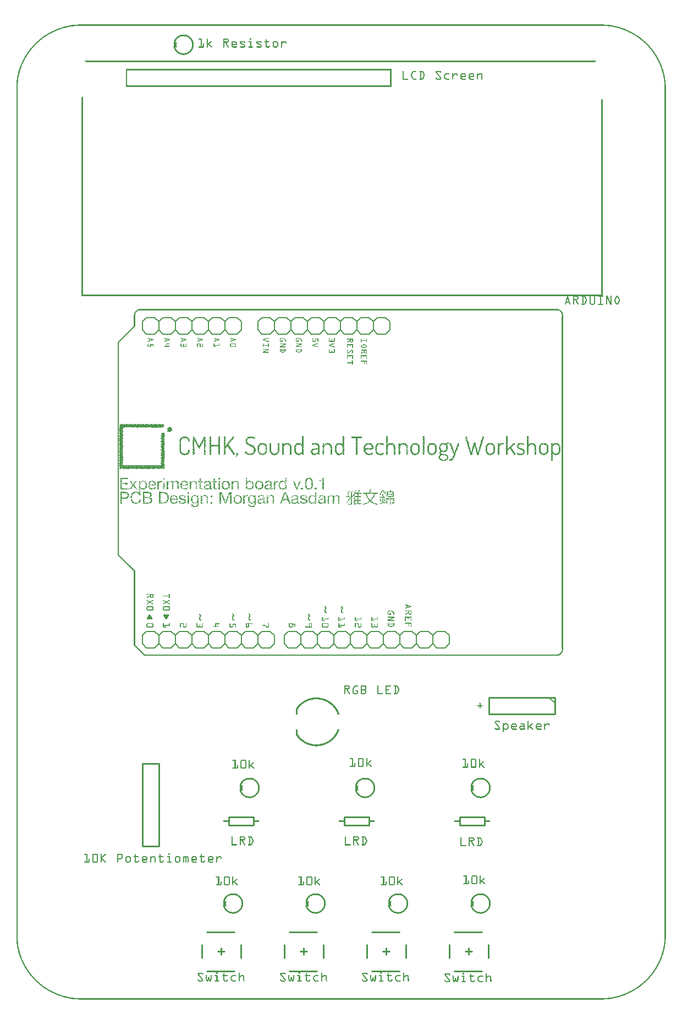
<source format=gto>
G04 MADE WITH FRITZING*
G04 WWW.FRITZING.ORG*
G04 DOUBLE SIDED*
G04 HOLES PLATED*
G04 CONTOUR ON CENTER OF CONTOUR VECTOR*
%ASAXBY*%
%FSLAX23Y23*%
%MOIN*%
%OFA0B0*%
%SFA1.0B1.0*%
%ADD10C,0.010000*%
%ADD11C,0.005000*%
%ADD12C,0.006000*%
%ADD13R,0.001000X0.001000*%
%LNSILK1*%
G90*
G70*
G54D10*
X3264Y1832D02*
X2864Y1832D01*
D02*
X2864Y1832D02*
X2864Y1732D01*
D02*
X2864Y1732D02*
X3264Y1732D01*
D02*
X3264Y1732D02*
X3264Y1832D01*
G54D11*
D02*
X3229Y1832D02*
X3264Y1797D01*
G54D10*
D02*
X2624Y254D02*
X2624Y333D01*
D02*
X2820Y175D02*
X2653Y175D01*
D02*
X2820Y412D02*
X2653Y412D01*
D02*
X2860Y254D02*
X2860Y333D01*
D02*
X2742Y274D02*
X2742Y313D01*
D02*
X2722Y294D02*
X2761Y294D01*
D02*
X764Y1432D02*
X764Y932D01*
D02*
X764Y932D02*
X864Y932D01*
D02*
X864Y932D02*
X864Y1432D01*
D02*
X864Y1432D02*
X764Y1432D01*
G54D12*
D02*
X1039Y4032D02*
X989Y4032D01*
D02*
X989Y4032D02*
X964Y4057D01*
D02*
X964Y4057D02*
X964Y4107D01*
D02*
X964Y4107D02*
X989Y4132D01*
D02*
X964Y4057D02*
X939Y4032D01*
D02*
X939Y4032D02*
X889Y4032D01*
D02*
X889Y4032D02*
X864Y4057D01*
D02*
X864Y4057D02*
X864Y4107D01*
D02*
X864Y4107D02*
X889Y4132D01*
D02*
X889Y4132D02*
X939Y4132D01*
D02*
X939Y4132D02*
X964Y4107D01*
D02*
X1164Y4057D02*
X1139Y4032D01*
D02*
X1139Y4032D02*
X1089Y4032D01*
D02*
X1089Y4032D02*
X1064Y4057D01*
D02*
X1064Y4057D02*
X1064Y4107D01*
D02*
X1064Y4107D02*
X1089Y4132D01*
D02*
X1089Y4132D02*
X1139Y4132D01*
D02*
X1139Y4132D02*
X1164Y4107D01*
D02*
X1039Y4032D02*
X1064Y4057D01*
D02*
X1064Y4107D02*
X1039Y4132D01*
D02*
X989Y4132D02*
X1039Y4132D01*
D02*
X1339Y4032D02*
X1289Y4032D01*
D02*
X1289Y4032D02*
X1264Y4057D01*
D02*
X1264Y4057D02*
X1264Y4107D01*
D02*
X1264Y4107D02*
X1289Y4132D01*
D02*
X1264Y4057D02*
X1239Y4032D01*
D02*
X1239Y4032D02*
X1189Y4032D01*
D02*
X1189Y4032D02*
X1164Y4057D01*
D02*
X1164Y4057D02*
X1164Y4107D01*
D02*
X1164Y4107D02*
X1189Y4132D01*
D02*
X1189Y4132D02*
X1239Y4132D01*
D02*
X1239Y4132D02*
X1264Y4107D01*
D02*
X1364Y4057D02*
X1364Y4107D01*
D02*
X1339Y4032D02*
X1364Y4057D01*
D02*
X1364Y4107D02*
X1339Y4132D01*
D02*
X1289Y4132D02*
X1339Y4132D01*
D02*
X839Y4032D02*
X789Y4032D01*
D02*
X789Y4032D02*
X764Y4057D01*
D02*
X764Y4057D02*
X764Y4107D01*
D02*
X764Y4107D02*
X789Y4132D01*
D02*
X839Y4032D02*
X864Y4057D01*
D02*
X864Y4107D02*
X839Y4132D01*
D02*
X789Y4132D02*
X839Y4132D01*
D02*
X2449Y2232D02*
X2499Y2232D01*
D02*
X2249Y2232D02*
X2299Y2232D01*
D02*
X2349Y2232D02*
X2399Y2232D01*
D02*
X2149Y2232D02*
X2199Y2232D01*
D02*
X1949Y2232D02*
X1999Y2232D01*
D02*
X2049Y2232D02*
X2099Y2232D01*
D02*
X1849Y2232D02*
X1899Y2232D01*
D02*
X1649Y2232D02*
X1699Y2232D01*
D02*
X1749Y2232D02*
X1799Y2232D01*
D02*
X2549Y2232D02*
X2599Y2232D01*
D02*
X2424Y2207D02*
X2449Y2232D01*
D02*
X2499Y2232D02*
X2524Y2207D01*
D02*
X2524Y2207D02*
X2524Y2157D01*
D02*
X2524Y2157D02*
X2499Y2132D01*
D02*
X2499Y2132D02*
X2449Y2132D01*
D02*
X2449Y2132D02*
X2424Y2157D01*
D02*
X2299Y2232D02*
X2324Y2207D01*
D02*
X2324Y2207D02*
X2324Y2157D01*
D02*
X2324Y2157D02*
X2299Y2132D01*
D02*
X2324Y2207D02*
X2349Y2232D01*
D02*
X2399Y2232D02*
X2424Y2207D01*
D02*
X2424Y2207D02*
X2424Y2157D01*
D02*
X2424Y2157D02*
X2399Y2132D01*
D02*
X2399Y2132D02*
X2349Y2132D01*
D02*
X2349Y2132D02*
X2324Y2157D01*
D02*
X2124Y2207D02*
X2149Y2232D01*
D02*
X2199Y2232D02*
X2224Y2207D01*
D02*
X2224Y2207D02*
X2224Y2157D01*
D02*
X2224Y2157D02*
X2199Y2132D01*
D02*
X2199Y2132D02*
X2149Y2132D01*
D02*
X2149Y2132D02*
X2124Y2157D01*
D02*
X2249Y2232D02*
X2224Y2207D01*
D02*
X2224Y2157D02*
X2249Y2132D01*
D02*
X2299Y2132D02*
X2249Y2132D01*
D02*
X1999Y2232D02*
X2024Y2207D01*
D02*
X2024Y2207D02*
X2024Y2157D01*
D02*
X2024Y2157D02*
X1999Y2132D01*
D02*
X2024Y2207D02*
X2049Y2232D01*
D02*
X2099Y2232D02*
X2124Y2207D01*
D02*
X2124Y2207D02*
X2124Y2157D01*
D02*
X2124Y2157D02*
X2099Y2132D01*
D02*
X2099Y2132D02*
X2049Y2132D01*
D02*
X2049Y2132D02*
X2024Y2157D01*
D02*
X1824Y2207D02*
X1849Y2232D01*
D02*
X1899Y2232D02*
X1924Y2207D01*
D02*
X1924Y2207D02*
X1924Y2157D01*
D02*
X1924Y2157D02*
X1899Y2132D01*
D02*
X1899Y2132D02*
X1849Y2132D01*
D02*
X1849Y2132D02*
X1824Y2157D01*
D02*
X1949Y2232D02*
X1924Y2207D01*
D02*
X1924Y2157D02*
X1949Y2132D01*
D02*
X1999Y2132D02*
X1949Y2132D01*
D02*
X1699Y2232D02*
X1724Y2207D01*
D02*
X1724Y2207D02*
X1724Y2157D01*
D02*
X1724Y2157D02*
X1699Y2132D01*
D02*
X1724Y2207D02*
X1749Y2232D01*
D02*
X1799Y2232D02*
X1824Y2207D01*
D02*
X1824Y2207D02*
X1824Y2157D01*
D02*
X1824Y2157D02*
X1799Y2132D01*
D02*
X1799Y2132D02*
X1749Y2132D01*
D02*
X1749Y2132D02*
X1724Y2157D01*
D02*
X1624Y2207D02*
X1624Y2157D01*
D02*
X1649Y2232D02*
X1624Y2207D01*
D02*
X1624Y2157D02*
X1649Y2132D01*
D02*
X1699Y2132D02*
X1649Y2132D01*
D02*
X2599Y2232D02*
X2624Y2207D01*
D02*
X2624Y2207D02*
X2624Y2157D01*
D02*
X2624Y2157D02*
X2599Y2132D01*
D02*
X2549Y2232D02*
X2524Y2207D01*
D02*
X2524Y2157D02*
X2549Y2132D01*
D02*
X2599Y2132D02*
X2549Y2132D01*
D02*
X1389Y2232D02*
X1439Y2232D01*
D02*
X1439Y2232D02*
X1464Y2207D01*
D02*
X1464Y2207D02*
X1464Y2157D01*
D02*
X1464Y2157D02*
X1439Y2132D01*
D02*
X1264Y2207D02*
X1289Y2232D01*
D02*
X1289Y2232D02*
X1339Y2232D01*
D02*
X1339Y2232D02*
X1364Y2207D01*
D02*
X1364Y2207D02*
X1364Y2157D01*
D02*
X1364Y2157D02*
X1339Y2132D01*
D02*
X1339Y2132D02*
X1289Y2132D01*
D02*
X1289Y2132D02*
X1264Y2157D01*
D02*
X1389Y2232D02*
X1364Y2207D01*
D02*
X1364Y2157D02*
X1389Y2132D01*
D02*
X1439Y2132D02*
X1389Y2132D01*
D02*
X1089Y2232D02*
X1139Y2232D01*
D02*
X1139Y2232D02*
X1164Y2207D01*
D02*
X1164Y2207D02*
X1164Y2157D01*
D02*
X1164Y2157D02*
X1139Y2132D01*
D02*
X1164Y2207D02*
X1189Y2232D01*
D02*
X1189Y2232D02*
X1239Y2232D01*
D02*
X1239Y2232D02*
X1264Y2207D01*
D02*
X1264Y2207D02*
X1264Y2157D01*
D02*
X1264Y2157D02*
X1239Y2132D01*
D02*
X1239Y2132D02*
X1189Y2132D01*
D02*
X1189Y2132D02*
X1164Y2157D01*
D02*
X964Y2207D02*
X989Y2232D01*
D02*
X989Y2232D02*
X1039Y2232D01*
D02*
X1039Y2232D02*
X1064Y2207D01*
D02*
X1064Y2207D02*
X1064Y2157D01*
D02*
X1064Y2157D02*
X1039Y2132D01*
D02*
X1039Y2132D02*
X989Y2132D01*
D02*
X989Y2132D02*
X964Y2157D01*
D02*
X1089Y2232D02*
X1064Y2207D01*
D02*
X1064Y2157D02*
X1089Y2132D01*
D02*
X1139Y2132D02*
X1089Y2132D01*
D02*
X789Y2232D02*
X839Y2232D01*
D02*
X839Y2232D02*
X864Y2207D01*
D02*
X864Y2207D02*
X864Y2157D01*
D02*
X864Y2157D02*
X839Y2132D01*
D02*
X864Y2207D02*
X889Y2232D01*
D02*
X889Y2232D02*
X939Y2232D01*
D02*
X939Y2232D02*
X964Y2207D01*
D02*
X964Y2207D02*
X964Y2157D01*
D02*
X964Y2157D02*
X939Y2132D01*
D02*
X939Y2132D02*
X889Y2132D01*
D02*
X889Y2132D02*
X864Y2157D01*
D02*
X764Y2207D02*
X764Y2157D01*
D02*
X789Y2232D02*
X764Y2207D01*
D02*
X764Y2157D02*
X789Y2132D01*
D02*
X839Y2132D02*
X789Y2132D01*
D02*
X1489Y2232D02*
X1539Y2232D01*
D02*
X1539Y2232D02*
X1564Y2207D01*
D02*
X1564Y2207D02*
X1564Y2157D01*
D02*
X1564Y2157D02*
X1539Y2132D01*
D02*
X1489Y2232D02*
X1464Y2207D01*
D02*
X1464Y2157D02*
X1489Y2132D01*
D02*
X1539Y2132D02*
X1489Y2132D01*
D02*
X1639Y4032D02*
X1589Y4032D01*
D02*
X1589Y4032D02*
X1564Y4057D01*
D02*
X1564Y4057D02*
X1564Y4107D01*
D02*
X1564Y4107D02*
X1589Y4132D01*
D02*
X1764Y4057D02*
X1739Y4032D01*
D02*
X1739Y4032D02*
X1689Y4032D01*
D02*
X1689Y4032D02*
X1664Y4057D01*
D02*
X1664Y4057D02*
X1664Y4107D01*
D02*
X1664Y4107D02*
X1689Y4132D01*
D02*
X1689Y4132D02*
X1739Y4132D01*
D02*
X1739Y4132D02*
X1764Y4107D01*
D02*
X1639Y4032D02*
X1664Y4057D01*
D02*
X1664Y4107D02*
X1639Y4132D01*
D02*
X1589Y4132D02*
X1639Y4132D01*
D02*
X1939Y4032D02*
X1889Y4032D01*
D02*
X1889Y4032D02*
X1864Y4057D01*
D02*
X1864Y4057D02*
X1864Y4107D01*
D02*
X1864Y4107D02*
X1889Y4132D01*
D02*
X1864Y4057D02*
X1839Y4032D01*
D02*
X1839Y4032D02*
X1789Y4032D01*
D02*
X1789Y4032D02*
X1764Y4057D01*
D02*
X1764Y4057D02*
X1764Y4107D01*
D02*
X1764Y4107D02*
X1789Y4132D01*
D02*
X1789Y4132D02*
X1839Y4132D01*
D02*
X1839Y4132D02*
X1864Y4107D01*
D02*
X2064Y4057D02*
X2039Y4032D01*
D02*
X2039Y4032D02*
X1989Y4032D01*
D02*
X1989Y4032D02*
X1964Y4057D01*
D02*
X1964Y4057D02*
X1964Y4107D01*
D02*
X1964Y4107D02*
X1989Y4132D01*
D02*
X1989Y4132D02*
X2039Y4132D01*
D02*
X2039Y4132D02*
X2064Y4107D01*
D02*
X1939Y4032D02*
X1964Y4057D01*
D02*
X1964Y4107D02*
X1939Y4132D01*
D02*
X1889Y4132D02*
X1939Y4132D01*
D02*
X2239Y4032D02*
X2189Y4032D01*
D02*
X2189Y4032D02*
X2164Y4057D01*
D02*
X2164Y4057D02*
X2164Y4107D01*
D02*
X2164Y4107D02*
X2189Y4132D01*
D02*
X2164Y4057D02*
X2139Y4032D01*
D02*
X2139Y4032D02*
X2089Y4032D01*
D02*
X2089Y4032D02*
X2064Y4057D01*
D02*
X2064Y4057D02*
X2064Y4107D01*
D02*
X2064Y4107D02*
X2089Y4132D01*
D02*
X2089Y4132D02*
X2139Y4132D01*
D02*
X2139Y4132D02*
X2164Y4107D01*
D02*
X2264Y4057D02*
X2264Y4107D01*
D02*
X2239Y4032D02*
X2264Y4057D01*
D02*
X2264Y4107D02*
X2239Y4132D01*
D02*
X2189Y4132D02*
X2239Y4132D01*
D02*
X1539Y4032D02*
X1489Y4032D01*
D02*
X1489Y4032D02*
X1464Y4057D01*
D02*
X1464Y4057D02*
X1464Y4107D01*
D02*
X1464Y4107D02*
X1489Y4132D01*
D02*
X1539Y4032D02*
X1564Y4057D01*
D02*
X1564Y4107D02*
X1539Y4132D01*
D02*
X1489Y4132D02*
X1539Y4132D01*
G54D10*
D02*
X1288Y1107D02*
X1438Y1107D01*
D02*
X1438Y1107D02*
X1438Y1057D01*
D02*
X1438Y1057D02*
X1288Y1057D01*
D02*
X1288Y1057D02*
X1288Y1107D01*
D02*
X1988Y1107D02*
X2138Y1107D01*
D02*
X2138Y1107D02*
X2138Y1057D01*
D02*
X2138Y1057D02*
X1988Y1057D01*
D02*
X1988Y1057D02*
X1988Y1107D01*
D02*
X2688Y1107D02*
X2838Y1107D01*
D02*
X2838Y1107D02*
X2838Y1057D01*
D02*
X2838Y1057D02*
X2688Y1057D01*
D02*
X2688Y1057D02*
X2688Y1107D01*
D02*
X2124Y254D02*
X2124Y333D01*
D02*
X2320Y175D02*
X2153Y175D01*
D02*
X2320Y412D02*
X2153Y412D01*
D02*
X2360Y254D02*
X2360Y333D01*
D02*
X2242Y274D02*
X2242Y313D01*
D02*
X2222Y294D02*
X2261Y294D01*
D02*
X1124Y254D02*
X1124Y333D01*
D02*
X1320Y175D02*
X1153Y175D01*
D02*
X1320Y412D02*
X1153Y412D01*
D02*
X1360Y254D02*
X1360Y333D01*
D02*
X1242Y274D02*
X1242Y313D01*
D02*
X1222Y294D02*
X1261Y294D01*
D02*
X1624Y254D02*
X1624Y333D01*
D02*
X1820Y175D02*
X1653Y175D01*
D02*
X1820Y412D02*
X1653Y412D01*
D02*
X1860Y254D02*
X1860Y333D01*
D02*
X1742Y274D02*
X1742Y313D01*
D02*
X1722Y294D02*
X1761Y294D01*
G36*
X891Y3487D02*
X891Y3485D01*
X892Y3485D01*
X892Y3487D01*
X891Y3487D01*
G37*
D02*
G36*
X625Y3485D02*
X625Y3484D01*
X626Y3484D01*
X626Y3485D01*
X625Y3485D01*
G37*
D02*
G36*
X895Y3485D02*
X895Y3484D01*
X897Y3484D01*
X897Y3485D01*
X895Y3485D01*
G37*
D02*
G36*
X623Y3484D02*
X623Y3483D01*
X625Y3483D01*
X625Y3484D01*
X623Y3484D01*
G37*
D02*
G36*
X622Y3481D02*
X622Y3480D01*
X623Y3480D01*
X623Y3481D01*
X622Y3481D01*
G37*
D02*
G36*
X895Y3481D02*
X895Y3480D01*
X897Y3480D01*
X897Y3481D01*
X895Y3481D01*
G37*
D02*
G36*
X894Y3480D02*
X894Y3478D01*
X895Y3478D01*
X895Y3480D01*
X894Y3480D01*
G37*
D02*
G36*
X623Y3478D02*
X623Y3476D01*
X625Y3476D01*
X625Y3478D01*
X623Y3478D01*
G37*
D02*
G36*
X895Y3476D02*
X895Y3474D01*
X897Y3474D01*
X897Y3476D01*
X895Y3476D01*
G37*
D02*
G36*
X622Y3474D02*
X622Y3473D01*
X623Y3473D01*
X623Y3474D01*
X622Y3474D01*
G37*
D02*
G36*
X894Y3474D02*
X894Y3473D01*
X895Y3473D01*
X895Y3474D01*
X894Y3474D01*
G37*
D02*
G36*
X623Y3472D02*
X623Y3469D01*
X625Y3469D01*
X625Y3472D01*
X623Y3472D01*
G37*
D02*
G36*
X895Y3470D02*
X895Y3469D01*
X897Y3469D01*
X897Y3470D01*
X895Y3470D01*
G37*
D02*
G36*
X894Y3469D02*
X894Y3467D01*
X895Y3467D01*
X895Y3469D01*
X894Y3469D01*
G37*
D02*
G36*
X933Y3469D02*
X933Y3467D01*
X934Y3467D01*
X934Y3469D01*
X933Y3469D01*
G37*
D02*
G36*
X622Y3467D02*
X622Y3466D01*
X623Y3466D01*
X623Y3467D01*
X622Y3467D01*
G37*
D02*
G36*
X922Y3467D02*
X922Y3466D01*
X923Y3466D01*
X923Y3467D01*
X922Y3467D01*
G37*
D02*
G36*
X671Y3466D02*
X671Y3465D01*
X672Y3465D01*
X672Y3466D01*
X671Y3466D01*
G37*
D02*
G36*
X680Y3466D02*
X680Y3465D01*
X682Y3465D01*
X682Y3466D01*
X680Y3466D01*
G37*
D02*
G36*
X690Y3466D02*
X690Y3465D01*
X691Y3465D01*
X691Y3466D01*
X690Y3466D01*
G37*
D02*
G36*
X700Y3466D02*
X700Y3465D01*
X701Y3465D01*
X701Y3466D01*
X700Y3466D01*
G37*
D02*
G36*
X720Y3466D02*
X720Y3465D01*
X722Y3465D01*
X722Y3466D01*
X720Y3466D01*
G37*
D02*
G36*
X750Y3466D02*
X750Y3465D01*
X751Y3465D01*
X751Y3466D01*
X750Y3466D01*
G37*
D02*
G36*
X801Y3466D02*
X801Y3465D01*
X802Y3465D01*
X802Y3466D01*
X801Y3466D01*
G37*
D02*
G36*
X811Y3466D02*
X811Y3465D01*
X812Y3465D01*
X812Y3466D01*
X811Y3466D01*
G37*
D02*
G36*
X829Y3466D02*
X829Y3465D01*
X830Y3465D01*
X830Y3466D01*
X829Y3466D01*
G37*
D02*
G36*
X838Y3466D02*
X838Y3465D01*
X840Y3465D01*
X840Y3466D01*
X838Y3466D01*
G37*
D02*
G36*
X894Y3466D02*
X894Y3465D01*
X895Y3465D01*
X895Y3466D01*
X894Y3466D01*
G37*
D02*
G36*
X938Y3466D02*
X938Y3465D01*
X940Y3465D01*
X940Y3466D01*
X938Y3466D01*
G37*
D02*
G36*
X623Y3465D02*
X623Y3462D01*
X625Y3462D01*
X625Y3465D01*
X623Y3465D01*
G37*
D02*
G36*
X676Y3465D02*
X676Y3463D01*
X677Y3463D01*
X677Y3465D01*
X676Y3465D01*
G37*
D02*
G36*
X701Y3465D02*
X701Y3463D01*
X702Y3463D01*
X702Y3465D01*
X701Y3465D01*
G37*
D02*
G36*
X722Y3465D02*
X722Y3463D01*
X723Y3463D01*
X723Y3465D01*
X722Y3465D01*
G37*
D02*
G36*
X726Y3465D02*
X726Y3463D01*
X727Y3463D01*
X727Y3465D01*
X726Y3465D01*
G37*
D02*
G36*
X751Y3465D02*
X751Y3463D01*
X752Y3463D01*
X752Y3465D01*
X751Y3465D01*
G37*
D02*
G36*
X768Y3465D02*
X768Y3463D01*
X769Y3463D01*
X769Y3465D01*
X768Y3465D01*
G37*
D02*
G36*
X776Y3465D02*
X776Y3463D01*
X777Y3463D01*
X777Y3465D01*
X776Y3465D01*
G37*
D02*
G36*
X784Y3465D02*
X784Y3463D01*
X786Y3463D01*
X786Y3465D01*
X784Y3465D01*
G37*
D02*
G36*
X793Y3465D02*
X793Y3463D01*
X794Y3463D01*
X794Y3465D01*
X793Y3465D01*
G37*
D02*
G36*
X805Y3465D02*
X805Y3463D01*
X806Y3463D01*
X806Y3465D01*
X805Y3465D01*
G37*
D02*
G36*
X815Y3465D02*
X815Y3463D01*
X816Y3463D01*
X816Y3465D01*
X815Y3465D01*
G37*
D02*
G36*
X834Y3465D02*
X834Y3463D01*
X836Y3463D01*
X836Y3465D01*
X834Y3465D01*
G37*
D02*
G36*
X855Y3465D02*
X855Y3463D01*
X856Y3463D01*
X856Y3465D01*
X855Y3465D01*
G37*
D02*
G36*
X874Y3465D02*
X874Y3463D01*
X876Y3463D01*
X876Y3465D01*
X874Y3465D01*
G37*
D02*
G36*
X887Y3465D02*
X887Y3463D01*
X888Y3463D01*
X888Y3465D01*
X887Y3465D01*
G37*
D02*
G36*
X924Y3469D02*
X924Y3467D01*
X926Y3467D01*
X926Y3469D01*
X924Y3469D01*
G37*
D02*
G36*
X927Y3469D02*
X927Y3467D01*
X931Y3467D01*
X931Y3466D01*
X933Y3466D01*
X933Y3467D01*
X931Y3467D01*
X931Y3469D01*
X927Y3469D01*
G37*
D02*
G36*
X924Y3467D02*
X924Y3466D01*
X927Y3466D01*
X927Y3467D01*
X924Y3467D01*
G37*
D02*
G36*
X928Y3467D02*
X928Y3466D01*
X930Y3466D01*
X930Y3467D01*
X928Y3467D01*
G37*
D02*
G36*
X934Y3467D02*
X934Y3466D01*
X935Y3466D01*
X935Y3467D01*
X934Y3467D01*
G37*
D02*
G36*
X920Y3466D02*
X920Y3465D01*
X922Y3465D01*
X922Y3466D01*
X920Y3466D01*
G37*
D02*
G36*
X923Y3466D02*
X923Y3465D01*
X937Y3465D01*
X937Y3466D01*
X923Y3466D01*
G37*
D02*
G36*
X923Y3466D02*
X923Y3465D01*
X937Y3465D01*
X937Y3466D01*
X923Y3466D01*
G37*
D02*
G36*
X923Y3466D02*
X923Y3465D01*
X937Y3465D01*
X937Y3466D01*
X923Y3466D01*
G37*
D02*
G36*
X923Y3466D02*
X923Y3465D01*
X937Y3465D01*
X937Y3466D01*
X923Y3466D01*
G37*
D02*
G36*
X917Y3465D02*
X917Y3463D01*
X919Y3463D01*
X919Y3465D01*
X917Y3465D01*
G37*
D02*
G36*
X920Y3465D02*
X920Y3463D01*
X934Y3463D01*
X934Y3465D01*
X920Y3465D01*
G37*
D02*
G36*
X920Y3465D02*
X920Y3463D01*
X934Y3463D01*
X934Y3465D01*
X920Y3465D01*
G37*
D02*
G36*
X935Y3465D02*
X935Y3463D01*
X938Y3463D01*
X938Y3465D01*
X935Y3465D01*
G37*
D02*
G36*
X917Y3463D02*
X917Y3462D01*
X940Y3462D01*
X940Y3463D01*
X917Y3463D01*
G37*
D02*
G36*
X917Y3463D02*
X917Y3462D01*
X940Y3462D01*
X940Y3463D01*
X917Y3463D01*
G37*
D02*
G36*
X917Y3463D02*
X917Y3462D01*
X940Y3462D01*
X940Y3463D01*
X917Y3463D01*
G37*
D02*
G36*
X916Y3462D02*
X916Y3460D01*
X917Y3460D01*
X917Y3462D01*
X916Y3462D01*
G37*
D02*
G36*
X919Y3462D02*
X919Y3460D01*
X940Y3460D01*
X940Y3459D01*
X941Y3459D01*
X941Y3462D01*
X919Y3462D01*
G37*
D02*
G36*
X916Y3460D02*
X916Y3459D01*
X938Y3459D01*
X938Y3460D01*
X916Y3460D01*
G37*
D02*
G36*
X916Y3460D02*
X916Y3459D01*
X938Y3459D01*
X938Y3460D01*
X916Y3460D01*
G37*
D02*
G36*
X915Y3459D02*
X915Y3458D01*
X942Y3458D01*
X942Y3459D01*
X915Y3459D01*
G37*
D02*
G36*
X915Y3459D02*
X915Y3458D01*
X942Y3458D01*
X942Y3459D01*
X915Y3459D01*
G37*
D02*
G36*
X916Y3458D02*
X916Y3456D01*
X928Y3456D01*
X928Y3458D01*
X916Y3458D01*
G37*
D02*
G36*
X930Y3458D02*
X930Y3456D01*
X941Y3456D01*
X941Y3458D01*
X930Y3458D01*
G37*
D02*
G36*
X942Y3458D02*
X942Y3456D01*
X944Y3456D01*
X944Y3458D01*
X942Y3458D01*
G37*
D02*
G36*
X916Y3456D02*
X916Y3455D01*
X945Y3455D01*
X945Y3456D01*
X916Y3456D01*
G37*
D02*
G36*
X916Y3456D02*
X916Y3455D01*
X945Y3455D01*
X945Y3456D01*
X916Y3456D01*
G37*
D02*
G36*
X916Y3456D02*
X916Y3455D01*
X945Y3455D01*
X945Y3456D01*
X916Y3456D01*
G37*
D02*
G36*
X915Y3455D02*
X915Y3452D01*
X916Y3452D01*
X916Y3454D01*
X940Y3454D01*
X940Y3455D01*
X915Y3455D01*
G37*
D02*
G36*
X941Y3455D02*
X941Y3454D01*
X942Y3454D01*
X942Y3455D01*
X941Y3455D01*
G37*
D02*
G36*
X944Y3455D02*
X944Y3454D01*
X945Y3454D01*
X945Y3455D01*
X944Y3455D01*
G37*
D02*
G36*
X917Y3454D02*
X917Y3452D01*
X944Y3452D01*
X944Y3454D01*
X917Y3454D01*
G37*
D02*
G36*
X917Y3454D02*
X917Y3452D01*
X944Y3452D01*
X944Y3454D01*
X917Y3454D01*
G37*
D02*
G36*
X916Y3452D02*
X916Y3451D01*
X926Y3451D01*
X926Y3452D01*
X916Y3452D01*
G37*
D02*
G36*
X927Y3452D02*
X927Y3451D01*
X941Y3451D01*
X941Y3452D01*
X927Y3452D01*
G37*
D02*
G36*
X942Y3452D02*
X942Y3451D01*
X945Y3451D01*
X945Y3452D01*
X942Y3452D01*
G37*
D02*
G36*
X915Y3451D02*
X915Y3449D01*
X938Y3449D01*
X938Y3451D01*
X915Y3451D01*
G37*
D02*
G36*
X915Y3451D02*
X915Y3449D01*
X938Y3449D01*
X938Y3451D01*
X915Y3451D01*
G37*
D02*
G36*
X940Y3451D02*
X940Y3449D01*
X944Y3449D01*
X944Y3451D01*
X940Y3451D01*
G37*
D02*
G36*
X940Y3451D02*
X940Y3449D01*
X944Y3449D01*
X944Y3451D01*
X940Y3451D01*
G37*
D02*
G36*
X915Y3449D02*
X915Y3448D01*
X916Y3448D01*
X916Y3449D01*
X915Y3449D01*
G37*
D02*
G36*
X917Y3449D02*
X917Y3448D01*
X934Y3448D01*
X934Y3449D01*
X917Y3449D01*
G37*
D02*
G36*
X935Y3449D02*
X935Y3448D01*
X941Y3448D01*
X941Y3449D01*
X935Y3449D01*
G37*
D02*
G36*
X935Y3449D02*
X935Y3448D01*
X941Y3448D01*
X941Y3449D01*
X935Y3449D01*
G37*
D02*
G36*
X942Y3449D02*
X942Y3448D01*
X945Y3448D01*
X945Y3449D01*
X942Y3449D01*
G37*
D02*
G36*
X916Y3448D02*
X916Y3447D01*
X942Y3447D01*
X942Y3448D01*
X916Y3448D01*
G37*
D02*
G36*
X916Y3448D02*
X916Y3447D01*
X942Y3447D01*
X942Y3448D01*
X916Y3448D01*
G37*
D02*
G36*
X915Y3447D02*
X915Y3445D01*
X940Y3445D01*
X940Y3447D01*
X915Y3447D01*
G37*
D02*
G36*
X941Y3447D02*
X941Y3445D01*
X942Y3445D01*
X942Y3447D01*
X941Y3447D01*
G37*
D02*
G36*
X917Y3445D02*
X917Y3444D01*
X940Y3444D01*
X940Y3442D01*
X941Y3442D01*
X941Y3445D01*
X917Y3445D01*
G37*
D02*
G36*
X919Y3444D02*
X919Y3442D01*
X937Y3442D01*
X937Y3441D01*
X938Y3441D01*
X938Y3444D01*
X919Y3444D01*
G37*
D02*
G36*
X920Y3442D02*
X920Y3441D01*
X924Y3441D01*
X924Y3440D01*
X927Y3440D01*
X927Y3441D01*
X930Y3441D01*
X930Y3442D01*
X920Y3442D01*
G37*
D02*
G36*
X931Y3442D02*
X931Y3441D01*
X935Y3441D01*
X935Y3442D01*
X931Y3442D01*
G37*
D02*
G36*
X922Y3441D02*
X922Y3440D01*
X923Y3440D01*
X923Y3441D01*
X922Y3441D01*
G37*
D02*
G36*
X928Y3441D02*
X928Y3440D01*
X934Y3440D01*
X934Y3441D01*
X928Y3441D01*
G37*
D02*
G36*
X928Y3441D02*
X928Y3440D01*
X934Y3440D01*
X934Y3441D01*
X928Y3441D01*
G37*
D02*
G36*
X926Y3440D02*
X926Y3438D01*
X931Y3438D01*
X931Y3440D01*
X926Y3440D01*
G37*
D02*
G36*
X926Y3440D02*
X926Y3438D01*
X931Y3438D01*
X931Y3440D01*
X926Y3440D01*
G37*
D02*
G36*
X933Y3440D02*
X933Y3437D01*
X934Y3437D01*
X934Y3438D01*
X935Y3438D01*
X935Y3440D01*
X933Y3440D01*
G37*
D02*
G36*
X927Y3438D02*
X927Y3437D01*
X928Y3437D01*
X928Y3438D01*
X927Y3438D01*
G37*
D02*
G36*
X930Y3438D02*
X930Y3437D01*
X931Y3437D01*
X931Y3438D01*
X930Y3438D01*
G37*
D02*
G36*
X942Y3462D02*
X942Y3460D01*
X944Y3460D01*
X944Y3462D01*
X942Y3462D01*
G37*
D02*
G36*
X622Y3460D02*
X622Y3459D01*
X623Y3459D01*
X623Y3460D01*
X622Y3460D01*
G37*
D02*
G36*
X944Y3460D02*
X944Y3458D01*
X945Y3458D01*
X945Y3460D01*
X944Y3460D01*
G37*
D02*
G36*
X623Y3458D02*
X623Y3455D01*
X625Y3455D01*
X625Y3458D01*
X623Y3458D01*
G37*
D02*
G36*
X647Y3458D02*
X647Y3456D01*
X648Y3456D01*
X648Y3458D01*
X647Y3458D01*
G37*
D02*
G36*
X913Y3456D02*
X913Y3455D01*
X915Y3455D01*
X915Y3456D01*
X913Y3456D01*
G37*
D02*
G36*
X646Y3455D02*
X646Y3454D01*
X647Y3454D01*
X647Y3455D01*
X646Y3455D01*
G37*
D02*
G36*
X622Y3454D02*
X622Y3452D01*
X623Y3452D01*
X623Y3454D01*
X622Y3454D01*
G37*
D02*
G36*
X647Y3454D02*
X647Y3452D01*
X648Y3452D01*
X648Y3454D01*
X647Y3454D01*
G37*
D02*
G36*
X913Y3452D02*
X913Y3451D01*
X915Y3451D01*
X915Y3452D01*
X913Y3452D01*
G37*
D02*
G36*
X623Y3451D02*
X623Y3449D01*
X625Y3449D01*
X625Y3451D01*
X623Y3451D01*
G37*
D02*
G36*
X622Y3448D02*
X622Y3447D01*
X623Y3447D01*
X623Y3448D01*
X622Y3448D01*
G37*
D02*
G36*
X623Y3447D02*
X623Y3445D01*
X625Y3445D01*
X625Y3447D01*
X623Y3447D01*
G37*
D02*
G36*
X944Y3447D02*
X944Y3445D01*
X945Y3445D01*
X945Y3447D01*
X944Y3447D01*
G37*
D02*
G36*
X625Y3445D02*
X625Y3444D01*
X626Y3444D01*
X626Y3445D01*
X625Y3445D01*
G37*
D02*
G36*
X623Y3444D02*
X623Y3442D01*
X625Y3442D01*
X625Y3444D01*
X623Y3444D01*
G37*
D02*
G36*
X916Y3444D02*
X916Y3442D01*
X917Y3442D01*
X917Y3444D01*
X916Y3444D01*
G37*
D02*
G36*
X647Y3442D02*
X647Y3441D01*
X648Y3441D01*
X648Y3442D01*
X647Y3442D01*
G37*
D02*
G36*
X917Y3442D02*
X917Y3441D01*
X919Y3441D01*
X919Y3442D01*
X917Y3442D01*
G37*
D02*
G36*
X622Y3441D02*
X622Y3440D01*
X623Y3440D01*
X623Y3441D01*
X622Y3441D01*
G37*
D02*
G36*
X919Y3441D02*
X919Y3440D01*
X920Y3440D01*
X920Y3441D01*
X919Y3441D01*
G37*
D02*
G36*
X935Y3441D02*
X935Y3440D01*
X937Y3440D01*
X937Y3441D01*
X935Y3441D01*
G37*
D02*
G36*
X938Y3441D02*
X938Y3440D01*
X940Y3440D01*
X940Y3441D01*
X938Y3441D01*
G37*
D02*
G36*
X923Y3440D02*
X923Y3438D01*
X924Y3438D01*
X924Y3440D01*
X923Y3440D01*
G37*
D02*
G36*
X623Y3438D02*
X623Y3437D01*
X625Y3437D01*
X625Y3438D01*
X623Y3438D01*
G37*
D02*
G36*
X922Y3438D02*
X922Y3437D01*
X923Y3437D01*
X923Y3438D01*
X922Y3438D01*
G37*
D02*
G36*
X924Y3438D02*
X924Y3437D01*
X926Y3437D01*
X926Y3438D01*
X924Y3438D01*
G37*
D02*
G36*
X647Y3437D02*
X647Y3435D01*
X648Y3435D01*
X648Y3437D01*
X647Y3437D01*
G37*
D02*
G36*
X622Y3435D02*
X622Y3434D01*
X623Y3434D01*
X623Y3435D01*
X622Y3435D01*
G37*
D02*
G36*
X879Y3435D02*
X879Y3434D01*
X880Y3434D01*
X880Y3435D01*
X879Y3435D01*
G37*
D02*
G36*
X881Y3435D02*
X881Y3434D01*
X883Y3434D01*
X883Y3435D01*
X881Y3435D01*
G37*
D02*
G36*
X887Y3435D02*
X887Y3434D01*
X888Y3434D01*
X888Y3435D01*
X887Y3435D01*
G37*
D02*
G36*
X894Y3435D02*
X894Y3434D01*
X895Y3434D01*
X895Y3435D01*
X894Y3435D01*
G37*
D02*
G36*
X897Y3435D02*
X897Y3434D01*
X898Y3434D01*
X898Y3435D01*
X897Y3435D01*
G37*
D02*
G36*
X623Y3433D02*
X623Y3431D01*
X625Y3431D01*
X625Y3433D01*
X623Y3433D01*
G37*
D02*
G36*
X647Y3433D02*
X647Y3431D01*
X648Y3431D01*
X648Y3433D01*
X647Y3433D01*
G37*
D02*
G36*
X898Y3433D02*
X898Y3431D01*
X899Y3431D01*
X899Y3433D01*
X898Y3433D01*
G37*
D02*
G36*
X899Y3431D02*
X899Y3430D01*
X901Y3430D01*
X901Y3431D01*
X899Y3431D01*
G37*
D02*
G36*
X622Y3430D02*
X622Y3429D01*
X623Y3429D01*
X623Y3430D01*
X622Y3430D01*
G37*
D02*
G36*
X876Y3430D02*
X876Y3429D01*
X877Y3429D01*
X877Y3430D01*
X876Y3430D01*
G37*
D02*
G36*
X647Y3429D02*
X647Y3427D01*
X648Y3427D01*
X648Y3429D01*
X647Y3429D01*
G37*
D02*
G36*
X877Y3429D02*
X877Y3427D01*
X879Y3427D01*
X879Y3429D01*
X877Y3429D01*
G37*
D02*
G36*
X623Y3427D02*
X623Y3426D01*
X625Y3426D01*
X625Y3427D01*
X623Y3427D01*
G37*
D02*
G36*
X876Y3427D02*
X876Y3426D01*
X877Y3426D01*
X877Y3427D01*
X876Y3427D01*
G37*
D02*
G36*
X899Y3427D02*
X899Y3426D01*
X901Y3426D01*
X901Y3427D01*
X899Y3427D01*
G37*
D02*
G36*
X622Y3424D02*
X622Y3423D01*
X623Y3423D01*
X623Y3424D01*
X622Y3424D01*
G37*
D02*
G36*
X647Y3424D02*
X647Y3423D01*
X648Y3423D01*
X648Y3424D01*
X647Y3424D01*
G37*
D02*
G36*
X876Y3424D02*
X876Y3423D01*
X877Y3423D01*
X877Y3424D01*
X876Y3424D01*
G37*
D02*
G36*
X625Y3423D02*
X625Y3422D01*
X626Y3422D01*
X626Y3423D01*
X625Y3423D01*
G37*
D02*
G36*
X623Y3422D02*
X623Y3420D01*
X625Y3420D01*
X625Y3422D01*
X623Y3422D01*
G37*
D02*
G36*
X876Y3420D02*
X876Y3419D01*
X877Y3419D01*
X877Y3420D01*
X876Y3420D01*
G37*
D02*
G36*
X898Y3420D02*
X898Y3419D01*
X899Y3419D01*
X899Y3420D01*
X898Y3420D01*
G37*
D02*
G36*
X623Y3419D02*
X623Y3417D01*
X625Y3417D01*
X625Y3419D01*
X623Y3419D01*
G37*
D02*
G36*
X899Y3419D02*
X899Y3417D01*
X901Y3417D01*
X901Y3419D01*
X899Y3419D01*
G37*
D02*
G36*
X622Y3416D02*
X622Y3415D01*
X623Y3415D01*
X623Y3416D01*
X622Y3416D01*
G37*
D02*
G36*
X876Y3416D02*
X876Y3415D01*
X877Y3415D01*
X877Y3416D01*
X876Y3416D01*
G37*
D02*
G36*
X899Y3416D02*
X899Y3415D01*
X901Y3415D01*
X901Y3416D01*
X899Y3416D01*
G37*
D02*
G36*
X625Y3415D02*
X625Y3413D01*
X626Y3413D01*
X626Y3415D01*
X625Y3415D01*
G37*
D02*
G36*
X898Y3415D02*
X898Y3413D01*
X899Y3413D01*
X899Y3415D01*
X898Y3415D01*
G37*
D02*
G36*
X2242Y3415D02*
X2242Y3413D01*
X2241Y3413D01*
X2241Y3411D01*
X2242Y3411D01*
X2242Y3409D01*
X2248Y3409D01*
X2248Y3408D01*
X2252Y3408D01*
X2252Y3409D01*
X2250Y3409D01*
X2250Y3415D01*
X2242Y3415D01*
G37*
D02*
G36*
X2241Y3409D02*
X2241Y3408D01*
X2246Y3408D01*
X2246Y3409D01*
X2241Y3409D01*
G37*
D02*
G36*
X2241Y3408D02*
X2241Y3406D01*
X2250Y3406D01*
X2250Y3408D01*
X2241Y3408D01*
G37*
D02*
G36*
X2241Y3408D02*
X2241Y3406D01*
X2250Y3406D01*
X2250Y3408D01*
X2241Y3408D01*
G37*
D02*
G36*
X2242Y3406D02*
X2242Y3405D01*
X2241Y3405D01*
X2241Y3404D01*
X2246Y3404D01*
X2246Y3402D01*
X2252Y3402D01*
X2252Y3404D01*
X2250Y3404D01*
X2250Y3406D01*
X2242Y3406D01*
G37*
D02*
G36*
X2241Y3404D02*
X2241Y3402D01*
X2245Y3402D01*
X2245Y3404D01*
X2241Y3404D01*
G37*
D02*
G36*
X2242Y3402D02*
X2242Y3401D01*
X2250Y3401D01*
X2250Y3402D01*
X2242Y3402D01*
G37*
D02*
G36*
X2242Y3402D02*
X2242Y3401D01*
X2250Y3401D01*
X2250Y3402D01*
X2242Y3402D01*
G37*
D02*
G36*
X2241Y3401D02*
X2241Y3398D01*
X2248Y3398D01*
X2248Y3397D01*
X2252Y3397D01*
X2252Y3398D01*
X2250Y3398D01*
X2250Y3401D01*
X2241Y3401D01*
G37*
D02*
G36*
X2242Y3398D02*
X2242Y3397D01*
X2246Y3397D01*
X2246Y3398D01*
X2242Y3398D01*
G37*
D02*
G36*
X2241Y3397D02*
X2241Y3395D01*
X2250Y3395D01*
X2250Y3397D01*
X2241Y3397D01*
G37*
D02*
G36*
X2241Y3397D02*
X2241Y3395D01*
X2250Y3395D01*
X2250Y3397D01*
X2241Y3397D01*
G37*
D02*
G36*
X2241Y3395D02*
X2241Y3394D01*
X2242Y3394D01*
X2242Y3392D01*
X2246Y3392D01*
X2246Y3391D01*
X2250Y3391D01*
X2250Y3392D01*
X2252Y3392D01*
X2252Y3394D01*
X2250Y3394D01*
X2250Y3395D01*
X2241Y3395D01*
G37*
D02*
G36*
X2241Y3392D02*
X2241Y3391D01*
X2245Y3391D01*
X2245Y3392D01*
X2241Y3392D01*
G37*
D02*
G36*
X2241Y3391D02*
X2241Y3390D01*
X2250Y3390D01*
X2250Y3391D01*
X2241Y3391D01*
G37*
D02*
G36*
X2241Y3391D02*
X2241Y3390D01*
X2250Y3390D01*
X2250Y3391D01*
X2241Y3391D01*
G37*
D02*
G36*
X2242Y3390D02*
X2242Y3388D01*
X2241Y3388D01*
X2241Y3387D01*
X2248Y3387D01*
X2248Y3386D01*
X2252Y3386D01*
X2252Y3387D01*
X2250Y3387D01*
X2250Y3390D01*
X2242Y3390D01*
G37*
D02*
G36*
X2241Y3387D02*
X2241Y3386D01*
X2246Y3386D01*
X2246Y3387D01*
X2241Y3387D01*
G37*
D02*
G36*
X2242Y3386D02*
X2242Y3384D01*
X2250Y3384D01*
X2250Y3386D01*
X2242Y3386D01*
G37*
D02*
G36*
X2242Y3386D02*
X2242Y3384D01*
X2250Y3384D01*
X2250Y3386D01*
X2242Y3386D01*
G37*
D02*
G36*
X2241Y3384D02*
X2241Y3381D01*
X2246Y3381D01*
X2246Y3380D01*
X2250Y3380D01*
X2250Y3381D01*
X2252Y3381D01*
X2252Y3383D01*
X2250Y3383D01*
X2250Y3384D01*
X2241Y3384D01*
G37*
D02*
G36*
X2242Y3381D02*
X2242Y3380D01*
X2245Y3380D01*
X2245Y3381D01*
X2242Y3381D01*
G37*
D02*
G36*
X2241Y3380D02*
X2241Y3379D01*
X2250Y3379D01*
X2250Y3380D01*
X2241Y3380D01*
G37*
D02*
G36*
X2241Y3380D02*
X2241Y3379D01*
X2250Y3379D01*
X2250Y3380D01*
X2241Y3380D01*
G37*
D02*
G36*
X2242Y3379D02*
X2242Y3377D01*
X2241Y3377D01*
X2241Y3376D01*
X2248Y3376D01*
X2248Y3374D01*
X2252Y3374D01*
X2252Y3376D01*
X2250Y3376D01*
X2250Y3379D01*
X2242Y3379D01*
G37*
D02*
G36*
X2241Y3376D02*
X2241Y3374D01*
X2246Y3374D01*
X2246Y3376D01*
X2241Y3376D01*
G37*
D02*
G36*
X2242Y3374D02*
X2242Y3373D01*
X2250Y3373D01*
X2250Y3374D01*
X2242Y3374D01*
G37*
D02*
G36*
X2242Y3374D02*
X2242Y3373D01*
X2250Y3373D01*
X2250Y3374D01*
X2242Y3374D01*
G37*
D02*
G36*
X2241Y3373D02*
X2241Y3372D01*
X2242Y3372D01*
X2242Y3370D01*
X2241Y3370D01*
X2241Y3369D01*
X2248Y3369D01*
X2248Y3368D01*
X2250Y3368D01*
X2250Y3370D01*
X2252Y3370D01*
X2252Y3372D01*
X2250Y3372D01*
X2250Y3373D01*
X2241Y3373D01*
G37*
D02*
G36*
X2263Y3372D02*
X2263Y3370D01*
X2260Y3370D01*
X2260Y3369D01*
X2257Y3369D01*
X2257Y3368D01*
X2256Y3368D01*
X2256Y3366D01*
X2278Y3366D01*
X2278Y3365D01*
X2288Y3365D01*
X2288Y3366D01*
X2286Y3366D01*
X2286Y3368D01*
X2284Y3368D01*
X2284Y3369D01*
X2282Y3369D01*
X2282Y3370D01*
X2278Y3370D01*
X2278Y3372D01*
X2263Y3372D01*
G37*
D02*
G36*
X2241Y3369D02*
X2241Y3368D01*
X2246Y3368D01*
X2246Y3369D01*
X2241Y3369D01*
G37*
D02*
G36*
X2242Y3368D02*
X2242Y3366D01*
X2252Y3366D01*
X2252Y3368D01*
X2242Y3368D01*
G37*
D02*
G36*
X2242Y3368D02*
X2242Y3366D01*
X2252Y3366D01*
X2252Y3368D01*
X2242Y3368D01*
G37*
D02*
G36*
X2241Y3366D02*
X2241Y3365D01*
X2242Y3365D01*
X2242Y3363D01*
X2241Y3363D01*
X2241Y3362D01*
X2246Y3362D01*
X2246Y3363D01*
X2250Y3363D01*
X2250Y3366D01*
X2241Y3366D01*
G37*
D02*
G36*
X2254Y3366D02*
X2254Y3365D01*
X2264Y3365D01*
X2264Y3366D01*
X2254Y3366D01*
G37*
D02*
G36*
X2266Y3366D02*
X2266Y3365D01*
X2270Y3365D01*
X2270Y3363D01*
X2274Y3363D01*
X2274Y3365D01*
X2277Y3365D01*
X2277Y3366D01*
X2266Y3366D01*
G37*
D02*
G36*
X2253Y3365D02*
X2253Y3363D01*
X2268Y3363D01*
X2268Y3365D01*
X2253Y3365D01*
G37*
D02*
G36*
X2253Y3365D02*
X2253Y3363D01*
X2268Y3363D01*
X2268Y3365D01*
X2253Y3365D01*
G37*
D02*
G36*
X2275Y3365D02*
X2275Y3363D01*
X2289Y3363D01*
X2289Y3365D01*
X2275Y3365D01*
G37*
D02*
G36*
X2275Y3365D02*
X2275Y3363D01*
X2289Y3363D01*
X2289Y3365D01*
X2275Y3365D01*
G37*
D02*
G36*
X2248Y3363D02*
X2248Y3362D01*
X2264Y3362D01*
X2264Y3363D01*
X2248Y3363D01*
G37*
D02*
G36*
X2248Y3363D02*
X2248Y3362D01*
X2264Y3362D01*
X2264Y3363D01*
X2248Y3363D01*
G37*
D02*
G36*
X2266Y3363D02*
X2266Y3362D01*
X2267Y3362D01*
X2267Y3363D01*
X2266Y3363D01*
G37*
D02*
G36*
X2271Y3363D02*
X2271Y3362D01*
X2282Y3362D01*
X2282Y3363D01*
X2271Y3363D01*
G37*
D02*
G36*
X2271Y3363D02*
X2271Y3362D01*
X2282Y3362D01*
X2282Y3363D01*
X2271Y3363D01*
G37*
D02*
G36*
X2284Y3363D02*
X2284Y3362D01*
X2290Y3362D01*
X2290Y3363D01*
X2284Y3363D01*
G37*
D02*
G36*
X2241Y3362D02*
X2241Y3361D01*
X2260Y3361D01*
X2260Y3362D01*
X2241Y3362D01*
G37*
D02*
G36*
X2241Y3362D02*
X2241Y3361D01*
X2260Y3361D01*
X2260Y3362D01*
X2241Y3362D01*
G37*
D02*
G36*
X2275Y3362D02*
X2275Y3361D01*
X2292Y3361D01*
X2292Y3362D01*
X2275Y3362D01*
G37*
D02*
G36*
X2275Y3362D02*
X2275Y3361D01*
X2292Y3361D01*
X2292Y3362D01*
X2275Y3362D01*
G37*
D02*
G36*
X2242Y3361D02*
X2242Y3359D01*
X2256Y3359D01*
X2256Y3358D01*
X2257Y3358D01*
X2257Y3359D01*
X2259Y3359D01*
X2259Y3361D01*
X2242Y3361D01*
G37*
D02*
G36*
X2279Y3361D02*
X2279Y3359D01*
X2288Y3359D01*
X2288Y3358D01*
X2293Y3358D01*
X2293Y3361D01*
X2279Y3361D01*
G37*
D02*
G36*
X2241Y3359D02*
X2241Y3358D01*
X2242Y3358D01*
X2242Y3356D01*
X2246Y3356D01*
X2246Y3358D01*
X2249Y3358D01*
X2249Y3359D01*
X2241Y3359D01*
G37*
D02*
G36*
X2250Y3359D02*
X2250Y3358D01*
X2254Y3358D01*
X2254Y3359D01*
X2250Y3359D01*
G37*
D02*
G36*
X2281Y3359D02*
X2281Y3358D01*
X2286Y3358D01*
X2286Y3359D01*
X2281Y3359D01*
G37*
D02*
G36*
X2248Y3358D02*
X2248Y3356D01*
X2256Y3356D01*
X2256Y3358D01*
X2248Y3358D01*
G37*
D02*
G36*
X2248Y3358D02*
X2248Y3356D01*
X2256Y3356D01*
X2256Y3358D01*
X2248Y3358D01*
G37*
D02*
G36*
X2282Y3358D02*
X2282Y3356D01*
X2295Y3356D01*
X2295Y3358D01*
X2282Y3358D01*
G37*
D02*
G36*
X2282Y3358D02*
X2282Y3356D01*
X2295Y3356D01*
X2295Y3358D01*
X2282Y3358D01*
G37*
D02*
G36*
X2241Y3356D02*
X2241Y3355D01*
X2254Y3355D01*
X2254Y3356D01*
X2241Y3356D01*
G37*
D02*
G36*
X2241Y3356D02*
X2241Y3355D01*
X2254Y3355D01*
X2254Y3356D01*
X2241Y3356D01*
G37*
D02*
G36*
X2282Y3356D02*
X2282Y3355D01*
X2290Y3355D01*
X2290Y3354D01*
X2296Y3354D01*
X2296Y3355D01*
X2295Y3355D01*
X2295Y3356D01*
X2282Y3356D01*
G37*
D02*
G36*
X2241Y3355D02*
X2241Y3354D01*
X2242Y3354D01*
X2242Y3352D01*
X2248Y3352D01*
X2248Y3351D01*
X2252Y3351D01*
X2252Y3352D01*
X2253Y3352D01*
X2253Y3355D01*
X2241Y3355D01*
G37*
D02*
G36*
X2285Y3355D02*
X2285Y3354D01*
X2289Y3354D01*
X2289Y3355D01*
X2285Y3355D01*
G37*
D02*
G36*
X2285Y3354D02*
X2285Y3352D01*
X2296Y3352D01*
X2296Y3354D01*
X2285Y3354D01*
G37*
D02*
G36*
X2285Y3354D02*
X2285Y3352D01*
X2296Y3352D01*
X2296Y3354D01*
X2285Y3354D01*
G37*
D02*
G36*
X2241Y3352D02*
X2241Y3351D01*
X2246Y3351D01*
X2246Y3352D01*
X2241Y3352D01*
G37*
D02*
G36*
X2286Y3352D02*
X2286Y3351D01*
X2293Y3351D01*
X2293Y3352D01*
X2286Y3352D01*
G37*
D02*
G36*
X2295Y3352D02*
X2295Y3351D01*
X2296Y3351D01*
X2296Y3352D01*
X2295Y3352D01*
G37*
D02*
G36*
X2241Y3351D02*
X2241Y3349D01*
X2252Y3349D01*
X2252Y3351D01*
X2241Y3351D01*
G37*
D02*
G36*
X2241Y3351D02*
X2241Y3349D01*
X2252Y3349D01*
X2252Y3351D01*
X2241Y3351D01*
G37*
D02*
G36*
X2286Y3351D02*
X2286Y3349D01*
X2297Y3349D01*
X2297Y3351D01*
X2286Y3351D01*
G37*
D02*
G36*
X2286Y3351D02*
X2286Y3349D01*
X2297Y3349D01*
X2297Y3351D01*
X2286Y3351D01*
G37*
D02*
G36*
X2242Y3349D02*
X2242Y3348D01*
X2248Y3348D01*
X2248Y3347D01*
X2252Y3347D01*
X2252Y3348D01*
X2250Y3348D01*
X2250Y3349D01*
X2242Y3349D01*
G37*
D02*
G36*
X2286Y3349D02*
X2286Y3348D01*
X2292Y3348D01*
X2292Y3347D01*
X2297Y3347D01*
X2297Y3349D01*
X2286Y3349D01*
G37*
D02*
G36*
X2241Y3348D02*
X2241Y3347D01*
X2246Y3347D01*
X2246Y3348D01*
X2241Y3348D01*
G37*
D02*
G36*
X2288Y3348D02*
X2288Y3347D01*
X2290Y3347D01*
X2290Y3348D01*
X2288Y3348D01*
G37*
D02*
G36*
X2241Y3347D02*
X2241Y3345D01*
X2250Y3345D01*
X2250Y3347D01*
X2241Y3347D01*
G37*
D02*
G36*
X2241Y3347D02*
X2241Y3345D01*
X2250Y3345D01*
X2250Y3347D01*
X2241Y3347D01*
G37*
D02*
G36*
X2288Y3347D02*
X2288Y3345D01*
X2297Y3345D01*
X2297Y3347D01*
X2288Y3347D01*
G37*
D02*
G36*
X2288Y3347D02*
X2288Y3345D01*
X2297Y3345D01*
X2297Y3347D01*
X2288Y3347D01*
G37*
D02*
G36*
X2242Y3345D02*
X2242Y3344D01*
X2241Y3344D01*
X2241Y3343D01*
X2246Y3343D01*
X2246Y3341D01*
X2252Y3341D01*
X2252Y3343D01*
X2250Y3343D01*
X2250Y3345D01*
X2242Y3345D01*
G37*
D02*
G36*
X2288Y3345D02*
X2288Y3344D01*
X2296Y3344D01*
X2296Y3343D01*
X2297Y3343D01*
X2297Y3345D01*
X2288Y3345D01*
G37*
D02*
G36*
X2288Y3344D02*
X2288Y3343D01*
X2295Y3343D01*
X2295Y3344D01*
X2288Y3344D01*
G37*
D02*
G36*
X2241Y3343D02*
X2241Y3341D01*
X2245Y3341D01*
X2245Y3343D01*
X2241Y3343D01*
G37*
D02*
G36*
X2288Y3343D02*
X2288Y3341D01*
X2297Y3341D01*
X2297Y3343D01*
X2288Y3343D01*
G37*
D02*
G36*
X2288Y3343D02*
X2288Y3341D01*
X2297Y3341D01*
X2297Y3343D01*
X2288Y3343D01*
G37*
D02*
G36*
X2242Y3341D02*
X2242Y3340D01*
X2250Y3340D01*
X2250Y3341D01*
X2242Y3341D01*
G37*
D02*
G36*
X2242Y3341D02*
X2242Y3340D01*
X2250Y3340D01*
X2250Y3341D01*
X2242Y3341D01*
G37*
D02*
G36*
X2288Y3341D02*
X2288Y3340D01*
X2295Y3340D01*
X2295Y3338D01*
X2297Y3338D01*
X2297Y3341D01*
X2288Y3341D01*
G37*
D02*
G36*
X2241Y3340D02*
X2241Y3338D01*
X2249Y3338D01*
X2249Y3337D01*
X2252Y3337D01*
X2252Y3338D01*
X2250Y3338D01*
X2250Y3340D01*
X2241Y3340D01*
G37*
D02*
G36*
X2288Y3340D02*
X2288Y3338D01*
X2293Y3338D01*
X2293Y3340D01*
X2288Y3340D01*
G37*
D02*
G36*
X2241Y3338D02*
X2241Y3337D01*
X2248Y3337D01*
X2248Y3338D01*
X2241Y3338D01*
G37*
D02*
G36*
X2288Y3338D02*
X2288Y3337D01*
X2297Y3337D01*
X2297Y3338D01*
X2288Y3338D01*
G37*
D02*
G36*
X2288Y3338D02*
X2288Y3337D01*
X2297Y3337D01*
X2297Y3338D01*
X2288Y3338D01*
G37*
D02*
G36*
X2242Y3337D02*
X2242Y3336D01*
X2250Y3336D01*
X2250Y3337D01*
X2242Y3337D01*
G37*
D02*
G36*
X2242Y3337D02*
X2242Y3336D01*
X2250Y3336D01*
X2250Y3337D01*
X2242Y3337D01*
G37*
D02*
G36*
X2288Y3337D02*
X2288Y3334D01*
X2295Y3334D01*
X2295Y3333D01*
X2297Y3333D01*
X2297Y3337D01*
X2288Y3337D01*
G37*
D02*
G36*
X2241Y3336D02*
X2241Y3334D01*
X2246Y3334D01*
X2246Y3333D01*
X2252Y3333D01*
X2252Y3334D01*
X2250Y3334D01*
X2250Y3336D01*
X2241Y3336D01*
G37*
D02*
G36*
X2241Y3334D02*
X2241Y3333D01*
X2245Y3333D01*
X2245Y3334D01*
X2241Y3334D01*
G37*
D02*
G36*
X2288Y3334D02*
X2288Y3333D01*
X2293Y3333D01*
X2293Y3334D01*
X2288Y3334D01*
G37*
D02*
G36*
X2242Y3333D02*
X2242Y3331D01*
X2250Y3331D01*
X2250Y3333D01*
X2242Y3333D01*
G37*
D02*
G36*
X2242Y3333D02*
X2242Y3331D01*
X2250Y3331D01*
X2250Y3333D01*
X2242Y3333D01*
G37*
D02*
G36*
X2288Y3333D02*
X2288Y3331D01*
X2297Y3331D01*
X2297Y3333D01*
X2288Y3333D01*
G37*
D02*
G36*
X2288Y3333D02*
X2288Y3331D01*
X2297Y3331D01*
X2297Y3333D01*
X2288Y3333D01*
G37*
D02*
G36*
X2241Y3331D02*
X2241Y3329D01*
X2248Y3329D01*
X2248Y3327D01*
X2252Y3327D01*
X2252Y3329D01*
X2250Y3329D01*
X2250Y3331D01*
X2241Y3331D01*
G37*
D02*
G36*
X2288Y3331D02*
X2288Y3329D01*
X2293Y3329D01*
X2293Y3327D01*
X2297Y3327D01*
X2297Y3331D01*
X2288Y3331D01*
G37*
D02*
G36*
X2242Y3329D02*
X2242Y3327D01*
X2246Y3327D01*
X2246Y3329D01*
X2242Y3329D01*
G37*
D02*
G36*
X2288Y3329D02*
X2288Y3327D01*
X2292Y3327D01*
X2292Y3329D01*
X2288Y3329D01*
G37*
D02*
G36*
X2241Y3327D02*
X2241Y3326D01*
X2250Y3326D01*
X2250Y3327D01*
X2241Y3327D01*
G37*
D02*
G36*
X2241Y3327D02*
X2241Y3326D01*
X2250Y3326D01*
X2250Y3327D01*
X2241Y3327D01*
G37*
D02*
G36*
X2288Y3327D02*
X2288Y3326D01*
X2297Y3326D01*
X2297Y3327D01*
X2288Y3327D01*
G37*
D02*
G36*
X2288Y3327D02*
X2288Y3326D01*
X2297Y3326D01*
X2297Y3327D01*
X2288Y3327D01*
G37*
D02*
G36*
X2241Y3326D02*
X2241Y3325D01*
X2242Y3325D01*
X2242Y3323D01*
X2248Y3323D01*
X2248Y3322D01*
X2250Y3322D01*
X2250Y3323D01*
X2252Y3323D01*
X2252Y3325D01*
X2250Y3325D01*
X2250Y3326D01*
X2241Y3326D01*
G37*
D02*
G36*
X2288Y3326D02*
X2288Y3323D01*
X2295Y3323D01*
X2295Y3322D01*
X2297Y3322D01*
X2297Y3325D01*
X2296Y3325D01*
X2296Y3326D01*
X2288Y3326D01*
G37*
D02*
G36*
X2241Y3323D02*
X2241Y3322D01*
X2246Y3322D01*
X2246Y3323D01*
X2241Y3323D01*
G37*
D02*
G36*
X2288Y3323D02*
X2288Y3322D01*
X2293Y3322D01*
X2293Y3323D01*
X2288Y3323D01*
G37*
D02*
G36*
X2241Y3322D02*
X2241Y3320D01*
X2250Y3320D01*
X2250Y3322D01*
X2241Y3322D01*
G37*
D02*
G36*
X2241Y3322D02*
X2241Y3320D01*
X2250Y3320D01*
X2250Y3322D01*
X2241Y3322D01*
G37*
D02*
G36*
X2288Y3322D02*
X2288Y3320D01*
X2297Y3320D01*
X2297Y3322D01*
X2288Y3322D01*
G37*
D02*
G36*
X2288Y3322D02*
X2288Y3320D01*
X2297Y3320D01*
X2297Y3322D01*
X2288Y3322D01*
G37*
D02*
G36*
X2242Y3320D02*
X2242Y3319D01*
X2241Y3319D01*
X2241Y3318D01*
X2246Y3318D01*
X2246Y3316D01*
X2250Y3316D01*
X2250Y3319D01*
X2252Y3319D01*
X2252Y3320D01*
X2242Y3320D01*
G37*
D02*
G36*
X2288Y3320D02*
X2288Y3318D01*
X2293Y3318D01*
X2293Y3316D01*
X2297Y3316D01*
X2297Y3320D01*
X2288Y3320D01*
G37*
D02*
G36*
X2241Y3318D02*
X2241Y3316D01*
X2245Y3316D01*
X2245Y3318D01*
X2241Y3318D01*
G37*
D02*
G36*
X2288Y3318D02*
X2288Y3316D01*
X2292Y3316D01*
X2292Y3318D01*
X2288Y3318D01*
G37*
D02*
G36*
X2242Y3316D02*
X2242Y3315D01*
X2250Y3315D01*
X2250Y3316D01*
X2242Y3316D01*
G37*
D02*
G36*
X2242Y3316D02*
X2242Y3315D01*
X2250Y3315D01*
X2250Y3316D01*
X2242Y3316D01*
G37*
D02*
G36*
X2288Y3316D02*
X2288Y3315D01*
X2297Y3315D01*
X2297Y3316D01*
X2288Y3316D01*
G37*
D02*
G36*
X2288Y3316D02*
X2288Y3315D01*
X2297Y3315D01*
X2297Y3316D01*
X2288Y3316D01*
G37*
D02*
G36*
X2241Y3315D02*
X2241Y3312D01*
X2248Y3312D01*
X2248Y3311D01*
X2250Y3311D01*
X2250Y3313D01*
X2252Y3313D01*
X2252Y3315D01*
X2241Y3315D01*
G37*
D02*
G36*
X2288Y3315D02*
X2288Y3312D01*
X2295Y3312D01*
X2295Y3311D01*
X2297Y3311D01*
X2297Y3312D01*
X2296Y3312D01*
X2296Y3313D01*
X2297Y3313D01*
X2297Y3315D01*
X2288Y3315D01*
G37*
D02*
G36*
X2242Y3312D02*
X2242Y3311D01*
X2246Y3311D01*
X2246Y3312D01*
X2242Y3312D01*
G37*
D02*
G36*
X2288Y3312D02*
X2288Y3311D01*
X2293Y3311D01*
X2293Y3312D01*
X2288Y3312D01*
G37*
D02*
G36*
X2241Y3311D02*
X2241Y3309D01*
X2252Y3309D01*
X2252Y3311D01*
X2241Y3311D01*
G37*
D02*
G36*
X2241Y3311D02*
X2241Y3309D01*
X2252Y3309D01*
X2252Y3311D01*
X2241Y3311D01*
G37*
D02*
G36*
X2288Y3311D02*
X2288Y3309D01*
X2297Y3309D01*
X2297Y3311D01*
X2288Y3311D01*
G37*
D02*
G36*
X2288Y3311D02*
X2288Y3309D01*
X2297Y3309D01*
X2297Y3311D01*
X2288Y3311D01*
G37*
D02*
G36*
X2241Y3309D02*
X2241Y3308D01*
X2242Y3308D01*
X2242Y3306D01*
X2246Y3306D01*
X2246Y3305D01*
X2250Y3305D01*
X2250Y3309D01*
X2241Y3309D01*
G37*
D02*
G36*
X2288Y3309D02*
X2288Y3306D01*
X2295Y3306D01*
X2295Y3305D01*
X2297Y3305D01*
X2297Y3309D01*
X2288Y3309D01*
G37*
D02*
G36*
X2241Y3306D02*
X2241Y3305D01*
X2245Y3305D01*
X2245Y3306D01*
X2241Y3306D01*
G37*
D02*
G36*
X2288Y3306D02*
X2288Y3305D01*
X2293Y3305D01*
X2293Y3306D01*
X2288Y3306D01*
G37*
D02*
G36*
X2241Y3305D02*
X2241Y3304D01*
X2252Y3304D01*
X2252Y3305D01*
X2241Y3305D01*
G37*
D02*
G36*
X2241Y3305D02*
X2241Y3304D01*
X2252Y3304D01*
X2252Y3305D01*
X2241Y3305D01*
G37*
D02*
G36*
X2288Y3305D02*
X2288Y3304D01*
X2297Y3304D01*
X2297Y3305D01*
X2288Y3305D01*
G37*
D02*
G36*
X2288Y3305D02*
X2288Y3304D01*
X2297Y3304D01*
X2297Y3305D01*
X2288Y3305D01*
G37*
D02*
G36*
X2242Y3304D02*
X2242Y3302D01*
X2241Y3302D01*
X2241Y3301D01*
X2243Y3301D01*
X2243Y3300D01*
X2248Y3300D01*
X2248Y3301D01*
X2250Y3301D01*
X2250Y3304D01*
X2242Y3304D01*
G37*
D02*
G36*
X2288Y3304D02*
X2288Y3301D01*
X2292Y3301D01*
X2292Y3300D01*
X2295Y3300D01*
X2295Y3301D01*
X2297Y3301D01*
X2297Y3304D01*
X2288Y3304D01*
G37*
D02*
G36*
X2289Y3301D02*
X2289Y3300D01*
X2290Y3300D01*
X2290Y3301D01*
X2289Y3301D01*
G37*
D02*
G36*
X2465Y3415D02*
X2465Y3413D01*
X2464Y3413D01*
X2464Y3406D01*
X2462Y3406D01*
X2462Y3405D01*
X2471Y3405D01*
X2471Y3404D01*
X2474Y3404D01*
X2474Y3408D01*
X2472Y3408D01*
X2472Y3409D01*
X2474Y3409D01*
X2474Y3413D01*
X2472Y3413D01*
X2472Y3415D01*
X2465Y3415D01*
G37*
D02*
G36*
X2464Y3405D02*
X2464Y3404D01*
X2469Y3404D01*
X2469Y3405D01*
X2464Y3405D01*
G37*
D02*
G36*
X2464Y3404D02*
X2464Y3402D01*
X2474Y3402D01*
X2474Y3404D01*
X2464Y3404D01*
G37*
D02*
G36*
X2464Y3404D02*
X2464Y3402D01*
X2474Y3402D01*
X2474Y3404D01*
X2464Y3404D01*
G37*
D02*
G36*
X2464Y3402D02*
X2464Y3399D01*
X2471Y3399D01*
X2471Y3398D01*
X2474Y3398D01*
X2474Y3399D01*
X2472Y3399D01*
X2472Y3401D01*
X2474Y3401D01*
X2474Y3402D01*
X2464Y3402D01*
G37*
D02*
G36*
X2464Y3399D02*
X2464Y3398D01*
X2469Y3398D01*
X2469Y3399D01*
X2464Y3399D01*
G37*
D02*
G36*
X2464Y3398D02*
X2464Y3397D01*
X2474Y3397D01*
X2474Y3398D01*
X2464Y3398D01*
G37*
D02*
G36*
X2464Y3398D02*
X2464Y3397D01*
X2474Y3397D01*
X2474Y3398D01*
X2464Y3398D01*
G37*
D02*
G36*
X2464Y3397D02*
X2464Y3394D01*
X2472Y3394D01*
X2472Y3392D01*
X2474Y3392D01*
X2474Y3397D01*
X2464Y3397D01*
G37*
D02*
G36*
X2462Y3394D02*
X2462Y3392D01*
X2471Y3392D01*
X2471Y3394D01*
X2462Y3394D01*
G37*
D02*
G36*
X2464Y3392D02*
X2464Y3391D01*
X2474Y3391D01*
X2474Y3392D01*
X2464Y3392D01*
G37*
D02*
G36*
X2464Y3392D02*
X2464Y3391D01*
X2474Y3391D01*
X2474Y3392D01*
X2464Y3392D01*
G37*
D02*
G36*
X2464Y3391D02*
X2464Y3390D01*
X2468Y3390D01*
X2468Y3391D01*
X2464Y3391D01*
G37*
D02*
G36*
X2469Y3391D02*
X2469Y3390D01*
X2474Y3390D01*
X2474Y3391D01*
X2469Y3391D01*
G37*
D02*
G36*
X2464Y3390D02*
X2464Y3388D01*
X2474Y3388D01*
X2474Y3390D01*
X2464Y3390D01*
G37*
D02*
G36*
X2464Y3390D02*
X2464Y3388D01*
X2474Y3388D01*
X2474Y3390D01*
X2464Y3390D01*
G37*
D02*
G36*
X2464Y3388D02*
X2464Y3383D01*
X2471Y3383D01*
X2471Y3381D01*
X2474Y3381D01*
X2474Y3386D01*
X2472Y3386D01*
X2472Y3387D01*
X2474Y3387D01*
X2474Y3388D01*
X2464Y3388D01*
G37*
D02*
G36*
X2464Y3383D02*
X2464Y3381D01*
X2469Y3381D01*
X2469Y3383D01*
X2464Y3383D01*
G37*
D02*
G36*
X2462Y3381D02*
X2462Y3380D01*
X2474Y3380D01*
X2474Y3381D01*
X2462Y3381D01*
G37*
D02*
G36*
X2462Y3381D02*
X2462Y3380D01*
X2474Y3380D01*
X2474Y3381D01*
X2462Y3381D01*
G37*
D02*
G36*
X2464Y3380D02*
X2464Y3377D01*
X2469Y3377D01*
X2469Y3376D01*
X2474Y3376D01*
X2474Y3379D01*
X2472Y3379D01*
X2472Y3380D01*
X2464Y3380D01*
G37*
D02*
G36*
X2464Y3377D02*
X2464Y3376D01*
X2468Y3376D01*
X2468Y3377D01*
X2464Y3377D01*
G37*
D02*
G36*
X2464Y3376D02*
X2464Y3374D01*
X2474Y3374D01*
X2474Y3376D01*
X2464Y3376D01*
G37*
D02*
G36*
X2464Y3376D02*
X2464Y3374D01*
X2474Y3374D01*
X2474Y3376D01*
X2464Y3376D01*
G37*
D02*
G36*
X2464Y3374D02*
X2464Y3369D01*
X2471Y3369D01*
X2471Y3368D01*
X2474Y3368D01*
X2474Y3369D01*
X2472Y3369D01*
X2472Y3370D01*
X2474Y3370D01*
X2474Y3373D01*
X2472Y3373D01*
X2472Y3374D01*
X2464Y3374D01*
G37*
D02*
G36*
X2462Y3369D02*
X2462Y3368D01*
X2469Y3368D01*
X2469Y3369D01*
X2462Y3369D01*
G37*
D02*
G36*
X2464Y3368D02*
X2464Y3366D01*
X2474Y3366D01*
X2474Y3368D01*
X2464Y3368D01*
G37*
D02*
G36*
X2464Y3368D02*
X2464Y3366D01*
X2474Y3366D01*
X2474Y3368D01*
X2464Y3368D01*
G37*
D02*
G36*
X2464Y3366D02*
X2464Y3363D01*
X2471Y3363D01*
X2471Y3362D01*
X2474Y3362D01*
X2474Y3366D01*
X2464Y3366D01*
G37*
D02*
G36*
X2464Y3363D02*
X2464Y3362D01*
X2469Y3362D01*
X2469Y3363D01*
X2464Y3363D01*
G37*
D02*
G36*
X2464Y3362D02*
X2464Y3361D01*
X2474Y3361D01*
X2474Y3362D01*
X2464Y3362D01*
G37*
D02*
G36*
X2464Y3362D02*
X2464Y3361D01*
X2474Y3361D01*
X2474Y3362D01*
X2464Y3362D01*
G37*
D02*
G36*
X2464Y3361D02*
X2464Y3358D01*
X2471Y3358D01*
X2471Y3356D01*
X2474Y3356D01*
X2474Y3358D01*
X2472Y3358D01*
X2472Y3359D01*
X2474Y3359D01*
X2474Y3361D01*
X2464Y3361D01*
G37*
D02*
G36*
X2464Y3358D02*
X2464Y3356D01*
X2469Y3356D01*
X2469Y3358D01*
X2464Y3358D01*
G37*
D02*
G36*
X2462Y3356D02*
X2462Y3355D01*
X2474Y3355D01*
X2474Y3356D01*
X2462Y3356D01*
G37*
D02*
G36*
X2462Y3356D02*
X2462Y3355D01*
X2474Y3355D01*
X2474Y3356D01*
X2462Y3356D01*
G37*
D02*
G36*
X2464Y3355D02*
X2464Y3352D01*
X2471Y3352D01*
X2471Y3351D01*
X2474Y3351D01*
X2474Y3355D01*
X2464Y3355D01*
G37*
D02*
G36*
X2464Y3352D02*
X2464Y3351D01*
X2469Y3351D01*
X2469Y3352D01*
X2464Y3352D01*
G37*
D02*
G36*
X2464Y3351D02*
X2464Y3349D01*
X2474Y3349D01*
X2474Y3351D01*
X2464Y3351D01*
G37*
D02*
G36*
X2464Y3351D02*
X2464Y3349D01*
X2474Y3349D01*
X2474Y3351D01*
X2464Y3351D01*
G37*
D02*
G36*
X2464Y3349D02*
X2464Y3345D01*
X2471Y3345D01*
X2471Y3344D01*
X2474Y3344D01*
X2474Y3348D01*
X2472Y3348D01*
X2472Y3349D01*
X2464Y3349D01*
G37*
D02*
G36*
X2464Y3345D02*
X2464Y3344D01*
X2469Y3344D01*
X2469Y3345D01*
X2464Y3345D01*
G37*
D02*
G36*
X2462Y3344D02*
X2462Y3343D01*
X2474Y3343D01*
X2474Y3344D01*
X2462Y3344D01*
G37*
D02*
G36*
X2462Y3344D02*
X2462Y3343D01*
X2474Y3343D01*
X2474Y3344D01*
X2462Y3344D01*
G37*
D02*
G36*
X2464Y3343D02*
X2464Y3340D01*
X2469Y3340D01*
X2469Y3338D01*
X2474Y3338D01*
X2474Y3340D01*
X2472Y3340D01*
X2472Y3341D01*
X2474Y3341D01*
X2474Y3343D01*
X2464Y3343D01*
G37*
D02*
G36*
X2464Y3340D02*
X2464Y3338D01*
X2468Y3338D01*
X2468Y3340D01*
X2464Y3340D01*
G37*
D02*
G36*
X2464Y3338D02*
X2464Y3337D01*
X2474Y3337D01*
X2474Y3338D01*
X2464Y3338D01*
G37*
D02*
G36*
X2464Y3338D02*
X2464Y3337D01*
X2474Y3337D01*
X2474Y3338D01*
X2464Y3338D01*
G37*
D02*
G36*
X2464Y3337D02*
X2464Y3333D01*
X2462Y3333D01*
X2462Y3331D01*
X2471Y3331D01*
X2471Y3330D01*
X2474Y3330D01*
X2474Y3334D01*
X2472Y3334D01*
X2472Y3336D01*
X2474Y3336D01*
X2474Y3337D01*
X2464Y3337D01*
G37*
D02*
G36*
X2464Y3331D02*
X2464Y3330D01*
X2469Y3330D01*
X2469Y3331D01*
X2464Y3331D01*
G37*
D02*
G36*
X2464Y3330D02*
X2464Y3329D01*
X2474Y3329D01*
X2474Y3330D01*
X2464Y3330D01*
G37*
D02*
G36*
X2464Y3330D02*
X2464Y3329D01*
X2474Y3329D01*
X2474Y3330D01*
X2464Y3330D01*
G37*
D02*
G36*
X2464Y3329D02*
X2464Y3326D01*
X2471Y3326D01*
X2471Y3325D01*
X2474Y3325D01*
X2474Y3327D01*
X2472Y3327D01*
X2472Y3329D01*
X2464Y3329D01*
G37*
D02*
G36*
X2464Y3326D02*
X2464Y3325D01*
X2469Y3325D01*
X2469Y3326D01*
X2464Y3326D01*
G37*
D02*
G36*
X2462Y3325D02*
X2462Y3323D01*
X2474Y3323D01*
X2474Y3325D01*
X2462Y3325D01*
G37*
D02*
G36*
X2462Y3325D02*
X2462Y3323D01*
X2474Y3323D01*
X2474Y3325D01*
X2462Y3325D01*
G37*
D02*
G36*
X2464Y3323D02*
X2464Y3320D01*
X2469Y3320D01*
X2469Y3319D01*
X2474Y3319D01*
X2474Y3320D01*
X2472Y3320D01*
X2472Y3322D01*
X2474Y3322D01*
X2474Y3323D01*
X2464Y3323D01*
G37*
D02*
G36*
X2464Y3320D02*
X2464Y3319D01*
X2468Y3319D01*
X2468Y3320D01*
X2464Y3320D01*
G37*
D02*
G36*
X2464Y3319D02*
X2464Y3318D01*
X2474Y3318D01*
X2474Y3319D01*
X2464Y3319D01*
G37*
D02*
G36*
X2464Y3319D02*
X2464Y3318D01*
X2474Y3318D01*
X2474Y3319D01*
X2464Y3319D01*
G37*
D02*
G36*
X2464Y3318D02*
X2464Y3316D01*
X2462Y3316D01*
X2462Y3315D01*
X2464Y3315D01*
X2464Y3313D01*
X2471Y3313D01*
X2471Y3312D01*
X2474Y3312D01*
X2474Y3315D01*
X2472Y3315D01*
X2472Y3316D01*
X2474Y3316D01*
X2474Y3318D01*
X2464Y3318D01*
G37*
D02*
G36*
X2464Y3313D02*
X2464Y3312D01*
X2469Y3312D01*
X2469Y3313D01*
X2464Y3313D01*
G37*
D02*
G36*
X2464Y3312D02*
X2464Y3311D01*
X2474Y3311D01*
X2474Y3312D01*
X2464Y3312D01*
G37*
D02*
G36*
X2464Y3312D02*
X2464Y3311D01*
X2474Y3311D01*
X2474Y3312D01*
X2464Y3312D01*
G37*
D02*
G36*
X2464Y3311D02*
X2464Y3309D01*
X2462Y3309D01*
X2462Y3308D01*
X2469Y3308D01*
X2469Y3306D01*
X2474Y3306D01*
X2474Y3308D01*
X2472Y3308D01*
X2472Y3309D01*
X2474Y3309D01*
X2474Y3311D01*
X2464Y3311D01*
G37*
D02*
G36*
X2464Y3308D02*
X2464Y3306D01*
X2468Y3306D01*
X2468Y3308D01*
X2464Y3308D01*
G37*
D02*
G36*
X2464Y3306D02*
X2464Y3305D01*
X2474Y3305D01*
X2474Y3306D01*
X2464Y3306D01*
G37*
D02*
G36*
X2464Y3306D02*
X2464Y3305D01*
X2474Y3305D01*
X2474Y3306D01*
X2464Y3306D01*
G37*
D02*
G36*
X2464Y3305D02*
X2464Y3301D01*
X2471Y3301D01*
X2471Y3300D01*
X2472Y3300D01*
X2472Y3301D01*
X2474Y3301D01*
X2474Y3302D01*
X2472Y3302D01*
X2472Y3304D01*
X2474Y3304D01*
X2474Y3305D01*
X2464Y3305D01*
G37*
D02*
G36*
X2465Y3301D02*
X2465Y3300D01*
X2469Y3300D01*
X2469Y3301D01*
X2465Y3301D01*
G37*
D02*
G36*
X2969Y3415D02*
X2969Y3412D01*
X2967Y3412D01*
X2967Y3411D01*
X2969Y3411D01*
X2969Y3409D01*
X2967Y3409D01*
X2967Y3408D01*
X2976Y3408D01*
X2976Y3406D01*
X2978Y3406D01*
X2978Y3408D01*
X2977Y3408D01*
X2977Y3411D01*
X2978Y3411D01*
X2978Y3412D01*
X2977Y3412D01*
X2977Y3415D01*
X2969Y3415D01*
G37*
D02*
G36*
X2969Y3408D02*
X2969Y3406D01*
X2974Y3406D01*
X2974Y3408D01*
X2969Y3408D01*
G37*
D02*
G36*
X2967Y3406D02*
X2967Y3405D01*
X2977Y3405D01*
X2977Y3406D01*
X2967Y3406D01*
G37*
D02*
G36*
X2967Y3406D02*
X2967Y3405D01*
X2977Y3405D01*
X2977Y3406D01*
X2967Y3406D01*
G37*
D02*
G36*
X2969Y3405D02*
X2969Y3404D01*
X2967Y3404D01*
X2967Y3402D01*
X2976Y3402D01*
X2976Y3401D01*
X2978Y3401D01*
X2978Y3402D01*
X2977Y3402D01*
X2977Y3404D01*
X2978Y3404D01*
X2978Y3405D01*
X2969Y3405D01*
G37*
D02*
G36*
X2969Y3402D02*
X2969Y3401D01*
X2974Y3401D01*
X2974Y3402D01*
X2969Y3402D01*
G37*
D02*
G36*
X2967Y3401D02*
X2967Y3399D01*
X2977Y3399D01*
X2977Y3401D01*
X2967Y3401D01*
G37*
D02*
G36*
X2967Y3401D02*
X2967Y3399D01*
X2977Y3399D01*
X2977Y3401D01*
X2967Y3401D01*
G37*
D02*
G36*
X2969Y3399D02*
X2969Y3398D01*
X2967Y3398D01*
X2967Y3397D01*
X2974Y3397D01*
X2974Y3395D01*
X2978Y3395D01*
X2978Y3397D01*
X2977Y3397D01*
X2977Y3398D01*
X2978Y3398D01*
X2978Y3399D01*
X2969Y3399D01*
G37*
D02*
G36*
X2969Y3397D02*
X2969Y3395D01*
X2973Y3395D01*
X2973Y3397D01*
X2969Y3397D01*
G37*
D02*
G36*
X2967Y3395D02*
X2967Y3394D01*
X2977Y3394D01*
X2977Y3395D01*
X2967Y3395D01*
G37*
D02*
G36*
X2967Y3395D02*
X2967Y3394D01*
X2977Y3394D01*
X2977Y3395D01*
X2967Y3395D01*
G37*
D02*
G36*
X2969Y3394D02*
X2969Y3392D01*
X2967Y3392D01*
X2967Y3391D01*
X2976Y3391D01*
X2976Y3390D01*
X2978Y3390D01*
X2978Y3391D01*
X2977Y3391D01*
X2977Y3392D01*
X2978Y3392D01*
X2978Y3394D01*
X2969Y3394D01*
G37*
D02*
G36*
X2969Y3391D02*
X2969Y3390D01*
X2974Y3390D01*
X2974Y3391D01*
X2969Y3391D01*
G37*
D02*
G36*
X2967Y3390D02*
X2967Y3388D01*
X2977Y3388D01*
X2977Y3390D01*
X2967Y3390D01*
G37*
D02*
G36*
X2967Y3390D02*
X2967Y3388D01*
X2977Y3388D01*
X2977Y3390D01*
X2967Y3390D01*
G37*
D02*
G36*
X2969Y3388D02*
X2969Y3387D01*
X2967Y3387D01*
X2967Y3386D01*
X2974Y3386D01*
X2974Y3384D01*
X2978Y3384D01*
X2978Y3386D01*
X2977Y3386D01*
X2977Y3387D01*
X2978Y3387D01*
X2978Y3388D01*
X2969Y3388D01*
G37*
D02*
G36*
X2969Y3386D02*
X2969Y3384D01*
X2973Y3384D01*
X2973Y3386D01*
X2969Y3386D01*
G37*
D02*
G36*
X2967Y3384D02*
X2967Y3383D01*
X2977Y3383D01*
X2977Y3384D01*
X2967Y3384D01*
G37*
D02*
G36*
X2967Y3384D02*
X2967Y3383D01*
X2977Y3383D01*
X2977Y3384D01*
X2967Y3384D01*
G37*
D02*
G36*
X2969Y3383D02*
X2969Y3381D01*
X2967Y3381D01*
X2967Y3380D01*
X2976Y3380D01*
X2976Y3379D01*
X2978Y3379D01*
X2978Y3380D01*
X2977Y3380D01*
X2977Y3381D01*
X2978Y3381D01*
X2978Y3383D01*
X2969Y3383D01*
G37*
D02*
G36*
X2969Y3380D02*
X2969Y3379D01*
X2974Y3379D01*
X2974Y3380D01*
X2969Y3380D01*
G37*
D02*
G36*
X2967Y3379D02*
X2967Y3377D01*
X2977Y3377D01*
X2977Y3379D01*
X2967Y3379D01*
G37*
D02*
G36*
X2967Y3379D02*
X2967Y3377D01*
X2977Y3377D01*
X2977Y3379D01*
X2967Y3379D01*
G37*
D02*
G36*
X2969Y3377D02*
X2969Y3376D01*
X2967Y3376D01*
X2967Y3374D01*
X2974Y3374D01*
X2974Y3373D01*
X2978Y3373D01*
X2978Y3374D01*
X2977Y3374D01*
X2977Y3376D01*
X2978Y3376D01*
X2978Y3377D01*
X2969Y3377D01*
G37*
D02*
G36*
X2969Y3374D02*
X2969Y3373D01*
X2973Y3373D01*
X2973Y3374D01*
X2969Y3374D01*
G37*
D02*
G36*
X2967Y3373D02*
X2967Y3372D01*
X2977Y3372D01*
X2977Y3373D01*
X2967Y3373D01*
G37*
D02*
G36*
X2967Y3373D02*
X2967Y3372D01*
X2977Y3372D01*
X2977Y3373D01*
X2967Y3373D01*
G37*
D02*
G36*
X2969Y3372D02*
X2969Y3370D01*
X2967Y3370D01*
X2967Y3369D01*
X2976Y3369D01*
X2976Y3368D01*
X2978Y3368D01*
X2978Y3369D01*
X2977Y3369D01*
X2977Y3370D01*
X2978Y3370D01*
X2978Y3372D01*
X2969Y3372D01*
G37*
D02*
G36*
X3016Y3372D02*
X3016Y3370D01*
X3013Y3370D01*
X3013Y3369D01*
X3012Y3369D01*
X3012Y3368D01*
X3010Y3368D01*
X3010Y3366D01*
X3019Y3366D01*
X3019Y3365D01*
X3021Y3365D01*
X3021Y3370D01*
X3019Y3370D01*
X3019Y3372D01*
X3016Y3372D01*
G37*
D02*
G36*
X2969Y3369D02*
X2969Y3368D01*
X2974Y3368D01*
X2974Y3369D01*
X2969Y3369D01*
G37*
D02*
G36*
X2967Y3368D02*
X2967Y3366D01*
X2977Y3366D01*
X2977Y3368D01*
X2967Y3368D01*
G37*
D02*
G36*
X2967Y3368D02*
X2967Y3366D01*
X2977Y3366D01*
X2977Y3368D01*
X2967Y3368D01*
G37*
D02*
G36*
X2969Y3366D02*
X2969Y3365D01*
X2967Y3365D01*
X2967Y3363D01*
X2973Y3363D01*
X2973Y3362D01*
X2978Y3362D01*
X2978Y3363D01*
X2977Y3363D01*
X2977Y3365D01*
X2978Y3365D01*
X2978Y3366D01*
X2969Y3366D01*
G37*
D02*
G36*
X3009Y3366D02*
X3009Y3365D01*
X3008Y3365D01*
X3008Y3363D01*
X3014Y3363D01*
X3014Y3365D01*
X3017Y3365D01*
X3017Y3366D01*
X3009Y3366D01*
G37*
D02*
G36*
X3016Y3365D02*
X3016Y3363D01*
X3021Y3363D01*
X3021Y3365D01*
X3016Y3365D01*
G37*
D02*
G36*
X3016Y3365D02*
X3016Y3363D01*
X3021Y3363D01*
X3021Y3365D01*
X3016Y3365D01*
G37*
D02*
G36*
X2967Y3363D02*
X2967Y3362D01*
X2972Y3362D01*
X2972Y3363D01*
X2967Y3363D01*
G37*
D02*
G36*
X3006Y3363D02*
X3006Y3362D01*
X3020Y3362D01*
X3020Y3363D01*
X3006Y3363D01*
G37*
D02*
G36*
X3006Y3363D02*
X3006Y3362D01*
X3020Y3362D01*
X3020Y3363D01*
X3006Y3363D01*
G37*
D02*
G36*
X2969Y3362D02*
X2969Y3361D01*
X2977Y3361D01*
X2977Y3362D01*
X2969Y3362D01*
G37*
D02*
G36*
X2969Y3362D02*
X2969Y3361D01*
X2977Y3361D01*
X2977Y3362D01*
X2969Y3362D01*
G37*
D02*
G36*
X3003Y3362D02*
X3003Y3361D01*
X3002Y3361D01*
X3002Y3359D01*
X3013Y3359D01*
X3013Y3358D01*
X3014Y3358D01*
X3014Y3359D01*
X3016Y3359D01*
X3016Y3361D01*
X3017Y3361D01*
X3017Y3362D01*
X3003Y3362D01*
G37*
D02*
G36*
X2967Y3361D02*
X2967Y3359D01*
X2969Y3359D01*
X2969Y3358D01*
X2974Y3358D01*
X2974Y3356D01*
X2977Y3356D01*
X2977Y3358D01*
X2978Y3358D01*
X2978Y3359D01*
X2977Y3359D01*
X2977Y3361D01*
X2967Y3361D01*
G37*
D02*
G36*
X3001Y3359D02*
X3001Y3358D01*
X3005Y3358D01*
X3005Y3356D01*
X3009Y3356D01*
X3009Y3358D01*
X3012Y3358D01*
X3012Y3359D01*
X3001Y3359D01*
G37*
D02*
G36*
X2967Y3358D02*
X2967Y3356D01*
X2973Y3356D01*
X2973Y3358D01*
X2967Y3358D01*
G37*
D02*
G36*
X2999Y3358D02*
X2999Y3356D01*
X3003Y3356D01*
X3003Y3358D01*
X2999Y3358D01*
G37*
D02*
G36*
X3010Y3358D02*
X3010Y3356D01*
X3013Y3356D01*
X3013Y3358D01*
X3010Y3358D01*
G37*
D02*
G36*
X2969Y3356D02*
X2969Y3355D01*
X2978Y3355D01*
X2978Y3356D01*
X2969Y3356D01*
G37*
D02*
G36*
X2969Y3356D02*
X2969Y3355D01*
X2978Y3355D01*
X2978Y3356D01*
X2969Y3356D01*
G37*
D02*
G36*
X2998Y3356D02*
X2998Y3355D01*
X3012Y3355D01*
X3012Y3356D01*
X2998Y3356D01*
G37*
D02*
G36*
X2998Y3356D02*
X2998Y3355D01*
X3012Y3355D01*
X3012Y3356D01*
X2998Y3356D01*
G37*
D02*
G36*
X2998Y3356D02*
X2998Y3355D01*
X3012Y3355D01*
X3012Y3356D01*
X2998Y3356D01*
G37*
D02*
G36*
X2967Y3355D02*
X2967Y3354D01*
X2969Y3354D01*
X2969Y3352D01*
X2967Y3352D01*
X2967Y3351D01*
X2974Y3351D01*
X2974Y3349D01*
X2977Y3349D01*
X2977Y3352D01*
X2978Y3352D01*
X2978Y3354D01*
X2977Y3354D01*
X2977Y3355D01*
X2967Y3355D01*
G37*
D02*
G36*
X2996Y3355D02*
X2996Y3354D01*
X3003Y3354D01*
X3003Y3352D01*
X3008Y3352D01*
X3008Y3354D01*
X3010Y3354D01*
X3010Y3355D01*
X2996Y3355D01*
G37*
D02*
G36*
X2995Y3354D02*
X2995Y3352D01*
X3002Y3352D01*
X3002Y3354D01*
X2995Y3354D01*
G37*
D02*
G36*
X2994Y3352D02*
X2994Y3351D01*
X3006Y3351D01*
X3006Y3352D01*
X2994Y3352D01*
G37*
D02*
G36*
X2994Y3352D02*
X2994Y3351D01*
X3006Y3351D01*
X3006Y3352D01*
X2994Y3352D01*
G37*
D02*
G36*
X2967Y3351D02*
X2967Y3349D01*
X2973Y3349D01*
X2973Y3351D01*
X2967Y3351D01*
G37*
D02*
G36*
X2991Y3351D02*
X2991Y3349D01*
X2990Y3349D01*
X2990Y3348D01*
X3001Y3348D01*
X3001Y3347D01*
X3002Y3347D01*
X3002Y3348D01*
X3003Y3348D01*
X3003Y3349D01*
X3005Y3349D01*
X3005Y3351D01*
X2991Y3351D01*
G37*
D02*
G36*
X2969Y3349D02*
X2969Y3348D01*
X2978Y3348D01*
X2978Y3349D01*
X2969Y3349D01*
G37*
D02*
G36*
X2969Y3349D02*
X2969Y3348D01*
X2978Y3348D01*
X2978Y3349D01*
X2969Y3349D01*
G37*
D02*
G36*
X2967Y3348D02*
X2967Y3347D01*
X2969Y3347D01*
X2969Y3345D01*
X2974Y3345D01*
X2974Y3344D01*
X2977Y3344D01*
X2977Y3345D01*
X2978Y3345D01*
X2978Y3347D01*
X2977Y3347D01*
X2977Y3348D01*
X2967Y3348D01*
G37*
D02*
G36*
X2988Y3348D02*
X2988Y3347D01*
X2991Y3347D01*
X2991Y3345D01*
X2995Y3345D01*
X2995Y3347D01*
X2999Y3347D01*
X2999Y3348D01*
X2988Y3348D01*
G37*
D02*
G36*
X2987Y3347D02*
X2987Y3345D01*
X2990Y3345D01*
X2990Y3347D01*
X2987Y3347D01*
G37*
D02*
G36*
X2996Y3347D02*
X2996Y3345D01*
X3001Y3345D01*
X3001Y3347D01*
X2996Y3347D01*
G37*
D02*
G36*
X2967Y3345D02*
X2967Y3344D01*
X2973Y3344D01*
X2973Y3345D01*
X2967Y3345D01*
G37*
D02*
G36*
X2985Y3345D02*
X2985Y3344D01*
X2999Y3344D01*
X2999Y3345D01*
X2985Y3345D01*
G37*
D02*
G36*
X2985Y3345D02*
X2985Y3344D01*
X2999Y3344D01*
X2999Y3345D01*
X2985Y3345D01*
G37*
D02*
G36*
X2985Y3345D02*
X2985Y3344D01*
X2999Y3344D01*
X2999Y3345D01*
X2985Y3345D01*
G37*
D02*
G36*
X2969Y3344D02*
X2969Y3343D01*
X2978Y3343D01*
X2978Y3344D01*
X2969Y3344D01*
G37*
D02*
G36*
X2969Y3344D02*
X2969Y3343D01*
X2978Y3343D01*
X2978Y3344D01*
X2969Y3344D01*
G37*
D02*
G36*
X2984Y3344D02*
X2984Y3343D01*
X2995Y3343D01*
X2995Y3341D01*
X3001Y3341D01*
X3001Y3343D01*
X2999Y3343D01*
X2999Y3344D01*
X2984Y3344D01*
G37*
D02*
G36*
X2967Y3343D02*
X2967Y3340D01*
X2974Y3340D01*
X2974Y3338D01*
X2978Y3338D01*
X2978Y3340D01*
X2977Y3340D01*
X2977Y3343D01*
X2967Y3343D01*
G37*
D02*
G36*
X2983Y3343D02*
X2983Y3341D01*
X2980Y3341D01*
X2980Y3340D01*
X2991Y3340D01*
X2991Y3341D01*
X2994Y3341D01*
X2994Y3343D01*
X2983Y3343D01*
G37*
D02*
G36*
X2992Y3341D02*
X2992Y3340D01*
X3001Y3340D01*
X3001Y3341D01*
X2992Y3341D01*
G37*
D02*
G36*
X2992Y3341D02*
X2992Y3340D01*
X3001Y3340D01*
X3001Y3341D01*
X2992Y3341D01*
G37*
D02*
G36*
X2969Y3340D02*
X2969Y3338D01*
X2973Y3338D01*
X2973Y3340D01*
X2969Y3340D01*
G37*
D02*
G36*
X2980Y3340D02*
X2980Y3338D01*
X3002Y3338D01*
X3002Y3340D01*
X2980Y3340D01*
G37*
D02*
G36*
X2980Y3340D02*
X2980Y3338D01*
X3002Y3338D01*
X3002Y3340D01*
X2980Y3340D01*
G37*
D02*
G36*
X2967Y3338D02*
X2967Y3337D01*
X2990Y3337D01*
X2990Y3338D01*
X2967Y3338D01*
G37*
D02*
G36*
X2967Y3338D02*
X2967Y3337D01*
X2990Y3337D01*
X2990Y3338D01*
X2967Y3338D01*
G37*
D02*
G36*
X2967Y3338D02*
X2967Y3337D01*
X2990Y3337D01*
X2990Y3338D01*
X2967Y3338D01*
G37*
D02*
G36*
X2991Y3338D02*
X2991Y3337D01*
X2999Y3337D01*
X2999Y3336D01*
X3005Y3336D01*
X3005Y3337D01*
X3003Y3337D01*
X3003Y3338D01*
X2991Y3338D01*
G37*
D02*
G36*
X2969Y3337D02*
X2969Y3336D01*
X2987Y3336D01*
X2987Y3337D01*
X2969Y3337D01*
G37*
D02*
G36*
X2988Y3337D02*
X2988Y3336D01*
X2990Y3336D01*
X2990Y3337D01*
X2988Y3337D01*
G37*
D02*
G36*
X2992Y3337D02*
X2992Y3336D01*
X2998Y3336D01*
X2998Y3337D01*
X2992Y3337D01*
G37*
D02*
G36*
X2967Y3336D02*
X2967Y3334D01*
X2985Y3334D01*
X2985Y3333D01*
X2987Y3333D01*
X2987Y3334D01*
X2988Y3334D01*
X2988Y3336D01*
X2967Y3336D01*
G37*
D02*
G36*
X2994Y3336D02*
X2994Y3334D01*
X3005Y3334D01*
X3005Y3336D01*
X2994Y3336D01*
G37*
D02*
G36*
X2994Y3336D02*
X2994Y3334D01*
X3005Y3334D01*
X3005Y3336D01*
X2994Y3336D01*
G37*
D02*
G36*
X2969Y3334D02*
X2969Y3333D01*
X2973Y3333D01*
X2973Y3334D01*
X2969Y3334D01*
G37*
D02*
G36*
X2974Y3334D02*
X2974Y3333D01*
X2978Y3333D01*
X2978Y3334D01*
X2974Y3334D01*
G37*
D02*
G36*
X2980Y3334D02*
X2980Y3333D01*
X2984Y3333D01*
X2984Y3334D01*
X2980Y3334D01*
G37*
D02*
G36*
X2995Y3334D02*
X2995Y3331D01*
X3001Y3331D01*
X3001Y3330D01*
X3006Y3330D01*
X3006Y3329D01*
X3009Y3329D01*
X3009Y3330D01*
X3008Y3330D01*
X3008Y3333D01*
X3006Y3333D01*
X3006Y3334D01*
X2995Y3334D01*
G37*
D02*
G36*
X2967Y3333D02*
X2967Y3331D01*
X2985Y3331D01*
X2985Y3333D01*
X2967Y3333D01*
G37*
D02*
G36*
X2967Y3333D02*
X2967Y3331D01*
X2985Y3331D01*
X2985Y3333D01*
X2967Y3333D01*
G37*
D02*
G36*
X2967Y3333D02*
X2967Y3331D01*
X2985Y3331D01*
X2985Y3333D01*
X2967Y3333D01*
G37*
D02*
G36*
X2969Y3331D02*
X2969Y3330D01*
X2977Y3330D01*
X2977Y3329D01*
X2981Y3329D01*
X2981Y3330D01*
X2983Y3330D01*
X2983Y3331D01*
X2969Y3331D01*
G37*
D02*
G36*
X2996Y3331D02*
X2996Y3330D01*
X2999Y3330D01*
X2999Y3331D01*
X2996Y3331D01*
G37*
D02*
G36*
X2967Y3330D02*
X2967Y3329D01*
X2976Y3329D01*
X2976Y3330D01*
X2967Y3330D01*
G37*
D02*
G36*
X2998Y3330D02*
X2998Y3329D01*
X3005Y3329D01*
X3005Y3330D01*
X2998Y3330D01*
G37*
D02*
G36*
X2998Y3330D02*
X2998Y3329D01*
X3005Y3329D01*
X3005Y3330D01*
X2998Y3330D01*
G37*
D02*
G36*
X2969Y3329D02*
X2969Y3327D01*
X2980Y3327D01*
X2980Y3329D01*
X2969Y3329D01*
G37*
D02*
G36*
X2969Y3329D02*
X2969Y3327D01*
X2980Y3327D01*
X2980Y3329D01*
X2969Y3329D01*
G37*
D02*
G36*
X2998Y3329D02*
X2998Y3327D01*
X3010Y3327D01*
X3010Y3329D01*
X2998Y3329D01*
G37*
D02*
G36*
X2998Y3329D02*
X2998Y3327D01*
X3010Y3327D01*
X3010Y3329D01*
X2998Y3329D01*
G37*
D02*
G36*
X2967Y3327D02*
X2967Y3326D01*
X2974Y3326D01*
X2974Y3325D01*
X2977Y3325D01*
X2977Y3326D01*
X2978Y3326D01*
X2978Y3327D01*
X2967Y3327D01*
G37*
D02*
G36*
X2999Y3327D02*
X2999Y3326D01*
X3001Y3326D01*
X3001Y3325D01*
X3005Y3325D01*
X3005Y3323D01*
X3013Y3323D01*
X3013Y3325D01*
X3012Y3325D01*
X3012Y3326D01*
X3010Y3326D01*
X3010Y3327D01*
X2999Y3327D01*
G37*
D02*
G36*
X2969Y3326D02*
X2969Y3325D01*
X2973Y3325D01*
X2973Y3326D01*
X2969Y3326D01*
G37*
D02*
G36*
X2967Y3325D02*
X2967Y3323D01*
X2978Y3323D01*
X2978Y3325D01*
X2967Y3325D01*
G37*
D02*
G36*
X2967Y3325D02*
X2967Y3323D01*
X2978Y3323D01*
X2978Y3325D01*
X2967Y3325D01*
G37*
D02*
G36*
X3001Y3325D02*
X3001Y3323D01*
X3003Y3323D01*
X3003Y3325D01*
X3001Y3325D01*
G37*
D02*
G36*
X2969Y3323D02*
X2969Y3322D01*
X2967Y3322D01*
X2967Y3320D01*
X2969Y3320D01*
X2969Y3319D01*
X2974Y3319D01*
X2974Y3318D01*
X2978Y3318D01*
X2978Y3319D01*
X2977Y3319D01*
X2977Y3320D01*
X2978Y3320D01*
X2978Y3322D01*
X2977Y3322D01*
X2977Y3323D01*
X2969Y3323D01*
G37*
D02*
G36*
X3002Y3323D02*
X3002Y3322D01*
X3013Y3322D01*
X3013Y3323D01*
X3002Y3323D01*
G37*
D02*
G36*
X3002Y3323D02*
X3002Y3322D01*
X3013Y3322D01*
X3013Y3323D01*
X3002Y3323D01*
G37*
D02*
G36*
X3003Y3322D02*
X3003Y3320D01*
X3008Y3320D01*
X3008Y3322D01*
X3003Y3322D01*
G37*
D02*
G36*
X3009Y3322D02*
X3009Y3320D01*
X3014Y3320D01*
X3014Y3322D01*
X3009Y3322D01*
G37*
D02*
G36*
X3003Y3320D02*
X3003Y3319D01*
X3016Y3319D01*
X3016Y3320D01*
X3003Y3320D01*
G37*
D02*
G36*
X3003Y3320D02*
X3003Y3319D01*
X3016Y3319D01*
X3016Y3320D01*
X3003Y3320D01*
G37*
D02*
G36*
X2967Y3319D02*
X2967Y3318D01*
X2973Y3318D01*
X2973Y3319D01*
X2967Y3319D01*
G37*
D02*
G36*
X3005Y3319D02*
X3005Y3318D01*
X3012Y3318D01*
X3012Y3316D01*
X3017Y3316D01*
X3017Y3319D01*
X3005Y3319D01*
G37*
D02*
G36*
X2969Y3318D02*
X2969Y3316D01*
X2977Y3316D01*
X2977Y3318D01*
X2969Y3318D01*
G37*
D02*
G36*
X2969Y3318D02*
X2969Y3316D01*
X2977Y3316D01*
X2977Y3318D01*
X2969Y3318D01*
G37*
D02*
G36*
X3006Y3318D02*
X3006Y3316D01*
X3010Y3316D01*
X3010Y3318D01*
X3006Y3318D01*
G37*
D02*
G36*
X2967Y3316D02*
X2967Y3315D01*
X2969Y3315D01*
X2969Y3313D01*
X2976Y3313D01*
X2976Y3312D01*
X2978Y3312D01*
X2978Y3313D01*
X2977Y3313D01*
X2977Y3315D01*
X2978Y3315D01*
X2978Y3316D01*
X2967Y3316D01*
G37*
D02*
G36*
X3008Y3316D02*
X3008Y3315D01*
X3019Y3315D01*
X3019Y3316D01*
X3008Y3316D01*
G37*
D02*
G36*
X3008Y3316D02*
X3008Y3315D01*
X3019Y3315D01*
X3019Y3316D01*
X3008Y3316D01*
G37*
D02*
G36*
X3008Y3315D02*
X3008Y3313D01*
X3014Y3313D01*
X3014Y3315D01*
X3008Y3315D01*
G37*
D02*
G36*
X3016Y3315D02*
X3016Y3313D01*
X3019Y3313D01*
X3019Y3315D01*
X3016Y3315D01*
G37*
D02*
G36*
X2967Y3313D02*
X2967Y3312D01*
X2974Y3312D01*
X2974Y3313D01*
X2967Y3313D01*
G37*
D02*
G36*
X3009Y3313D02*
X3009Y3312D01*
X3020Y3312D01*
X3020Y3313D01*
X3009Y3313D01*
G37*
D02*
G36*
X3009Y3313D02*
X3009Y3312D01*
X3020Y3312D01*
X3020Y3313D01*
X3009Y3313D01*
G37*
D02*
G36*
X2969Y3312D02*
X2969Y3311D01*
X2977Y3311D01*
X2977Y3312D01*
X2969Y3312D01*
G37*
D02*
G36*
X2969Y3312D02*
X2969Y3311D01*
X2977Y3311D01*
X2977Y3312D01*
X2969Y3312D01*
G37*
D02*
G36*
X3009Y3312D02*
X3009Y3311D01*
X3012Y3311D01*
X3012Y3308D01*
X3017Y3308D01*
X3017Y3306D01*
X3024Y3306D01*
X3024Y3308D01*
X3023Y3308D01*
X3023Y3311D01*
X3021Y3311D01*
X3021Y3312D01*
X3009Y3312D01*
G37*
D02*
G36*
X2967Y3311D02*
X2967Y3309D01*
X2969Y3309D01*
X2969Y3308D01*
X2974Y3308D01*
X2974Y3306D01*
X2978Y3306D01*
X2978Y3308D01*
X2977Y3308D01*
X2977Y3309D01*
X2978Y3309D01*
X2978Y3311D01*
X2967Y3311D01*
G37*
D02*
G36*
X2967Y3308D02*
X2967Y3306D01*
X2973Y3306D01*
X2973Y3308D01*
X2967Y3308D01*
G37*
D02*
G36*
X3012Y3308D02*
X3012Y3306D01*
X3016Y3306D01*
X3016Y3308D01*
X3012Y3308D01*
G37*
D02*
G36*
X2969Y3306D02*
X2969Y3305D01*
X2977Y3305D01*
X2977Y3306D01*
X2969Y3306D01*
G37*
D02*
G36*
X2969Y3306D02*
X2969Y3305D01*
X2977Y3305D01*
X2977Y3306D01*
X2969Y3306D01*
G37*
D02*
G36*
X3014Y3306D02*
X3014Y3305D01*
X3026Y3305D01*
X3026Y3306D01*
X3014Y3306D01*
G37*
D02*
G36*
X3014Y3306D02*
X3014Y3305D01*
X3026Y3305D01*
X3026Y3306D01*
X3014Y3306D01*
G37*
D02*
G36*
X2967Y3305D02*
X2967Y3304D01*
X2969Y3304D01*
X2969Y3302D01*
X2967Y3302D01*
X2967Y3301D01*
X2970Y3301D01*
X2970Y3300D01*
X2974Y3300D01*
X2974Y3301D01*
X2977Y3301D01*
X2977Y3304D01*
X2978Y3304D01*
X2978Y3305D01*
X2967Y3305D01*
G37*
D02*
G36*
X3014Y3305D02*
X3014Y3304D01*
X3020Y3304D01*
X3020Y3305D01*
X3014Y3305D01*
G37*
D02*
G36*
X3021Y3305D02*
X3021Y3304D01*
X3024Y3304D01*
X3024Y3305D01*
X3021Y3305D01*
G37*
D02*
G36*
X3014Y3304D02*
X3014Y3302D01*
X3026Y3302D01*
X3026Y3304D01*
X3014Y3304D01*
G37*
D02*
G36*
X3014Y3304D02*
X3014Y3302D01*
X3026Y3302D01*
X3026Y3304D01*
X3014Y3304D01*
G37*
D02*
G36*
X3017Y3302D02*
X3017Y3300D01*
X3019Y3300D01*
X3019Y3298D01*
X3020Y3298D01*
X3020Y3300D01*
X3023Y3300D01*
X3023Y3301D01*
X3024Y3301D01*
X3024Y3302D01*
X3017Y3302D01*
G37*
D02*
G36*
X3096Y3415D02*
X3096Y3413D01*
X3095Y3413D01*
X3095Y3412D01*
X3096Y3412D01*
X3096Y3411D01*
X3095Y3411D01*
X3095Y3409D01*
X3096Y3409D01*
X3096Y3408D01*
X3102Y3408D01*
X3102Y3406D01*
X3105Y3406D01*
X3105Y3409D01*
X3106Y3409D01*
X3106Y3411D01*
X3105Y3411D01*
X3105Y3415D01*
X3096Y3415D01*
G37*
D02*
G36*
X3095Y3408D02*
X3095Y3406D01*
X3100Y3406D01*
X3100Y3408D01*
X3095Y3408D01*
G37*
D02*
G36*
X3095Y3406D02*
X3095Y3405D01*
X3106Y3405D01*
X3106Y3406D01*
X3095Y3406D01*
G37*
D02*
G36*
X3095Y3406D02*
X3095Y3405D01*
X3106Y3405D01*
X3106Y3406D01*
X3095Y3406D01*
G37*
D02*
G36*
X3096Y3405D02*
X3096Y3404D01*
X3095Y3404D01*
X3095Y3402D01*
X3102Y3402D01*
X3102Y3401D01*
X3106Y3401D01*
X3106Y3402D01*
X3105Y3402D01*
X3105Y3405D01*
X3096Y3405D01*
G37*
D02*
G36*
X3096Y3402D02*
X3096Y3401D01*
X3100Y3401D01*
X3100Y3402D01*
X3096Y3402D01*
G37*
D02*
G36*
X3095Y3401D02*
X3095Y3399D01*
X3105Y3399D01*
X3105Y3401D01*
X3095Y3401D01*
G37*
D02*
G36*
X3095Y3401D02*
X3095Y3399D01*
X3105Y3399D01*
X3105Y3401D01*
X3095Y3401D01*
G37*
D02*
G36*
X3095Y3399D02*
X3095Y3398D01*
X3096Y3398D01*
X3096Y3397D01*
X3100Y3397D01*
X3100Y3395D01*
X3105Y3395D01*
X3105Y3398D01*
X3106Y3398D01*
X3106Y3399D01*
X3095Y3399D01*
G37*
D02*
G36*
X3095Y3397D02*
X3095Y3395D01*
X3099Y3395D01*
X3099Y3397D01*
X3095Y3397D01*
G37*
D02*
G36*
X3096Y3395D02*
X3096Y3394D01*
X3106Y3394D01*
X3106Y3395D01*
X3096Y3395D01*
G37*
D02*
G36*
X3096Y3395D02*
X3096Y3394D01*
X3106Y3394D01*
X3106Y3395D01*
X3096Y3395D01*
G37*
D02*
G36*
X3095Y3394D02*
X3095Y3392D01*
X3096Y3392D01*
X3096Y3391D01*
X3103Y3391D01*
X3103Y3390D01*
X3106Y3390D01*
X3106Y3391D01*
X3105Y3391D01*
X3105Y3394D01*
X3095Y3394D01*
G37*
D02*
G36*
X3095Y3391D02*
X3095Y3390D01*
X3102Y3390D01*
X3102Y3391D01*
X3095Y3391D01*
G37*
D02*
G36*
X3095Y3390D02*
X3095Y3388D01*
X3105Y3388D01*
X3105Y3390D01*
X3095Y3390D01*
G37*
D02*
G36*
X3095Y3390D02*
X3095Y3388D01*
X3105Y3388D01*
X3105Y3390D01*
X3095Y3390D01*
G37*
D02*
G36*
X3096Y3388D02*
X3096Y3387D01*
X3102Y3387D01*
X3102Y3386D01*
X3105Y3386D01*
X3105Y3387D01*
X3106Y3387D01*
X3106Y3388D01*
X3096Y3388D01*
G37*
D02*
G36*
X3095Y3387D02*
X3095Y3386D01*
X3100Y3386D01*
X3100Y3387D01*
X3095Y3387D01*
G37*
D02*
G36*
X3096Y3386D02*
X3096Y3384D01*
X3106Y3384D01*
X3106Y3386D01*
X3096Y3386D01*
G37*
D02*
G36*
X3096Y3386D02*
X3096Y3384D01*
X3106Y3384D01*
X3106Y3386D01*
X3096Y3386D01*
G37*
D02*
G36*
X3095Y3384D02*
X3095Y3383D01*
X3096Y3383D01*
X3096Y3381D01*
X3095Y3381D01*
X3095Y3380D01*
X3102Y3380D01*
X3102Y3379D01*
X3105Y3379D01*
X3105Y3380D01*
X3106Y3380D01*
X3106Y3381D01*
X3105Y3381D01*
X3105Y3384D01*
X3095Y3384D01*
G37*
D02*
G36*
X3095Y3380D02*
X3095Y3379D01*
X3100Y3379D01*
X3100Y3380D01*
X3095Y3380D01*
G37*
D02*
G36*
X3096Y3379D02*
X3096Y3377D01*
X3106Y3377D01*
X3106Y3379D01*
X3096Y3379D01*
G37*
D02*
G36*
X3096Y3379D02*
X3096Y3377D01*
X3106Y3377D01*
X3106Y3379D01*
X3096Y3379D01*
G37*
D02*
G36*
X3095Y3377D02*
X3095Y3376D01*
X3096Y3376D01*
X3096Y3374D01*
X3102Y3374D01*
X3102Y3373D01*
X3106Y3373D01*
X3106Y3374D01*
X3105Y3374D01*
X3105Y3377D01*
X3095Y3377D01*
G37*
D02*
G36*
X3095Y3374D02*
X3095Y3373D01*
X3100Y3373D01*
X3100Y3374D01*
X3095Y3374D01*
G37*
D02*
G36*
X3096Y3373D02*
X3096Y3372D01*
X3105Y3372D01*
X3105Y3373D01*
X3096Y3373D01*
G37*
D02*
G36*
X3096Y3373D02*
X3096Y3372D01*
X3105Y3372D01*
X3105Y3373D01*
X3096Y3373D01*
G37*
D02*
G36*
X3095Y3372D02*
X3095Y3369D01*
X3102Y3369D01*
X3102Y3368D01*
X3105Y3368D01*
X3105Y3370D01*
X3106Y3370D01*
X3106Y3372D01*
X3095Y3372D01*
G37*
D02*
G36*
X3117Y3372D02*
X3117Y3370D01*
X3114Y3370D01*
X3114Y3369D01*
X3112Y3369D01*
X3112Y3368D01*
X3120Y3368D01*
X3120Y3366D01*
X3141Y3366D01*
X3141Y3368D01*
X3139Y3368D01*
X3139Y3369D01*
X3137Y3369D01*
X3137Y3370D01*
X3132Y3370D01*
X3132Y3372D01*
X3117Y3372D01*
G37*
D02*
G36*
X3096Y3369D02*
X3096Y3368D01*
X3100Y3368D01*
X3100Y3369D01*
X3096Y3369D01*
G37*
D02*
G36*
X3095Y3368D02*
X3095Y3366D01*
X3106Y3366D01*
X3106Y3368D01*
X3095Y3368D01*
G37*
D02*
G36*
X3095Y3368D02*
X3095Y3366D01*
X3106Y3366D01*
X3106Y3368D01*
X3095Y3368D01*
G37*
D02*
G36*
X3110Y3368D02*
X3110Y3366D01*
X3109Y3366D01*
X3109Y3365D01*
X3116Y3365D01*
X3116Y3366D01*
X3119Y3366D01*
X3119Y3368D01*
X3110Y3368D01*
G37*
D02*
G36*
X3096Y3366D02*
X3096Y3365D01*
X3095Y3365D01*
X3095Y3363D01*
X3096Y3363D01*
X3096Y3362D01*
X3100Y3362D01*
X3100Y3363D01*
X3105Y3363D01*
X3105Y3366D01*
X3096Y3366D01*
G37*
D02*
G36*
X3117Y3366D02*
X3117Y3365D01*
X3142Y3365D01*
X3142Y3366D01*
X3117Y3366D01*
G37*
D02*
G36*
X3117Y3366D02*
X3117Y3365D01*
X3142Y3365D01*
X3142Y3366D01*
X3117Y3366D01*
G37*
D02*
G36*
X3107Y3365D02*
X3107Y3363D01*
X3124Y3363D01*
X3124Y3365D01*
X3107Y3365D01*
G37*
D02*
G36*
X3107Y3365D02*
X3107Y3363D01*
X3124Y3363D01*
X3124Y3365D01*
X3107Y3365D01*
G37*
D02*
G36*
X3125Y3365D02*
X3125Y3363D01*
X3130Y3363D01*
X3130Y3365D01*
X3125Y3365D01*
G37*
D02*
G36*
X3131Y3365D02*
X3131Y3363D01*
X3135Y3363D01*
X3135Y3365D01*
X3131Y3365D01*
G37*
D02*
G36*
X3137Y3365D02*
X3137Y3363D01*
X3143Y3363D01*
X3143Y3365D01*
X3137Y3365D01*
G37*
D02*
G36*
X3102Y3363D02*
X3102Y3362D01*
X3120Y3362D01*
X3120Y3363D01*
X3102Y3363D01*
G37*
D02*
G36*
X3102Y3363D02*
X3102Y3362D01*
X3120Y3362D01*
X3120Y3363D01*
X3102Y3363D01*
G37*
D02*
G36*
X3127Y3363D02*
X3127Y3362D01*
X3145Y3362D01*
X3145Y3363D01*
X3127Y3363D01*
G37*
D02*
G36*
X3127Y3363D02*
X3127Y3362D01*
X3145Y3362D01*
X3145Y3363D01*
X3127Y3363D01*
G37*
D02*
G36*
X3127Y3363D02*
X3127Y3362D01*
X3145Y3362D01*
X3145Y3363D01*
X3127Y3363D01*
G37*
D02*
G36*
X3095Y3362D02*
X3095Y3361D01*
X3114Y3361D01*
X3114Y3362D01*
X3095Y3362D01*
G37*
D02*
G36*
X3095Y3362D02*
X3095Y3361D01*
X3114Y3361D01*
X3114Y3362D01*
X3095Y3362D01*
G37*
D02*
G36*
X3116Y3362D02*
X3116Y3361D01*
X3117Y3361D01*
X3117Y3362D01*
X3116Y3362D01*
G37*
D02*
G36*
X3130Y3362D02*
X3130Y3361D01*
X3139Y3361D01*
X3139Y3362D01*
X3130Y3362D01*
G37*
D02*
G36*
X3141Y3362D02*
X3141Y3361D01*
X3146Y3361D01*
X3146Y3362D01*
X3141Y3362D01*
G37*
D02*
G36*
X3095Y3361D02*
X3095Y3359D01*
X3112Y3359D01*
X3112Y3358D01*
X3113Y3358D01*
X3113Y3361D01*
X3095Y3361D01*
G37*
D02*
G36*
X3134Y3361D02*
X3134Y3359D01*
X3148Y3359D01*
X3148Y3361D01*
X3134Y3361D01*
G37*
D02*
G36*
X3134Y3361D02*
X3134Y3359D01*
X3148Y3359D01*
X3148Y3361D01*
X3134Y3361D01*
G37*
D02*
G36*
X3096Y3359D02*
X3096Y3358D01*
X3095Y3358D01*
X3095Y3356D01*
X3100Y3356D01*
X3100Y3358D01*
X3105Y3358D01*
X3105Y3359D01*
X3096Y3359D01*
G37*
D02*
G36*
X3106Y3359D02*
X3106Y3358D01*
X3110Y3358D01*
X3110Y3359D01*
X3106Y3359D01*
G37*
D02*
G36*
X3135Y3359D02*
X3135Y3358D01*
X3137Y3358D01*
X3137Y3356D01*
X3142Y3356D01*
X3142Y3355D01*
X3149Y3355D01*
X3149Y3358D01*
X3148Y3358D01*
X3148Y3359D01*
X3135Y3359D01*
G37*
D02*
G36*
X3102Y3358D02*
X3102Y3356D01*
X3110Y3356D01*
X3110Y3358D01*
X3102Y3358D01*
G37*
D02*
G36*
X3102Y3358D02*
X3102Y3356D01*
X3110Y3356D01*
X3110Y3358D01*
X3102Y3358D01*
G37*
D02*
G36*
X3096Y3356D02*
X3096Y3355D01*
X3109Y3355D01*
X3109Y3356D01*
X3096Y3356D01*
G37*
D02*
G36*
X3096Y3356D02*
X3096Y3355D01*
X3109Y3355D01*
X3109Y3356D01*
X3096Y3356D01*
G37*
D02*
G36*
X3138Y3356D02*
X3138Y3355D01*
X3141Y3355D01*
X3141Y3356D01*
X3138Y3356D01*
G37*
D02*
G36*
X3095Y3355D02*
X3095Y3354D01*
X3105Y3354D01*
X3105Y3352D01*
X3107Y3352D01*
X3107Y3355D01*
X3095Y3355D01*
G37*
D02*
G36*
X3138Y3355D02*
X3138Y3354D01*
X3150Y3354D01*
X3150Y3355D01*
X3138Y3355D01*
G37*
D02*
G36*
X3138Y3355D02*
X3138Y3354D01*
X3150Y3354D01*
X3150Y3355D01*
X3138Y3355D01*
G37*
D02*
G36*
X3096Y3354D02*
X3096Y3352D01*
X3095Y3352D01*
X3095Y3351D01*
X3100Y3351D01*
X3100Y3352D01*
X3103Y3352D01*
X3103Y3354D01*
X3096Y3354D01*
G37*
D02*
G36*
X3139Y3354D02*
X3139Y3352D01*
X3145Y3352D01*
X3145Y3354D01*
X3139Y3354D01*
G37*
D02*
G36*
X3146Y3354D02*
X3146Y3352D01*
X3150Y3352D01*
X3150Y3354D01*
X3146Y3354D01*
G37*
D02*
G36*
X3102Y3352D02*
X3102Y3351D01*
X3107Y3351D01*
X3107Y3352D01*
X3102Y3352D01*
G37*
D02*
G36*
X3102Y3352D02*
X3102Y3351D01*
X3107Y3351D01*
X3107Y3352D01*
X3102Y3352D01*
G37*
D02*
G36*
X3141Y3352D02*
X3141Y3351D01*
X3152Y3351D01*
X3152Y3352D01*
X3141Y3352D01*
G37*
D02*
G36*
X3141Y3352D02*
X3141Y3351D01*
X3152Y3351D01*
X3152Y3352D01*
X3141Y3352D01*
G37*
D02*
G36*
X3095Y3351D02*
X3095Y3349D01*
X3106Y3349D01*
X3106Y3351D01*
X3095Y3351D01*
G37*
D02*
G36*
X3095Y3351D02*
X3095Y3349D01*
X3106Y3349D01*
X3106Y3351D01*
X3095Y3351D01*
G37*
D02*
G36*
X3141Y3351D02*
X3141Y3349D01*
X3142Y3349D01*
X3142Y3348D01*
X3148Y3348D01*
X3148Y3347D01*
X3152Y3347D01*
X3152Y3349D01*
X3150Y3349D01*
X3150Y3351D01*
X3141Y3351D01*
G37*
D02*
G36*
X3096Y3349D02*
X3096Y3348D01*
X3095Y3348D01*
X3095Y3347D01*
X3102Y3347D01*
X3102Y3345D01*
X3106Y3345D01*
X3106Y3347D01*
X3105Y3347D01*
X3105Y3348D01*
X3106Y3348D01*
X3106Y3349D01*
X3096Y3349D01*
G37*
D02*
G36*
X3142Y3348D02*
X3142Y3347D01*
X3146Y3347D01*
X3146Y3348D01*
X3142Y3348D01*
G37*
D02*
G36*
X3096Y3347D02*
X3096Y3345D01*
X3100Y3345D01*
X3100Y3347D01*
X3096Y3347D01*
G37*
D02*
G36*
X3142Y3347D02*
X3142Y3345D01*
X3152Y3345D01*
X3152Y3347D01*
X3142Y3347D01*
G37*
D02*
G36*
X3142Y3347D02*
X3142Y3345D01*
X3152Y3345D01*
X3152Y3347D01*
X3142Y3347D01*
G37*
D02*
G36*
X3095Y3345D02*
X3095Y3344D01*
X3105Y3344D01*
X3105Y3345D01*
X3095Y3345D01*
G37*
D02*
G36*
X3095Y3345D02*
X3095Y3344D01*
X3105Y3344D01*
X3105Y3345D01*
X3095Y3345D01*
G37*
D02*
G36*
X3142Y3345D02*
X3142Y3343D01*
X3150Y3343D01*
X3150Y3341D01*
X3152Y3341D01*
X3152Y3345D01*
X3142Y3345D01*
G37*
D02*
G36*
X3096Y3344D02*
X3096Y3343D01*
X3095Y3343D01*
X3095Y3341D01*
X3102Y3341D01*
X3102Y3340D01*
X3105Y3340D01*
X3105Y3341D01*
X3106Y3341D01*
X3106Y3343D01*
X3105Y3343D01*
X3105Y3344D01*
X3096Y3344D01*
G37*
D02*
G36*
X3142Y3343D02*
X3142Y3341D01*
X3149Y3341D01*
X3149Y3343D01*
X3142Y3343D01*
G37*
D02*
G36*
X3095Y3341D02*
X3095Y3340D01*
X3100Y3340D01*
X3100Y3341D01*
X3095Y3341D01*
G37*
D02*
G36*
X3142Y3341D02*
X3142Y3340D01*
X3152Y3340D01*
X3152Y3341D01*
X3142Y3341D01*
G37*
D02*
G36*
X3142Y3341D02*
X3142Y3340D01*
X3152Y3340D01*
X3152Y3341D01*
X3142Y3341D01*
G37*
D02*
G36*
X3096Y3340D02*
X3096Y3338D01*
X3106Y3338D01*
X3106Y3340D01*
X3096Y3340D01*
G37*
D02*
G36*
X3096Y3340D02*
X3096Y3338D01*
X3106Y3338D01*
X3106Y3340D01*
X3096Y3340D01*
G37*
D02*
G36*
X3142Y3340D02*
X3142Y3338D01*
X3148Y3338D01*
X3148Y3337D01*
X3152Y3337D01*
X3152Y3340D01*
X3142Y3340D01*
G37*
D02*
G36*
X3095Y3338D02*
X3095Y3337D01*
X3096Y3337D01*
X3096Y3336D01*
X3102Y3336D01*
X3102Y3334D01*
X3106Y3334D01*
X3106Y3336D01*
X3105Y3336D01*
X3105Y3338D01*
X3095Y3338D01*
G37*
D02*
G36*
X3142Y3338D02*
X3142Y3337D01*
X3146Y3337D01*
X3146Y3338D01*
X3142Y3338D01*
G37*
D02*
G36*
X3142Y3337D02*
X3142Y3336D01*
X3152Y3336D01*
X3152Y3337D01*
X3142Y3337D01*
G37*
D02*
G36*
X3142Y3337D02*
X3142Y3336D01*
X3152Y3336D01*
X3152Y3337D01*
X3142Y3337D01*
G37*
D02*
G36*
X3095Y3336D02*
X3095Y3334D01*
X3100Y3334D01*
X3100Y3336D01*
X3095Y3336D01*
G37*
D02*
G36*
X3142Y3336D02*
X3142Y3333D01*
X3149Y3333D01*
X3149Y3331D01*
X3152Y3331D01*
X3152Y3336D01*
X3142Y3336D01*
G37*
D02*
G36*
X3096Y3334D02*
X3096Y3333D01*
X3105Y3333D01*
X3105Y3334D01*
X3096Y3334D01*
G37*
D02*
G36*
X3096Y3334D02*
X3096Y3333D01*
X3105Y3333D01*
X3105Y3334D01*
X3096Y3334D01*
G37*
D02*
G36*
X3095Y3333D02*
X3095Y3330D01*
X3102Y3330D01*
X3102Y3329D01*
X3105Y3329D01*
X3105Y3331D01*
X3106Y3331D01*
X3106Y3333D01*
X3095Y3333D01*
G37*
D02*
G36*
X3142Y3333D02*
X3142Y3331D01*
X3148Y3331D01*
X3148Y3333D01*
X3142Y3333D01*
G37*
D02*
G36*
X3142Y3331D02*
X3142Y3330D01*
X3152Y3330D01*
X3152Y3331D01*
X3142Y3331D01*
G37*
D02*
G36*
X3142Y3331D02*
X3142Y3330D01*
X3152Y3330D01*
X3152Y3331D01*
X3142Y3331D01*
G37*
D02*
G36*
X3096Y3330D02*
X3096Y3329D01*
X3100Y3329D01*
X3100Y3330D01*
X3096Y3330D01*
G37*
D02*
G36*
X3142Y3330D02*
X3142Y3329D01*
X3148Y3329D01*
X3148Y3327D01*
X3152Y3327D01*
X3152Y3330D01*
X3142Y3330D01*
G37*
D02*
G36*
X3095Y3329D02*
X3095Y3327D01*
X3106Y3327D01*
X3106Y3329D01*
X3095Y3329D01*
G37*
D02*
G36*
X3095Y3329D02*
X3095Y3327D01*
X3106Y3327D01*
X3106Y3329D01*
X3095Y3329D01*
G37*
D02*
G36*
X3142Y3329D02*
X3142Y3327D01*
X3146Y3327D01*
X3146Y3329D01*
X3142Y3329D01*
G37*
D02*
G36*
X3096Y3327D02*
X3096Y3326D01*
X3095Y3326D01*
X3095Y3325D01*
X3102Y3325D01*
X3102Y3323D01*
X3106Y3323D01*
X3106Y3325D01*
X3105Y3325D01*
X3105Y3327D01*
X3096Y3327D01*
G37*
D02*
G36*
X3142Y3327D02*
X3142Y3326D01*
X3152Y3326D01*
X3152Y3327D01*
X3142Y3327D01*
G37*
D02*
G36*
X3142Y3327D02*
X3142Y3326D01*
X3152Y3326D01*
X3152Y3327D01*
X3142Y3327D01*
G37*
D02*
G36*
X3142Y3326D02*
X3142Y3323D01*
X3148Y3323D01*
X3148Y3322D01*
X3152Y3322D01*
X3152Y3326D01*
X3142Y3326D01*
G37*
D02*
G36*
X3096Y3325D02*
X3096Y3323D01*
X3100Y3323D01*
X3100Y3325D01*
X3096Y3325D01*
G37*
D02*
G36*
X3095Y3323D02*
X3095Y3322D01*
X3105Y3322D01*
X3105Y3323D01*
X3095Y3323D01*
G37*
D02*
G36*
X3095Y3323D02*
X3095Y3322D01*
X3105Y3322D01*
X3105Y3323D01*
X3095Y3323D01*
G37*
D02*
G36*
X3142Y3323D02*
X3142Y3322D01*
X3146Y3322D01*
X3146Y3323D01*
X3142Y3323D01*
G37*
D02*
G36*
X3095Y3322D02*
X3095Y3320D01*
X3096Y3320D01*
X3096Y3319D01*
X3102Y3319D01*
X3102Y3318D01*
X3105Y3318D01*
X3105Y3320D01*
X3106Y3320D01*
X3106Y3322D01*
X3095Y3322D01*
G37*
D02*
G36*
X3142Y3322D02*
X3142Y3320D01*
X3152Y3320D01*
X3152Y3322D01*
X3142Y3322D01*
G37*
D02*
G36*
X3142Y3322D02*
X3142Y3320D01*
X3152Y3320D01*
X3152Y3322D01*
X3142Y3322D01*
G37*
D02*
G36*
X3142Y3320D02*
X3142Y3319D01*
X3150Y3319D01*
X3150Y3318D01*
X3152Y3318D01*
X3152Y3320D01*
X3142Y3320D01*
G37*
D02*
G36*
X3095Y3319D02*
X3095Y3318D01*
X3100Y3318D01*
X3100Y3319D01*
X3095Y3319D01*
G37*
D02*
G36*
X3142Y3319D02*
X3142Y3316D01*
X3146Y3316D01*
X3146Y3318D01*
X3149Y3318D01*
X3149Y3319D01*
X3142Y3319D01*
G37*
D02*
G36*
X3096Y3318D02*
X3096Y3316D01*
X3106Y3316D01*
X3106Y3318D01*
X3096Y3318D01*
G37*
D02*
G36*
X3096Y3318D02*
X3096Y3316D01*
X3106Y3316D01*
X3106Y3318D01*
X3096Y3318D01*
G37*
D02*
G36*
X3148Y3318D02*
X3148Y3316D01*
X3152Y3316D01*
X3152Y3318D01*
X3148Y3318D01*
G37*
D02*
G36*
X3148Y3318D02*
X3148Y3316D01*
X3152Y3316D01*
X3152Y3318D01*
X3148Y3318D01*
G37*
D02*
G36*
X3095Y3316D02*
X3095Y3315D01*
X3096Y3315D01*
X3096Y3313D01*
X3103Y3313D01*
X3103Y3312D01*
X3105Y3312D01*
X3105Y3313D01*
X3106Y3313D01*
X3106Y3315D01*
X3105Y3315D01*
X3105Y3316D01*
X3095Y3316D01*
G37*
D02*
G36*
X3142Y3316D02*
X3142Y3315D01*
X3152Y3315D01*
X3152Y3316D01*
X3142Y3316D01*
G37*
D02*
G36*
X3142Y3316D02*
X3142Y3315D01*
X3152Y3315D01*
X3152Y3316D01*
X3142Y3316D01*
G37*
D02*
G36*
X3142Y3315D02*
X3142Y3312D01*
X3149Y3312D01*
X3149Y3311D01*
X3152Y3311D01*
X3152Y3315D01*
X3142Y3315D01*
G37*
D02*
G36*
X3095Y3313D02*
X3095Y3312D01*
X3102Y3312D01*
X3102Y3313D01*
X3095Y3313D01*
G37*
D02*
G36*
X3095Y3312D02*
X3095Y3311D01*
X3106Y3311D01*
X3106Y3312D01*
X3095Y3312D01*
G37*
D02*
G36*
X3095Y3312D02*
X3095Y3311D01*
X3106Y3311D01*
X3106Y3312D01*
X3095Y3312D01*
G37*
D02*
G36*
X3142Y3312D02*
X3142Y3311D01*
X3148Y3311D01*
X3148Y3312D01*
X3142Y3312D01*
G37*
D02*
G36*
X3096Y3311D02*
X3096Y3309D01*
X3100Y3309D01*
X3100Y3308D01*
X3106Y3308D01*
X3106Y3309D01*
X3105Y3309D01*
X3105Y3311D01*
X3096Y3311D01*
G37*
D02*
G36*
X3142Y3311D02*
X3142Y3309D01*
X3152Y3309D01*
X3152Y3311D01*
X3142Y3311D01*
G37*
D02*
G36*
X3142Y3311D02*
X3142Y3309D01*
X3152Y3309D01*
X3152Y3311D01*
X3142Y3311D01*
G37*
D02*
G36*
X3095Y3309D02*
X3095Y3308D01*
X3099Y3308D01*
X3099Y3309D01*
X3095Y3309D01*
G37*
D02*
G36*
X3142Y3309D02*
X3142Y3308D01*
X3148Y3308D01*
X3148Y3306D01*
X3152Y3306D01*
X3152Y3309D01*
X3142Y3309D01*
G37*
D02*
G36*
X3096Y3308D02*
X3096Y3306D01*
X3105Y3306D01*
X3105Y3308D01*
X3096Y3308D01*
G37*
D02*
G36*
X3096Y3308D02*
X3096Y3306D01*
X3105Y3306D01*
X3105Y3308D01*
X3096Y3308D01*
G37*
D02*
G36*
X3142Y3308D02*
X3142Y3306D01*
X3146Y3306D01*
X3146Y3308D01*
X3142Y3308D01*
G37*
D02*
G36*
X3095Y3306D02*
X3095Y3304D01*
X3103Y3304D01*
X3103Y3302D01*
X3105Y3302D01*
X3105Y3304D01*
X3106Y3304D01*
X3106Y3305D01*
X3105Y3305D01*
X3105Y3306D01*
X3095Y3306D01*
G37*
D02*
G36*
X3142Y3306D02*
X3142Y3305D01*
X3152Y3305D01*
X3152Y3306D01*
X3142Y3306D01*
G37*
D02*
G36*
X3142Y3306D02*
X3142Y3305D01*
X3152Y3305D01*
X3152Y3306D01*
X3142Y3306D01*
G37*
D02*
G36*
X3142Y3305D02*
X3142Y3302D01*
X3148Y3302D01*
X3148Y3301D01*
X3152Y3301D01*
X3152Y3305D01*
X3142Y3305D01*
G37*
D02*
G36*
X3096Y3304D02*
X3096Y3302D01*
X3102Y3302D01*
X3102Y3304D01*
X3096Y3304D01*
G37*
D02*
G36*
X3095Y3302D02*
X3095Y3301D01*
X3105Y3301D01*
X3105Y3302D01*
X3095Y3302D01*
G37*
D02*
G36*
X3095Y3302D02*
X3095Y3301D01*
X3105Y3301D01*
X3105Y3302D01*
X3095Y3302D01*
G37*
D02*
G36*
X3142Y3302D02*
X3142Y3301D01*
X3146Y3301D01*
X3146Y3302D01*
X3142Y3302D01*
G37*
D02*
G36*
X3098Y3301D02*
X3098Y3300D01*
X3103Y3300D01*
X3103Y3301D01*
X3098Y3301D01*
G37*
D02*
G36*
X3145Y3301D02*
X3145Y3300D01*
X3150Y3300D01*
X3150Y3301D01*
X3145Y3301D01*
G37*
D02*
G36*
X3145Y3301D02*
X3145Y3300D01*
X3150Y3300D01*
X3150Y3301D01*
X3145Y3301D01*
G37*
D02*
G36*
X623Y3413D02*
X623Y3412D01*
X625Y3412D01*
X625Y3413D01*
X623Y3413D01*
G37*
D02*
G36*
X876Y3412D02*
X876Y3411D01*
X877Y3411D01*
X877Y3412D01*
X876Y3412D01*
G37*
D02*
G36*
X623Y3411D02*
X623Y3409D01*
X625Y3409D01*
X625Y3411D01*
X623Y3411D01*
G37*
D02*
G36*
X647Y3411D02*
X647Y3409D01*
X648Y3409D01*
X648Y3411D01*
X647Y3411D01*
G37*
D02*
G36*
X1013Y3411D02*
X1013Y3409D01*
X1014Y3409D01*
X1014Y3411D01*
X1013Y3411D01*
G37*
D02*
G36*
X1016Y3411D02*
X1016Y3409D01*
X1019Y3409D01*
X1019Y3411D01*
X1016Y3411D01*
G37*
D02*
G36*
X1020Y3411D02*
X1020Y3409D01*
X1023Y3409D01*
X1023Y3411D01*
X1020Y3411D01*
G37*
D02*
G36*
X1024Y3411D02*
X1024Y3409D01*
X1026Y3409D01*
X1026Y3411D01*
X1024Y3411D01*
G37*
D02*
G36*
X1027Y3411D02*
X1027Y3409D01*
X1028Y3409D01*
X1028Y3411D01*
X1027Y3411D01*
G37*
D02*
G36*
X1008Y3409D02*
X1008Y3408D01*
X1033Y3408D01*
X1033Y3409D01*
X1008Y3409D01*
G37*
D02*
G36*
X1008Y3409D02*
X1008Y3408D01*
X1033Y3408D01*
X1033Y3409D01*
X1008Y3409D01*
G37*
D02*
G36*
X1008Y3409D02*
X1008Y3408D01*
X1033Y3408D01*
X1033Y3409D01*
X1008Y3409D01*
G37*
D02*
G36*
X1008Y3409D02*
X1008Y3408D01*
X1033Y3408D01*
X1033Y3409D01*
X1008Y3409D01*
G37*
D02*
G36*
X1008Y3409D02*
X1008Y3408D01*
X1033Y3408D01*
X1033Y3409D01*
X1008Y3409D01*
G37*
D02*
G36*
X1005Y3408D02*
X1005Y3406D01*
X1002Y3406D01*
X1002Y3405D01*
X1020Y3405D01*
X1020Y3404D01*
X1031Y3404D01*
X1031Y3402D01*
X1044Y3402D01*
X1044Y3404D01*
X1042Y3404D01*
X1042Y3405D01*
X1039Y3405D01*
X1039Y3406D01*
X1037Y3406D01*
X1037Y3408D01*
X1005Y3408D01*
G37*
D02*
G36*
X999Y3405D02*
X999Y3404D01*
X998Y3404D01*
X998Y3402D01*
X1009Y3402D01*
X1009Y3404D01*
X1012Y3404D01*
X1012Y3405D01*
X999Y3405D01*
G37*
D02*
G36*
X1013Y3405D02*
X1013Y3404D01*
X1019Y3404D01*
X1019Y3405D01*
X1013Y3405D01*
G37*
D02*
G36*
X1010Y3404D02*
X1010Y3402D01*
X1024Y3402D01*
X1024Y3404D01*
X1010Y3404D01*
G37*
D02*
G36*
X1010Y3404D02*
X1010Y3402D01*
X1024Y3402D01*
X1024Y3404D01*
X1010Y3404D01*
G37*
D02*
G36*
X1010Y3404D02*
X1010Y3402D01*
X1024Y3402D01*
X1024Y3404D01*
X1010Y3404D01*
G37*
D02*
G36*
X1026Y3404D02*
X1026Y3402D01*
X1030Y3402D01*
X1030Y3404D01*
X1026Y3404D01*
G37*
D02*
G36*
X996Y3402D02*
X996Y3401D01*
X1016Y3401D01*
X1016Y3402D01*
X996Y3402D01*
G37*
D02*
G36*
X996Y3402D02*
X996Y3401D01*
X1016Y3401D01*
X1016Y3402D01*
X996Y3402D01*
G37*
D02*
G36*
X1017Y3402D02*
X1017Y3401D01*
X1021Y3401D01*
X1021Y3402D01*
X1017Y3402D01*
G37*
D02*
G36*
X1023Y3402D02*
X1023Y3401D01*
X1045Y3401D01*
X1045Y3402D01*
X1023Y3402D01*
G37*
D02*
G36*
X1023Y3402D02*
X1023Y3401D01*
X1045Y3401D01*
X1045Y3402D01*
X1023Y3402D01*
G37*
D02*
G36*
X1023Y3402D02*
X1023Y3401D01*
X1045Y3401D01*
X1045Y3402D01*
X1023Y3402D01*
G37*
D02*
G36*
X995Y3401D02*
X995Y3399D01*
X994Y3399D01*
X994Y3398D01*
X1001Y3398D01*
X1001Y3399D01*
X1003Y3399D01*
X1003Y3401D01*
X995Y3401D01*
G37*
D02*
G36*
X1005Y3401D02*
X1005Y3399D01*
X1012Y3399D01*
X1012Y3401D01*
X1005Y3401D01*
G37*
D02*
G36*
X1013Y3401D02*
X1013Y3399D01*
X1014Y3399D01*
X1014Y3401D01*
X1013Y3401D01*
G37*
D02*
G36*
X1026Y3401D02*
X1026Y3399D01*
X1027Y3399D01*
X1027Y3401D01*
X1026Y3401D01*
G37*
D02*
G36*
X1028Y3401D02*
X1028Y3399D01*
X1035Y3399D01*
X1035Y3401D01*
X1028Y3401D01*
G37*
D02*
G36*
X1037Y3401D02*
X1037Y3399D01*
X1041Y3399D01*
X1041Y3401D01*
X1037Y3401D01*
G37*
D02*
G36*
X1042Y3401D02*
X1042Y3399D01*
X1046Y3399D01*
X1046Y3401D01*
X1042Y3401D01*
G37*
D02*
G36*
X1002Y3399D02*
X1002Y3398D01*
X1009Y3398D01*
X1009Y3399D01*
X1002Y3399D01*
G37*
D02*
G36*
X1002Y3399D02*
X1002Y3398D01*
X1009Y3398D01*
X1009Y3399D01*
X1002Y3399D01*
G37*
D02*
G36*
X1033Y3399D02*
X1033Y3398D01*
X1046Y3398D01*
X1046Y3399D01*
X1033Y3399D01*
G37*
D02*
G36*
X1033Y3399D02*
X1033Y3398D01*
X1046Y3398D01*
X1046Y3399D01*
X1033Y3399D01*
G37*
D02*
G36*
X1033Y3399D02*
X1033Y3398D01*
X1046Y3398D01*
X1046Y3399D01*
X1033Y3399D01*
G37*
D02*
G36*
X994Y3398D02*
X994Y3397D01*
X1006Y3397D01*
X1006Y3398D01*
X994Y3398D01*
G37*
D02*
G36*
X994Y3398D02*
X994Y3397D01*
X1006Y3397D01*
X1006Y3398D01*
X994Y3398D01*
G37*
D02*
G36*
X1034Y3398D02*
X1034Y3397D01*
X1045Y3397D01*
X1045Y3395D01*
X1049Y3395D01*
X1049Y3397D01*
X1048Y3397D01*
X1048Y3398D01*
X1034Y3398D01*
G37*
D02*
G36*
X992Y3397D02*
X992Y3395D01*
X999Y3395D01*
X999Y3394D01*
X1003Y3394D01*
X1003Y3395D01*
X1005Y3395D01*
X1005Y3397D01*
X992Y3397D01*
G37*
D02*
G36*
X1037Y3397D02*
X1037Y3394D01*
X1041Y3394D01*
X1041Y3395D01*
X1044Y3395D01*
X1044Y3397D01*
X1037Y3397D01*
G37*
D02*
G36*
X991Y3395D02*
X991Y3394D01*
X998Y3394D01*
X998Y3395D01*
X991Y3395D01*
G37*
D02*
G36*
X1042Y3395D02*
X1042Y3394D01*
X1049Y3394D01*
X1049Y3395D01*
X1042Y3395D01*
G37*
D02*
G36*
X1042Y3395D02*
X1042Y3394D01*
X1049Y3394D01*
X1049Y3395D01*
X1042Y3395D01*
G37*
D02*
G36*
X991Y3394D02*
X991Y3392D01*
X1002Y3392D01*
X1002Y3394D01*
X991Y3394D01*
G37*
D02*
G36*
X991Y3394D02*
X991Y3392D01*
X1002Y3392D01*
X1002Y3394D01*
X991Y3394D01*
G37*
D02*
G36*
X1038Y3394D02*
X1038Y3392D01*
X1051Y3392D01*
X1051Y3394D01*
X1038Y3394D01*
G37*
D02*
G36*
X1038Y3394D02*
X1038Y3392D01*
X1051Y3392D01*
X1051Y3394D01*
X1038Y3394D01*
G37*
D02*
G36*
X991Y3392D02*
X991Y3391D01*
X995Y3391D01*
X995Y3392D01*
X991Y3392D01*
G37*
D02*
G36*
X996Y3392D02*
X996Y3391D01*
X1002Y3391D01*
X1002Y3392D01*
X996Y3392D01*
G37*
D02*
G36*
X1039Y3392D02*
X1039Y3390D01*
X1048Y3390D01*
X1048Y3388D01*
X1052Y3388D01*
X1052Y3390D01*
X1051Y3390D01*
X1051Y3392D01*
X1039Y3392D01*
G37*
D02*
G36*
X990Y3391D02*
X990Y3390D01*
X1001Y3390D01*
X1001Y3391D01*
X990Y3391D01*
G37*
D02*
G36*
X990Y3391D02*
X990Y3390D01*
X1001Y3390D01*
X1001Y3391D01*
X990Y3391D01*
G37*
D02*
G36*
X990Y3390D02*
X990Y3388D01*
X994Y3388D01*
X994Y3387D01*
X999Y3387D01*
X999Y3388D01*
X1001Y3388D01*
X1001Y3390D01*
X990Y3390D01*
G37*
D02*
G36*
X1041Y3390D02*
X1041Y3388D01*
X1046Y3388D01*
X1046Y3390D01*
X1041Y3390D01*
G37*
D02*
G36*
X990Y3388D02*
X990Y3387D01*
X992Y3387D01*
X992Y3388D01*
X990Y3388D01*
G37*
D02*
G36*
X1041Y3388D02*
X1041Y3387D01*
X1051Y3387D01*
X1051Y3388D01*
X1041Y3388D01*
G37*
D02*
G36*
X1041Y3388D02*
X1041Y3387D01*
X1051Y3387D01*
X1051Y3388D01*
X1041Y3388D01*
G37*
D02*
G36*
X990Y3387D02*
X990Y3386D01*
X999Y3386D01*
X999Y3387D01*
X990Y3387D01*
G37*
D02*
G36*
X990Y3387D02*
X990Y3386D01*
X999Y3386D01*
X999Y3387D01*
X990Y3387D01*
G37*
D02*
G36*
X1041Y3387D02*
X1041Y3386D01*
X1046Y3386D01*
X1046Y3384D01*
X1052Y3384D01*
X1052Y3387D01*
X1041Y3387D01*
G37*
D02*
G36*
X988Y3386D02*
X988Y3384D01*
X996Y3384D01*
X996Y3383D01*
X999Y3383D01*
X999Y3386D01*
X988Y3386D01*
G37*
D02*
G36*
X1041Y3386D02*
X1041Y3384D01*
X1045Y3384D01*
X1045Y3386D01*
X1041Y3386D01*
G37*
D02*
G36*
X990Y3384D02*
X990Y3383D01*
X995Y3383D01*
X995Y3384D01*
X990Y3384D01*
G37*
D02*
G36*
X1042Y3384D02*
X1042Y3383D01*
X1051Y3383D01*
X1051Y3384D01*
X1042Y3384D01*
G37*
D02*
G36*
X1042Y3384D02*
X1042Y3383D01*
X1051Y3383D01*
X1051Y3384D01*
X1042Y3384D01*
G37*
D02*
G36*
X988Y3383D02*
X988Y3381D01*
X998Y3381D01*
X998Y3383D01*
X988Y3383D01*
G37*
D02*
G36*
X988Y3383D02*
X988Y3381D01*
X998Y3381D01*
X998Y3383D01*
X988Y3383D01*
G37*
D02*
G36*
X1041Y3383D02*
X1041Y3381D01*
X1042Y3381D01*
X1042Y3380D01*
X1048Y3380D01*
X1048Y3379D01*
X1049Y3379D01*
X1049Y3380D01*
X1051Y3380D01*
X1051Y3381D01*
X1052Y3381D01*
X1052Y3383D01*
X1041Y3383D01*
G37*
D02*
G36*
X990Y3381D02*
X990Y3380D01*
X995Y3380D01*
X995Y3379D01*
X998Y3379D01*
X998Y3380D01*
X999Y3380D01*
X999Y3381D01*
X990Y3381D01*
G37*
D02*
G36*
X988Y3380D02*
X988Y3379D01*
X994Y3379D01*
X994Y3380D01*
X988Y3380D01*
G37*
D02*
G36*
X1044Y3380D02*
X1044Y3379D01*
X1046Y3379D01*
X1046Y3380D01*
X1044Y3380D01*
G37*
D02*
G36*
X990Y3379D02*
X990Y3377D01*
X999Y3377D01*
X999Y3379D01*
X990Y3379D01*
G37*
D02*
G36*
X990Y3379D02*
X990Y3377D01*
X999Y3377D01*
X999Y3379D01*
X990Y3379D01*
G37*
D02*
G36*
X988Y3377D02*
X988Y3376D01*
X990Y3376D01*
X990Y3374D01*
X988Y3374D01*
X988Y3373D01*
X994Y3373D01*
X994Y3372D01*
X998Y3372D01*
X998Y3374D01*
X999Y3374D01*
X999Y3376D01*
X998Y3376D01*
X998Y3377D01*
X988Y3377D01*
G37*
D02*
G36*
X988Y3373D02*
X988Y3372D01*
X992Y3372D01*
X992Y3373D01*
X988Y3373D01*
G37*
D02*
G36*
X990Y3372D02*
X990Y3370D01*
X999Y3370D01*
X999Y3372D01*
X990Y3372D01*
G37*
D02*
G36*
X990Y3372D02*
X990Y3370D01*
X999Y3370D01*
X999Y3372D01*
X990Y3372D01*
G37*
D02*
G36*
X988Y3370D02*
X988Y3369D01*
X990Y3369D01*
X990Y3368D01*
X995Y3368D01*
X995Y3366D01*
X999Y3366D01*
X999Y3368D01*
X998Y3368D01*
X998Y3370D01*
X988Y3370D01*
G37*
D02*
G36*
X988Y3368D02*
X988Y3366D01*
X994Y3366D01*
X994Y3368D01*
X988Y3368D01*
G37*
D02*
G36*
X990Y3366D02*
X990Y3365D01*
X998Y3365D01*
X998Y3366D01*
X990Y3366D01*
G37*
D02*
G36*
X990Y3366D02*
X990Y3365D01*
X998Y3365D01*
X998Y3366D01*
X990Y3366D01*
G37*
D02*
G36*
X988Y3365D02*
X988Y3363D01*
X990Y3363D01*
X990Y3362D01*
X988Y3362D01*
X988Y3361D01*
X995Y3361D01*
X995Y3359D01*
X999Y3359D01*
X999Y3361D01*
X998Y3361D01*
X998Y3363D01*
X999Y3363D01*
X999Y3365D01*
X988Y3365D01*
G37*
D02*
G36*
X990Y3361D02*
X990Y3359D01*
X994Y3359D01*
X994Y3361D01*
X990Y3361D01*
G37*
D02*
G36*
X988Y3359D02*
X988Y3358D01*
X998Y3358D01*
X998Y3359D01*
X988Y3359D01*
G37*
D02*
G36*
X988Y3359D02*
X988Y3358D01*
X998Y3358D01*
X998Y3359D01*
X988Y3359D01*
G37*
D02*
G36*
X990Y3358D02*
X990Y3356D01*
X988Y3356D01*
X988Y3355D01*
X990Y3355D01*
X990Y3354D01*
X995Y3354D01*
X995Y3352D01*
X999Y3352D01*
X999Y3354D01*
X998Y3354D01*
X998Y3356D01*
X999Y3356D01*
X999Y3358D01*
X990Y3358D01*
G37*
D02*
G36*
X988Y3354D02*
X988Y3352D01*
X994Y3352D01*
X994Y3354D01*
X988Y3354D01*
G37*
D02*
G36*
X990Y3352D02*
X990Y3351D01*
X998Y3351D01*
X998Y3352D01*
X990Y3352D01*
G37*
D02*
G36*
X990Y3352D02*
X990Y3351D01*
X998Y3351D01*
X998Y3352D01*
X990Y3352D01*
G37*
D02*
G36*
X988Y3351D02*
X988Y3349D01*
X990Y3349D01*
X990Y3348D01*
X988Y3348D01*
X988Y3347D01*
X995Y3347D01*
X995Y3345D01*
X999Y3345D01*
X999Y3347D01*
X998Y3347D01*
X998Y3349D01*
X999Y3349D01*
X999Y3351D01*
X988Y3351D01*
G37*
D02*
G36*
X990Y3347D02*
X990Y3345D01*
X994Y3345D01*
X994Y3347D01*
X990Y3347D01*
G37*
D02*
G36*
X988Y3345D02*
X988Y3344D01*
X998Y3344D01*
X998Y3345D01*
X988Y3345D01*
G37*
D02*
G36*
X988Y3345D02*
X988Y3344D01*
X998Y3344D01*
X998Y3345D01*
X988Y3345D01*
G37*
D02*
G36*
X990Y3344D02*
X990Y3343D01*
X988Y3343D01*
X988Y3341D01*
X990Y3341D01*
X990Y3340D01*
X995Y3340D01*
X995Y3338D01*
X999Y3338D01*
X999Y3340D01*
X998Y3340D01*
X998Y3343D01*
X999Y3343D01*
X999Y3344D01*
X990Y3344D01*
G37*
D02*
G36*
X988Y3340D02*
X988Y3338D01*
X994Y3338D01*
X994Y3340D01*
X988Y3340D01*
G37*
D02*
G36*
X990Y3338D02*
X990Y3337D01*
X998Y3337D01*
X998Y3338D01*
X990Y3338D01*
G37*
D02*
G36*
X990Y3338D02*
X990Y3337D01*
X998Y3337D01*
X998Y3338D01*
X990Y3338D01*
G37*
D02*
G36*
X988Y3337D02*
X988Y3336D01*
X990Y3336D01*
X990Y3334D01*
X988Y3334D01*
X988Y3333D01*
X995Y3333D01*
X995Y3331D01*
X999Y3331D01*
X999Y3333D01*
X998Y3333D01*
X998Y3336D01*
X999Y3336D01*
X999Y3337D01*
X988Y3337D01*
G37*
D02*
G36*
X990Y3333D02*
X990Y3331D01*
X994Y3331D01*
X994Y3333D01*
X990Y3333D01*
G37*
D02*
G36*
X988Y3331D02*
X988Y3330D01*
X998Y3330D01*
X998Y3331D01*
X988Y3331D01*
G37*
D02*
G36*
X988Y3331D02*
X988Y3330D01*
X998Y3330D01*
X998Y3331D01*
X988Y3331D01*
G37*
D02*
G36*
X990Y3330D02*
X990Y3329D01*
X988Y3329D01*
X988Y3327D01*
X990Y3327D01*
X990Y3326D01*
X995Y3326D01*
X995Y3325D01*
X998Y3325D01*
X998Y3326D01*
X999Y3326D01*
X999Y3327D01*
X998Y3327D01*
X998Y3329D01*
X999Y3329D01*
X999Y3330D01*
X990Y3330D01*
G37*
D02*
G36*
X1044Y3330D02*
X1044Y3329D01*
X1042Y3329D01*
X1042Y3327D01*
X1041Y3327D01*
X1041Y3326D01*
X1042Y3326D01*
X1042Y3325D01*
X1041Y3325D01*
X1041Y3323D01*
X1049Y3323D01*
X1049Y3322D01*
X1052Y3322D01*
X1052Y3325D01*
X1051Y3325D01*
X1051Y3326D01*
X1052Y3326D01*
X1052Y3327D01*
X1051Y3327D01*
X1051Y3330D01*
X1044Y3330D01*
G37*
D02*
G36*
X988Y3326D02*
X988Y3325D01*
X994Y3325D01*
X994Y3326D01*
X988Y3326D01*
G37*
D02*
G36*
X990Y3325D02*
X990Y3323D01*
X999Y3323D01*
X999Y3325D01*
X990Y3325D01*
G37*
D02*
G36*
X990Y3325D02*
X990Y3323D01*
X999Y3323D01*
X999Y3325D01*
X990Y3325D01*
G37*
D02*
G36*
X990Y3323D02*
X990Y3319D01*
X999Y3319D01*
X999Y3318D01*
X1001Y3318D01*
X1001Y3322D01*
X999Y3322D01*
X999Y3323D01*
X990Y3323D01*
G37*
D02*
G36*
X1041Y3323D02*
X1041Y3320D01*
X1045Y3320D01*
X1045Y3322D01*
X1048Y3322D01*
X1048Y3323D01*
X1041Y3323D01*
G37*
D02*
G36*
X1046Y3322D02*
X1046Y3320D01*
X1052Y3320D01*
X1052Y3322D01*
X1046Y3322D01*
G37*
D02*
G36*
X1046Y3322D02*
X1046Y3320D01*
X1052Y3320D01*
X1052Y3322D01*
X1046Y3322D01*
G37*
D02*
G36*
X1041Y3320D02*
X1041Y3319D01*
X1051Y3319D01*
X1051Y3320D01*
X1041Y3320D01*
G37*
D02*
G36*
X1041Y3320D02*
X1041Y3319D01*
X1051Y3319D01*
X1051Y3320D01*
X1041Y3320D01*
G37*
D02*
G36*
X990Y3319D02*
X990Y3318D01*
X994Y3318D01*
X994Y3319D01*
X990Y3319D01*
G37*
D02*
G36*
X995Y3319D02*
X995Y3318D01*
X998Y3318D01*
X998Y3319D01*
X995Y3319D01*
G37*
D02*
G36*
X1039Y3319D02*
X1039Y3316D01*
X1038Y3316D01*
X1038Y3315D01*
X1046Y3315D01*
X1046Y3313D01*
X1051Y3313D01*
X1051Y3315D01*
X1049Y3315D01*
X1049Y3316D01*
X1051Y3316D01*
X1051Y3319D01*
X1039Y3319D01*
G37*
D02*
G36*
X991Y3318D02*
X991Y3316D01*
X1002Y3316D01*
X1002Y3318D01*
X991Y3318D01*
G37*
D02*
G36*
X991Y3318D02*
X991Y3316D01*
X1002Y3316D01*
X1002Y3318D01*
X991Y3318D01*
G37*
D02*
G36*
X991Y3318D02*
X991Y3316D01*
X1002Y3316D01*
X1002Y3318D01*
X991Y3318D01*
G37*
D02*
G36*
X991Y3316D02*
X991Y3315D01*
X992Y3315D01*
X992Y3313D01*
X1001Y3313D01*
X1001Y3312D01*
X1005Y3312D01*
X1005Y3313D01*
X1003Y3313D01*
X1003Y3316D01*
X991Y3316D01*
G37*
D02*
G36*
X1038Y3315D02*
X1038Y3313D01*
X1045Y3313D01*
X1045Y3315D01*
X1038Y3315D01*
G37*
D02*
G36*
X992Y3313D02*
X992Y3311D01*
X996Y3311D01*
X996Y3312D01*
X999Y3312D01*
X999Y3313D01*
X992Y3313D01*
G37*
D02*
G36*
X1037Y3313D02*
X1037Y3312D01*
X1049Y3312D01*
X1049Y3313D01*
X1037Y3313D01*
G37*
D02*
G36*
X1037Y3313D02*
X1037Y3312D01*
X1049Y3312D01*
X1049Y3313D01*
X1037Y3313D01*
G37*
D02*
G36*
X998Y3312D02*
X998Y3311D01*
X1008Y3311D01*
X1008Y3312D01*
X998Y3312D01*
G37*
D02*
G36*
X998Y3312D02*
X998Y3311D01*
X1008Y3311D01*
X1008Y3312D01*
X998Y3312D01*
G37*
D02*
G36*
X1035Y3312D02*
X1035Y3311D01*
X1045Y3311D01*
X1045Y3309D01*
X1046Y3309D01*
X1046Y3311D01*
X1048Y3311D01*
X1048Y3312D01*
X1035Y3312D01*
G37*
D02*
G36*
X994Y3311D02*
X994Y3309D01*
X1009Y3309D01*
X1009Y3311D01*
X994Y3311D01*
G37*
D02*
G36*
X994Y3311D02*
X994Y3309D01*
X1009Y3309D01*
X1009Y3311D01*
X994Y3311D01*
G37*
D02*
G36*
X1033Y3311D02*
X1033Y3309D01*
X1044Y3309D01*
X1044Y3311D01*
X1033Y3311D01*
G37*
D02*
G36*
X995Y3309D02*
X995Y3308D01*
X996Y3308D01*
X996Y3306D01*
X1003Y3306D01*
X1003Y3308D01*
X1013Y3308D01*
X1013Y3309D01*
X995Y3309D01*
G37*
D02*
G36*
X1028Y3309D02*
X1028Y3308D01*
X1046Y3308D01*
X1046Y3309D01*
X1028Y3309D01*
G37*
D02*
G36*
X1028Y3309D02*
X1028Y3308D01*
X1046Y3308D01*
X1046Y3309D01*
X1028Y3309D01*
G37*
D02*
G36*
X1005Y3308D02*
X1005Y3306D01*
X1045Y3306D01*
X1045Y3308D01*
X1005Y3308D01*
G37*
D02*
G36*
X1005Y3308D02*
X1005Y3306D01*
X1045Y3306D01*
X1045Y3308D01*
X1005Y3308D01*
G37*
D02*
G36*
X998Y3306D02*
X998Y3305D01*
X1041Y3305D01*
X1041Y3306D01*
X998Y3306D01*
G37*
D02*
G36*
X998Y3306D02*
X998Y3305D01*
X1041Y3305D01*
X1041Y3306D01*
X998Y3306D01*
G37*
D02*
G36*
X1042Y3306D02*
X1042Y3305D01*
X1044Y3305D01*
X1044Y3306D01*
X1042Y3306D01*
G37*
D02*
G36*
X999Y3305D02*
X999Y3304D01*
X1002Y3304D01*
X1002Y3302D01*
X1006Y3302D01*
X1006Y3304D01*
X1009Y3304D01*
X1009Y3305D01*
X999Y3305D01*
G37*
D02*
G36*
X1010Y3305D02*
X1010Y3304D01*
X1024Y3304D01*
X1024Y3302D01*
X1030Y3302D01*
X1030Y3304D01*
X1035Y3304D01*
X1035Y3305D01*
X1010Y3305D01*
G37*
D02*
G36*
X1037Y3305D02*
X1037Y3304D01*
X1041Y3304D01*
X1041Y3305D01*
X1037Y3305D01*
G37*
D02*
G36*
X1008Y3304D02*
X1008Y3302D01*
X1023Y3302D01*
X1023Y3304D01*
X1008Y3304D01*
G37*
D02*
G36*
X1008Y3304D02*
X1008Y3302D01*
X1023Y3302D01*
X1023Y3304D01*
X1008Y3304D01*
G37*
D02*
G36*
X1031Y3304D02*
X1031Y3302D01*
X1039Y3302D01*
X1039Y3304D01*
X1031Y3304D01*
G37*
D02*
G36*
X1031Y3304D02*
X1031Y3302D01*
X1039Y3302D01*
X1039Y3304D01*
X1031Y3304D01*
G37*
D02*
G36*
X1005Y3302D02*
X1005Y3301D01*
X1019Y3301D01*
X1019Y3302D01*
X1005Y3302D01*
G37*
D02*
G36*
X1005Y3302D02*
X1005Y3301D01*
X1019Y3301D01*
X1019Y3302D01*
X1005Y3302D01*
G37*
D02*
G36*
X1020Y3302D02*
X1020Y3301D01*
X1037Y3301D01*
X1037Y3302D01*
X1020Y3302D01*
G37*
D02*
G36*
X1020Y3302D02*
X1020Y3301D01*
X1037Y3301D01*
X1037Y3302D01*
X1020Y3302D01*
G37*
D02*
G36*
X1020Y3302D02*
X1020Y3301D01*
X1037Y3301D01*
X1037Y3302D01*
X1020Y3302D01*
G37*
D02*
G36*
X1006Y3301D02*
X1006Y3300D01*
X1016Y3300D01*
X1016Y3301D01*
X1006Y3301D01*
G37*
D02*
G36*
X1017Y3301D02*
X1017Y3300D01*
X1031Y3300D01*
X1031Y3301D01*
X1017Y3301D01*
G37*
D02*
G36*
X1017Y3301D02*
X1017Y3300D01*
X1031Y3300D01*
X1031Y3301D01*
X1017Y3301D01*
G37*
D02*
G36*
X1033Y3301D02*
X1033Y3300D01*
X1034Y3300D01*
X1034Y3301D01*
X1033Y3301D01*
G37*
D02*
G36*
X1014Y3300D02*
X1014Y3298D01*
X1023Y3298D01*
X1023Y3300D01*
X1014Y3300D01*
G37*
D02*
G36*
X1014Y3300D02*
X1014Y3298D01*
X1023Y3298D01*
X1023Y3300D01*
X1014Y3300D01*
G37*
D02*
G36*
X1024Y3300D02*
X1024Y3298D01*
X1026Y3298D01*
X1026Y3300D01*
X1024Y3300D01*
G37*
D02*
G36*
X1071Y3411D02*
X1071Y3409D01*
X1074Y3409D01*
X1074Y3411D01*
X1071Y3411D01*
G37*
D02*
G36*
X1076Y3411D02*
X1076Y3409D01*
X1077Y3409D01*
X1077Y3411D01*
X1076Y3411D01*
G37*
D02*
G36*
X1139Y3411D02*
X1139Y3409D01*
X1141Y3409D01*
X1141Y3411D01*
X1139Y3411D01*
G37*
D02*
G36*
X1142Y3411D02*
X1142Y3409D01*
X1145Y3409D01*
X1145Y3411D01*
X1142Y3411D01*
G37*
D02*
G36*
X1070Y3409D02*
X1070Y3408D01*
X1078Y3408D01*
X1078Y3409D01*
X1070Y3409D01*
G37*
D02*
G36*
X1070Y3409D02*
X1070Y3408D01*
X1078Y3408D01*
X1078Y3409D01*
X1070Y3409D01*
G37*
D02*
G36*
X1138Y3409D02*
X1138Y3408D01*
X1146Y3408D01*
X1146Y3409D01*
X1138Y3409D01*
G37*
D02*
G36*
X1138Y3409D02*
X1138Y3408D01*
X1146Y3408D01*
X1146Y3409D01*
X1138Y3409D01*
G37*
D02*
G36*
X1069Y3408D02*
X1069Y3406D01*
X1070Y3406D01*
X1070Y3405D01*
X1069Y3405D01*
X1069Y3404D01*
X1080Y3404D01*
X1080Y3402D01*
X1082Y3402D01*
X1082Y3404D01*
X1081Y3404D01*
X1081Y3406D01*
X1080Y3406D01*
X1080Y3408D01*
X1069Y3408D01*
G37*
D02*
G36*
X1137Y3408D02*
X1137Y3406D01*
X1135Y3406D01*
X1135Y3405D01*
X1145Y3405D01*
X1145Y3404D01*
X1148Y3404D01*
X1148Y3405D01*
X1146Y3405D01*
X1146Y3406D01*
X1148Y3406D01*
X1148Y3408D01*
X1137Y3408D01*
G37*
D02*
G36*
X1135Y3405D02*
X1135Y3404D01*
X1134Y3404D01*
X1134Y3402D01*
X1141Y3402D01*
X1141Y3404D01*
X1143Y3404D01*
X1143Y3405D01*
X1135Y3405D01*
G37*
D02*
G36*
X1070Y3404D02*
X1070Y3402D01*
X1074Y3402D01*
X1074Y3404D01*
X1070Y3404D01*
G37*
D02*
G36*
X1076Y3404D02*
X1076Y3402D01*
X1078Y3402D01*
X1078Y3404D01*
X1076Y3404D01*
G37*
D02*
G36*
X1142Y3404D02*
X1142Y3402D01*
X1148Y3402D01*
X1148Y3404D01*
X1142Y3404D01*
G37*
D02*
G36*
X1142Y3404D02*
X1142Y3402D01*
X1148Y3402D01*
X1148Y3404D01*
X1142Y3404D01*
G37*
D02*
G36*
X1069Y3402D02*
X1069Y3401D01*
X1084Y3401D01*
X1084Y3402D01*
X1069Y3402D01*
G37*
D02*
G36*
X1069Y3402D02*
X1069Y3401D01*
X1084Y3401D01*
X1084Y3402D01*
X1069Y3402D01*
G37*
D02*
G36*
X1069Y3402D02*
X1069Y3401D01*
X1084Y3401D01*
X1084Y3402D01*
X1069Y3402D01*
G37*
D02*
G36*
X1134Y3402D02*
X1134Y3401D01*
X1148Y3401D01*
X1148Y3402D01*
X1134Y3402D01*
G37*
D02*
G36*
X1134Y3402D02*
X1134Y3401D01*
X1148Y3401D01*
X1148Y3402D01*
X1134Y3402D01*
G37*
D02*
G36*
X1069Y3401D02*
X1069Y3399D01*
X1070Y3399D01*
X1070Y3398D01*
X1078Y3398D01*
X1078Y3397D01*
X1084Y3397D01*
X1084Y3395D01*
X1087Y3395D01*
X1087Y3397D01*
X1085Y3397D01*
X1085Y3398D01*
X1084Y3398D01*
X1084Y3401D01*
X1069Y3401D01*
G37*
D02*
G36*
X1132Y3401D02*
X1132Y3399D01*
X1139Y3399D01*
X1139Y3398D01*
X1148Y3398D01*
X1148Y3399D01*
X1146Y3399D01*
X1146Y3401D01*
X1132Y3401D01*
G37*
D02*
G36*
X1131Y3399D02*
X1131Y3398D01*
X1138Y3398D01*
X1138Y3399D01*
X1131Y3399D01*
G37*
D02*
G36*
X1069Y3398D02*
X1069Y3397D01*
X1073Y3397D01*
X1073Y3398D01*
X1069Y3398D01*
G37*
D02*
G36*
X1074Y3398D02*
X1074Y3397D01*
X1077Y3397D01*
X1077Y3398D01*
X1074Y3398D01*
G37*
D02*
G36*
X1131Y3398D02*
X1131Y3397D01*
X1146Y3397D01*
X1146Y3398D01*
X1131Y3398D01*
G37*
D02*
G36*
X1131Y3398D02*
X1131Y3397D01*
X1146Y3397D01*
X1146Y3398D01*
X1131Y3398D01*
G37*
D02*
G36*
X1070Y3397D02*
X1070Y3395D01*
X1082Y3395D01*
X1082Y3397D01*
X1070Y3397D01*
G37*
D02*
G36*
X1070Y3397D02*
X1070Y3395D01*
X1082Y3395D01*
X1082Y3397D01*
X1070Y3397D01*
G37*
D02*
G36*
X1070Y3397D02*
X1070Y3395D01*
X1082Y3395D01*
X1082Y3397D01*
X1070Y3397D01*
G37*
D02*
G36*
X1131Y3397D02*
X1131Y3395D01*
X1135Y3395D01*
X1135Y3397D01*
X1131Y3397D01*
G37*
D02*
G36*
X1137Y3397D02*
X1137Y3395D01*
X1142Y3395D01*
X1142Y3397D01*
X1137Y3397D01*
G37*
D02*
G36*
X1143Y3397D02*
X1143Y3395D01*
X1148Y3395D01*
X1148Y3397D01*
X1143Y3397D01*
G37*
D02*
G36*
X1069Y3395D02*
X1069Y3394D01*
X1087Y3394D01*
X1087Y3395D01*
X1069Y3395D01*
G37*
D02*
G36*
X1069Y3395D02*
X1069Y3394D01*
X1087Y3394D01*
X1087Y3395D01*
X1069Y3395D01*
G37*
D02*
G36*
X1130Y3395D02*
X1130Y3394D01*
X1148Y3394D01*
X1148Y3395D01*
X1130Y3395D01*
G37*
D02*
G36*
X1130Y3395D02*
X1130Y3394D01*
X1148Y3394D01*
X1148Y3395D01*
X1130Y3395D01*
G37*
D02*
G36*
X1130Y3395D02*
X1130Y3394D01*
X1148Y3394D01*
X1148Y3395D01*
X1130Y3395D01*
G37*
D02*
G36*
X1070Y3394D02*
X1070Y3392D01*
X1084Y3392D01*
X1084Y3391D01*
X1088Y3391D01*
X1088Y3392D01*
X1087Y3392D01*
X1087Y3394D01*
X1070Y3394D01*
G37*
D02*
G36*
X1128Y3394D02*
X1128Y3392D01*
X1139Y3392D01*
X1139Y3391D01*
X1145Y3391D01*
X1145Y3390D01*
X1148Y3390D01*
X1148Y3392D01*
X1146Y3392D01*
X1146Y3394D01*
X1128Y3394D01*
G37*
D02*
G36*
X1069Y3392D02*
X1069Y3390D01*
X1074Y3390D01*
X1074Y3391D01*
X1077Y3391D01*
X1077Y3392D01*
X1069Y3392D01*
G37*
D02*
G36*
X1078Y3392D02*
X1078Y3391D01*
X1082Y3391D01*
X1082Y3392D01*
X1078Y3392D01*
G37*
D02*
G36*
X1128Y3392D02*
X1128Y3390D01*
X1132Y3390D01*
X1132Y3391D01*
X1138Y3391D01*
X1138Y3392D01*
X1128Y3392D01*
G37*
D02*
G36*
X1076Y3391D02*
X1076Y3390D01*
X1089Y3390D01*
X1089Y3391D01*
X1076Y3391D01*
G37*
D02*
G36*
X1076Y3391D02*
X1076Y3390D01*
X1089Y3390D01*
X1089Y3391D01*
X1076Y3391D01*
G37*
D02*
G36*
X1076Y3391D02*
X1076Y3390D01*
X1089Y3390D01*
X1089Y3391D01*
X1076Y3391D01*
G37*
D02*
G36*
X1134Y3391D02*
X1134Y3390D01*
X1143Y3390D01*
X1143Y3391D01*
X1134Y3391D01*
G37*
D02*
G36*
X1134Y3391D02*
X1134Y3390D01*
X1143Y3390D01*
X1143Y3391D01*
X1134Y3391D01*
G37*
D02*
G36*
X1070Y3390D02*
X1070Y3388D01*
X1089Y3388D01*
X1089Y3390D01*
X1070Y3390D01*
G37*
D02*
G36*
X1070Y3390D02*
X1070Y3388D01*
X1089Y3388D01*
X1089Y3390D01*
X1070Y3390D01*
G37*
D02*
G36*
X1127Y3390D02*
X1127Y3388D01*
X1148Y3388D01*
X1148Y3390D01*
X1127Y3390D01*
G37*
D02*
G36*
X1127Y3390D02*
X1127Y3388D01*
X1148Y3388D01*
X1148Y3390D01*
X1127Y3390D01*
G37*
D02*
G36*
X1127Y3390D02*
X1127Y3388D01*
X1148Y3388D01*
X1148Y3390D01*
X1127Y3390D01*
G37*
D02*
G36*
X1069Y3388D02*
X1069Y3387D01*
X1070Y3387D01*
X1070Y3386D01*
X1076Y3386D01*
X1076Y3384D01*
X1078Y3384D01*
X1078Y3387D01*
X1080Y3387D01*
X1080Y3388D01*
X1069Y3388D01*
G37*
D02*
G36*
X1081Y3388D02*
X1081Y3387D01*
X1087Y3387D01*
X1087Y3386D01*
X1091Y3386D01*
X1091Y3387D01*
X1089Y3387D01*
X1089Y3388D01*
X1081Y3388D01*
G37*
D02*
G36*
X1125Y3388D02*
X1125Y3386D01*
X1131Y3386D01*
X1131Y3384D01*
X1135Y3384D01*
X1135Y3387D01*
X1137Y3387D01*
X1137Y3388D01*
X1125Y3388D01*
G37*
D02*
G36*
X1138Y3388D02*
X1138Y3387D01*
X1143Y3387D01*
X1143Y3386D01*
X1148Y3386D01*
X1148Y3387D01*
X1146Y3387D01*
X1146Y3388D01*
X1138Y3388D01*
G37*
D02*
G36*
X1080Y3387D02*
X1080Y3386D01*
X1085Y3386D01*
X1085Y3387D01*
X1080Y3387D01*
G37*
D02*
G36*
X1137Y3387D02*
X1137Y3386D01*
X1142Y3386D01*
X1142Y3387D01*
X1137Y3387D01*
G37*
D02*
G36*
X1069Y3386D02*
X1069Y3384D01*
X1074Y3384D01*
X1074Y3386D01*
X1069Y3386D01*
G37*
D02*
G36*
X1081Y3386D02*
X1081Y3384D01*
X1092Y3384D01*
X1092Y3386D01*
X1081Y3386D01*
G37*
D02*
G36*
X1081Y3386D02*
X1081Y3384D01*
X1092Y3384D01*
X1092Y3386D01*
X1081Y3386D01*
G37*
D02*
G36*
X1124Y3386D02*
X1124Y3383D01*
X1127Y3383D01*
X1127Y3384D01*
X1130Y3384D01*
X1130Y3386D01*
X1124Y3386D01*
G37*
D02*
G36*
X1138Y3386D02*
X1138Y3384D01*
X1148Y3384D01*
X1148Y3386D01*
X1138Y3386D01*
G37*
D02*
G36*
X1138Y3386D02*
X1138Y3384D01*
X1148Y3384D01*
X1148Y3386D01*
X1138Y3386D01*
G37*
D02*
G36*
X1070Y3384D02*
X1070Y3383D01*
X1080Y3383D01*
X1080Y3384D01*
X1070Y3384D01*
G37*
D02*
G36*
X1070Y3384D02*
X1070Y3383D01*
X1080Y3383D01*
X1080Y3384D01*
X1070Y3384D01*
G37*
D02*
G36*
X1082Y3384D02*
X1082Y3381D01*
X1089Y3381D01*
X1089Y3380D01*
X1094Y3380D01*
X1094Y3383D01*
X1092Y3383D01*
X1092Y3384D01*
X1082Y3384D01*
G37*
D02*
G36*
X1128Y3384D02*
X1128Y3383D01*
X1134Y3383D01*
X1134Y3384D01*
X1128Y3384D01*
G37*
D02*
G36*
X1128Y3384D02*
X1128Y3383D01*
X1134Y3383D01*
X1134Y3384D01*
X1128Y3384D01*
G37*
D02*
G36*
X1137Y3384D02*
X1137Y3383D01*
X1138Y3383D01*
X1138Y3381D01*
X1143Y3381D01*
X1143Y3380D01*
X1146Y3380D01*
X1146Y3381D01*
X1148Y3381D01*
X1148Y3383D01*
X1146Y3383D01*
X1146Y3384D01*
X1137Y3384D01*
G37*
D02*
G36*
X1069Y3383D02*
X1069Y3381D01*
X1070Y3381D01*
X1070Y3380D01*
X1076Y3380D01*
X1076Y3379D01*
X1078Y3379D01*
X1078Y3380D01*
X1080Y3380D01*
X1080Y3381D01*
X1078Y3381D01*
X1078Y3383D01*
X1069Y3383D01*
G37*
D02*
G36*
X1123Y3383D02*
X1123Y3381D01*
X1134Y3381D01*
X1134Y3383D01*
X1123Y3383D01*
G37*
D02*
G36*
X1123Y3383D02*
X1123Y3381D01*
X1134Y3381D01*
X1134Y3383D01*
X1123Y3383D01*
G37*
D02*
G36*
X1082Y3381D02*
X1082Y3380D01*
X1088Y3380D01*
X1088Y3381D01*
X1082Y3381D01*
G37*
D02*
G36*
X1123Y3381D02*
X1123Y3380D01*
X1121Y3380D01*
X1121Y3379D01*
X1131Y3379D01*
X1131Y3377D01*
X1132Y3377D01*
X1132Y3380D01*
X1134Y3380D01*
X1134Y3381D01*
X1123Y3381D01*
G37*
D02*
G36*
X1137Y3381D02*
X1137Y3380D01*
X1142Y3380D01*
X1142Y3381D01*
X1137Y3381D01*
G37*
D02*
G36*
X1069Y3380D02*
X1069Y3379D01*
X1074Y3379D01*
X1074Y3380D01*
X1069Y3380D01*
G37*
D02*
G36*
X1084Y3380D02*
X1084Y3379D01*
X1095Y3379D01*
X1095Y3380D01*
X1084Y3380D01*
G37*
D02*
G36*
X1084Y3380D02*
X1084Y3379D01*
X1095Y3379D01*
X1095Y3380D01*
X1084Y3380D01*
G37*
D02*
G36*
X1138Y3380D02*
X1138Y3379D01*
X1148Y3379D01*
X1148Y3380D01*
X1138Y3380D01*
G37*
D02*
G36*
X1138Y3380D02*
X1138Y3379D01*
X1148Y3379D01*
X1148Y3380D01*
X1138Y3380D01*
G37*
D02*
G36*
X1070Y3379D02*
X1070Y3377D01*
X1080Y3377D01*
X1080Y3379D01*
X1070Y3379D01*
G37*
D02*
G36*
X1070Y3379D02*
X1070Y3377D01*
X1080Y3377D01*
X1080Y3379D01*
X1070Y3379D01*
G37*
D02*
G36*
X1085Y3379D02*
X1085Y3377D01*
X1092Y3377D01*
X1092Y3376D01*
X1096Y3376D01*
X1096Y3377D01*
X1095Y3377D01*
X1095Y3379D01*
X1085Y3379D01*
G37*
D02*
G36*
X1121Y3379D02*
X1121Y3377D01*
X1124Y3377D01*
X1124Y3379D01*
X1121Y3379D01*
G37*
D02*
G36*
X1125Y3379D02*
X1125Y3377D01*
X1130Y3377D01*
X1130Y3379D01*
X1125Y3379D01*
G37*
D02*
G36*
X1137Y3379D02*
X1137Y3377D01*
X1138Y3377D01*
X1138Y3376D01*
X1143Y3376D01*
X1143Y3374D01*
X1148Y3374D01*
X1148Y3376D01*
X1146Y3376D01*
X1146Y3377D01*
X1148Y3377D01*
X1148Y3379D01*
X1137Y3379D01*
G37*
D02*
G36*
X1069Y3377D02*
X1069Y3374D01*
X1076Y3374D01*
X1076Y3373D01*
X1080Y3373D01*
X1080Y3374D01*
X1078Y3374D01*
X1078Y3377D01*
X1069Y3377D01*
G37*
D02*
G36*
X1085Y3377D02*
X1085Y3376D01*
X1091Y3376D01*
X1091Y3377D01*
X1085Y3377D01*
G37*
D02*
G36*
X1120Y3377D02*
X1120Y3376D01*
X1131Y3376D01*
X1131Y3377D01*
X1120Y3377D01*
G37*
D02*
G36*
X1120Y3377D02*
X1120Y3376D01*
X1131Y3376D01*
X1131Y3377D01*
X1120Y3377D01*
G37*
D02*
G36*
X1087Y3376D02*
X1087Y3374D01*
X1096Y3374D01*
X1096Y3376D01*
X1087Y3376D01*
G37*
D02*
G36*
X1087Y3376D02*
X1087Y3374D01*
X1096Y3374D01*
X1096Y3376D01*
X1087Y3376D01*
G37*
D02*
G36*
X1120Y3376D02*
X1120Y3374D01*
X1128Y3374D01*
X1128Y3373D01*
X1130Y3373D01*
X1130Y3376D01*
X1120Y3376D01*
G37*
D02*
G36*
X1138Y3376D02*
X1138Y3374D01*
X1142Y3374D01*
X1142Y3376D01*
X1138Y3376D01*
G37*
D02*
G36*
X1070Y3374D02*
X1070Y3373D01*
X1074Y3373D01*
X1074Y3374D01*
X1070Y3374D01*
G37*
D02*
G36*
X1087Y3374D02*
X1087Y3373D01*
X1088Y3373D01*
X1088Y3372D01*
X1094Y3372D01*
X1094Y3370D01*
X1099Y3370D01*
X1099Y3372D01*
X1098Y3372D01*
X1098Y3374D01*
X1087Y3374D01*
G37*
D02*
G36*
X1119Y3374D02*
X1119Y3372D01*
X1124Y3372D01*
X1124Y3373D01*
X1127Y3373D01*
X1127Y3374D01*
X1119Y3374D01*
G37*
D02*
G36*
X1137Y3374D02*
X1137Y3373D01*
X1148Y3373D01*
X1148Y3374D01*
X1137Y3374D01*
G37*
D02*
G36*
X1137Y3374D02*
X1137Y3373D01*
X1148Y3373D01*
X1148Y3374D01*
X1137Y3374D01*
G37*
D02*
G36*
X1069Y3373D02*
X1069Y3372D01*
X1078Y3372D01*
X1078Y3373D01*
X1069Y3373D01*
G37*
D02*
G36*
X1069Y3373D02*
X1069Y3372D01*
X1078Y3372D01*
X1078Y3373D01*
X1069Y3373D01*
G37*
D02*
G36*
X1125Y3373D02*
X1125Y3372D01*
X1130Y3372D01*
X1130Y3373D01*
X1125Y3373D01*
G37*
D02*
G36*
X1125Y3373D02*
X1125Y3372D01*
X1130Y3372D01*
X1130Y3373D01*
X1125Y3373D01*
G37*
D02*
G36*
X1138Y3373D02*
X1138Y3372D01*
X1137Y3372D01*
X1137Y3370D01*
X1142Y3370D01*
X1142Y3369D01*
X1146Y3369D01*
X1146Y3370D01*
X1148Y3370D01*
X1148Y3372D01*
X1146Y3372D01*
X1146Y3373D01*
X1138Y3373D01*
G37*
D02*
G36*
X1070Y3372D02*
X1070Y3370D01*
X1069Y3370D01*
X1069Y3369D01*
X1076Y3369D01*
X1076Y3368D01*
X1078Y3368D01*
X1078Y3370D01*
X1080Y3370D01*
X1080Y3372D01*
X1070Y3372D01*
G37*
D02*
G36*
X1088Y3372D02*
X1088Y3370D01*
X1092Y3370D01*
X1092Y3372D01*
X1088Y3372D01*
G37*
D02*
G36*
X1117Y3372D02*
X1117Y3370D01*
X1128Y3370D01*
X1128Y3372D01*
X1117Y3372D01*
G37*
D02*
G36*
X1117Y3372D02*
X1117Y3370D01*
X1128Y3370D01*
X1128Y3372D01*
X1117Y3372D01*
G37*
D02*
G36*
X1089Y3370D02*
X1089Y3369D01*
X1099Y3369D01*
X1099Y3370D01*
X1089Y3370D01*
G37*
D02*
G36*
X1089Y3370D02*
X1089Y3369D01*
X1099Y3369D01*
X1099Y3370D01*
X1089Y3370D01*
G37*
D02*
G36*
X1117Y3370D02*
X1117Y3369D01*
X1123Y3369D01*
X1123Y3368D01*
X1127Y3368D01*
X1127Y3370D01*
X1117Y3370D01*
G37*
D02*
G36*
X1138Y3370D02*
X1138Y3369D01*
X1141Y3369D01*
X1141Y3370D01*
X1138Y3370D01*
G37*
D02*
G36*
X1070Y3369D02*
X1070Y3368D01*
X1074Y3368D01*
X1074Y3369D01*
X1070Y3369D01*
G37*
D02*
G36*
X1089Y3369D02*
X1089Y3368D01*
X1096Y3368D01*
X1096Y3369D01*
X1089Y3369D01*
G37*
D02*
G36*
X1098Y3369D02*
X1098Y3368D01*
X1100Y3368D01*
X1100Y3369D01*
X1098Y3369D01*
G37*
D02*
G36*
X1116Y3369D02*
X1116Y3368D01*
X1121Y3368D01*
X1121Y3369D01*
X1116Y3369D01*
G37*
D02*
G36*
X1138Y3369D02*
X1138Y3368D01*
X1148Y3368D01*
X1148Y3369D01*
X1138Y3369D01*
G37*
D02*
G36*
X1138Y3369D02*
X1138Y3368D01*
X1148Y3368D01*
X1148Y3369D01*
X1138Y3369D01*
G37*
D02*
G36*
X1069Y3368D02*
X1069Y3366D01*
X1080Y3366D01*
X1080Y3368D01*
X1069Y3368D01*
G37*
D02*
G36*
X1069Y3368D02*
X1069Y3366D01*
X1080Y3366D01*
X1080Y3368D01*
X1069Y3368D01*
G37*
D02*
G36*
X1091Y3368D02*
X1091Y3366D01*
X1100Y3366D01*
X1100Y3368D01*
X1091Y3368D01*
G37*
D02*
G36*
X1091Y3368D02*
X1091Y3366D01*
X1100Y3366D01*
X1100Y3368D01*
X1091Y3368D01*
G37*
D02*
G36*
X1116Y3368D02*
X1116Y3366D01*
X1125Y3366D01*
X1125Y3368D01*
X1116Y3368D01*
G37*
D02*
G36*
X1116Y3368D02*
X1116Y3366D01*
X1125Y3366D01*
X1125Y3368D01*
X1116Y3368D01*
G37*
D02*
G36*
X1137Y3368D02*
X1137Y3366D01*
X1138Y3366D01*
X1138Y3365D01*
X1145Y3365D01*
X1145Y3363D01*
X1148Y3363D01*
X1148Y3366D01*
X1146Y3366D01*
X1146Y3368D01*
X1137Y3368D01*
G37*
D02*
G36*
X1069Y3366D02*
X1069Y3365D01*
X1070Y3365D01*
X1070Y3363D01*
X1074Y3363D01*
X1074Y3362D01*
X1078Y3362D01*
X1078Y3363D01*
X1080Y3363D01*
X1080Y3365D01*
X1078Y3365D01*
X1078Y3366D01*
X1069Y3366D01*
G37*
D02*
G36*
X1091Y3366D02*
X1091Y3365D01*
X1092Y3365D01*
X1092Y3363D01*
X1098Y3363D01*
X1098Y3362D01*
X1103Y3362D01*
X1103Y3363D01*
X1102Y3363D01*
X1102Y3366D01*
X1091Y3366D01*
G37*
D02*
G36*
X1114Y3366D02*
X1114Y3363D01*
X1121Y3363D01*
X1121Y3362D01*
X1124Y3362D01*
X1124Y3365D01*
X1125Y3365D01*
X1125Y3366D01*
X1114Y3366D01*
G37*
D02*
G36*
X1137Y3365D02*
X1137Y3363D01*
X1143Y3363D01*
X1143Y3365D01*
X1137Y3365D01*
G37*
D02*
G36*
X1069Y3363D02*
X1069Y3362D01*
X1073Y3362D01*
X1073Y3363D01*
X1069Y3363D01*
G37*
D02*
G36*
X1092Y3363D02*
X1092Y3362D01*
X1096Y3362D01*
X1096Y3363D01*
X1092Y3363D01*
G37*
D02*
G36*
X1113Y3363D02*
X1113Y3362D01*
X1120Y3362D01*
X1120Y3363D01*
X1113Y3363D01*
G37*
D02*
G36*
X1138Y3363D02*
X1138Y3362D01*
X1148Y3362D01*
X1148Y3363D01*
X1138Y3363D01*
G37*
D02*
G36*
X1138Y3363D02*
X1138Y3362D01*
X1148Y3362D01*
X1148Y3363D01*
X1138Y3363D01*
G37*
D02*
G36*
X1070Y3362D02*
X1070Y3361D01*
X1078Y3361D01*
X1078Y3362D01*
X1070Y3362D01*
G37*
D02*
G36*
X1070Y3362D02*
X1070Y3361D01*
X1078Y3361D01*
X1078Y3362D01*
X1070Y3362D01*
G37*
D02*
G36*
X1094Y3362D02*
X1094Y3361D01*
X1105Y3361D01*
X1105Y3362D01*
X1094Y3362D01*
G37*
D02*
G36*
X1094Y3362D02*
X1094Y3361D01*
X1105Y3361D01*
X1105Y3362D01*
X1094Y3362D01*
G37*
D02*
G36*
X1113Y3362D02*
X1113Y3361D01*
X1123Y3361D01*
X1123Y3362D01*
X1113Y3362D01*
G37*
D02*
G36*
X1113Y3362D02*
X1113Y3361D01*
X1123Y3361D01*
X1123Y3362D01*
X1113Y3362D01*
G37*
D02*
G36*
X1138Y3362D02*
X1138Y3361D01*
X1143Y3361D01*
X1143Y3359D01*
X1148Y3359D01*
X1148Y3361D01*
X1146Y3361D01*
X1146Y3362D01*
X1138Y3362D01*
G37*
D02*
G36*
X1069Y3361D02*
X1069Y3359D01*
X1070Y3359D01*
X1070Y3358D01*
X1077Y3358D01*
X1077Y3356D01*
X1080Y3356D01*
X1080Y3358D01*
X1078Y3358D01*
X1078Y3359D01*
X1080Y3359D01*
X1080Y3361D01*
X1069Y3361D01*
G37*
D02*
G36*
X1094Y3361D02*
X1094Y3359D01*
X1103Y3359D01*
X1103Y3358D01*
X1105Y3358D01*
X1105Y3361D01*
X1094Y3361D01*
G37*
D02*
G36*
X1112Y3361D02*
X1112Y3359D01*
X1110Y3359D01*
X1110Y3358D01*
X1119Y3358D01*
X1119Y3356D01*
X1121Y3356D01*
X1121Y3358D01*
X1120Y3358D01*
X1120Y3359D01*
X1123Y3359D01*
X1123Y3361D01*
X1112Y3361D01*
G37*
D02*
G36*
X1137Y3361D02*
X1137Y3359D01*
X1142Y3359D01*
X1142Y3361D01*
X1137Y3361D01*
G37*
D02*
G36*
X1095Y3359D02*
X1095Y3358D01*
X1102Y3358D01*
X1102Y3359D01*
X1095Y3359D01*
G37*
D02*
G36*
X1138Y3359D02*
X1138Y3358D01*
X1148Y3358D01*
X1148Y3359D01*
X1138Y3359D01*
G37*
D02*
G36*
X1138Y3359D02*
X1138Y3358D01*
X1148Y3358D01*
X1148Y3359D01*
X1138Y3359D01*
G37*
D02*
G36*
X1069Y3358D02*
X1069Y3356D01*
X1076Y3356D01*
X1076Y3358D01*
X1069Y3358D01*
G37*
D02*
G36*
X1096Y3358D02*
X1096Y3356D01*
X1106Y3356D01*
X1106Y3358D01*
X1096Y3358D01*
G37*
D02*
G36*
X1096Y3358D02*
X1096Y3356D01*
X1106Y3356D01*
X1106Y3358D01*
X1096Y3358D01*
G37*
D02*
G36*
X1110Y3358D02*
X1110Y3356D01*
X1117Y3356D01*
X1117Y3358D01*
X1110Y3358D01*
G37*
D02*
G36*
X1137Y3358D02*
X1137Y3356D01*
X1138Y3356D01*
X1138Y3355D01*
X1143Y3355D01*
X1143Y3354D01*
X1146Y3354D01*
X1146Y3355D01*
X1148Y3355D01*
X1148Y3356D01*
X1146Y3356D01*
X1146Y3358D01*
X1137Y3358D01*
G37*
D02*
G36*
X1069Y3356D02*
X1069Y3355D01*
X1078Y3355D01*
X1078Y3356D01*
X1069Y3356D01*
G37*
D02*
G36*
X1069Y3356D02*
X1069Y3355D01*
X1078Y3355D01*
X1078Y3356D01*
X1069Y3356D01*
G37*
D02*
G36*
X1096Y3356D02*
X1096Y3355D01*
X1102Y3355D01*
X1102Y3354D01*
X1107Y3354D01*
X1107Y3356D01*
X1096Y3356D01*
G37*
D02*
G36*
X1109Y3356D02*
X1109Y3355D01*
X1120Y3355D01*
X1120Y3356D01*
X1109Y3356D01*
G37*
D02*
G36*
X1109Y3356D02*
X1109Y3355D01*
X1120Y3355D01*
X1120Y3356D01*
X1109Y3356D01*
G37*
D02*
G36*
X1070Y3355D02*
X1070Y3354D01*
X1074Y3354D01*
X1074Y3352D01*
X1078Y3352D01*
X1078Y3354D01*
X1080Y3354D01*
X1080Y3355D01*
X1070Y3355D01*
G37*
D02*
G36*
X1096Y3355D02*
X1096Y3354D01*
X1100Y3354D01*
X1100Y3355D01*
X1096Y3355D01*
G37*
D02*
G36*
X1109Y3355D02*
X1109Y3354D01*
X1112Y3354D01*
X1112Y3355D01*
X1109Y3355D01*
G37*
D02*
G36*
X1113Y3355D02*
X1113Y3354D01*
X1119Y3354D01*
X1119Y3355D01*
X1113Y3355D01*
G37*
D02*
G36*
X1138Y3355D02*
X1138Y3354D01*
X1142Y3354D01*
X1142Y3355D01*
X1138Y3355D01*
G37*
D02*
G36*
X1069Y3354D02*
X1069Y3352D01*
X1073Y3352D01*
X1073Y3354D01*
X1069Y3354D01*
G37*
D02*
G36*
X1098Y3354D02*
X1098Y3352D01*
X1119Y3352D01*
X1119Y3354D01*
X1098Y3354D01*
G37*
D02*
G36*
X1098Y3354D02*
X1098Y3352D01*
X1119Y3352D01*
X1119Y3354D01*
X1098Y3354D01*
G37*
D02*
G36*
X1098Y3354D02*
X1098Y3352D01*
X1119Y3352D01*
X1119Y3354D01*
X1098Y3354D01*
G37*
D02*
G36*
X1098Y3354D02*
X1098Y3352D01*
X1119Y3352D01*
X1119Y3354D01*
X1098Y3354D01*
G37*
D02*
G36*
X1137Y3354D02*
X1137Y3352D01*
X1148Y3352D01*
X1148Y3354D01*
X1137Y3354D01*
G37*
D02*
G36*
X1137Y3354D02*
X1137Y3352D01*
X1148Y3352D01*
X1148Y3354D01*
X1137Y3354D01*
G37*
D02*
G36*
X1070Y3352D02*
X1070Y3351D01*
X1078Y3351D01*
X1078Y3352D01*
X1070Y3352D01*
G37*
D02*
G36*
X1070Y3352D02*
X1070Y3351D01*
X1078Y3351D01*
X1078Y3352D01*
X1070Y3352D01*
G37*
D02*
G36*
X1099Y3352D02*
X1099Y3351D01*
X1112Y3351D01*
X1112Y3349D01*
X1117Y3349D01*
X1117Y3352D01*
X1099Y3352D01*
G37*
D02*
G36*
X1138Y3352D02*
X1138Y3349D01*
X1145Y3349D01*
X1145Y3348D01*
X1148Y3348D01*
X1148Y3349D01*
X1146Y3349D01*
X1146Y3351D01*
X1148Y3351D01*
X1148Y3352D01*
X1138Y3352D01*
G37*
D02*
G36*
X1069Y3351D02*
X1069Y3349D01*
X1070Y3349D01*
X1070Y3348D01*
X1077Y3348D01*
X1077Y3347D01*
X1080Y3347D01*
X1080Y3348D01*
X1078Y3348D01*
X1078Y3349D01*
X1080Y3349D01*
X1080Y3351D01*
X1069Y3351D01*
G37*
D02*
G36*
X1099Y3351D02*
X1099Y3349D01*
X1105Y3349D01*
X1105Y3351D01*
X1099Y3351D01*
G37*
D02*
G36*
X1106Y3351D02*
X1106Y3349D01*
X1110Y3349D01*
X1110Y3351D01*
X1106Y3351D01*
G37*
D02*
G36*
X1099Y3349D02*
X1099Y3348D01*
X1116Y3348D01*
X1116Y3349D01*
X1099Y3349D01*
G37*
D02*
G36*
X1099Y3349D02*
X1099Y3348D01*
X1116Y3348D01*
X1116Y3349D01*
X1099Y3349D01*
G37*
D02*
G36*
X1099Y3349D02*
X1099Y3348D01*
X1116Y3348D01*
X1116Y3349D01*
X1099Y3349D01*
G37*
D02*
G36*
X1137Y3349D02*
X1137Y3348D01*
X1143Y3348D01*
X1143Y3349D01*
X1137Y3349D01*
G37*
D02*
G36*
X1069Y3348D02*
X1069Y3347D01*
X1076Y3347D01*
X1076Y3348D01*
X1069Y3348D01*
G37*
D02*
G36*
X1100Y3348D02*
X1100Y3347D01*
X1109Y3347D01*
X1109Y3345D01*
X1114Y3345D01*
X1114Y3347D01*
X1116Y3347D01*
X1116Y3348D01*
X1100Y3348D01*
G37*
D02*
G36*
X1138Y3348D02*
X1138Y3347D01*
X1148Y3347D01*
X1148Y3348D01*
X1138Y3348D01*
G37*
D02*
G36*
X1138Y3348D02*
X1138Y3347D01*
X1148Y3347D01*
X1148Y3348D01*
X1138Y3348D01*
G37*
D02*
G36*
X1070Y3347D02*
X1070Y3345D01*
X1078Y3345D01*
X1078Y3347D01*
X1070Y3347D01*
G37*
D02*
G36*
X1070Y3347D02*
X1070Y3345D01*
X1078Y3345D01*
X1078Y3347D01*
X1070Y3347D01*
G37*
D02*
G36*
X1102Y3347D02*
X1102Y3345D01*
X1107Y3345D01*
X1107Y3347D01*
X1102Y3347D01*
G37*
D02*
G36*
X1138Y3347D02*
X1138Y3345D01*
X1143Y3345D01*
X1143Y3344D01*
X1148Y3344D01*
X1148Y3345D01*
X1146Y3345D01*
X1146Y3347D01*
X1138Y3347D01*
G37*
D02*
G36*
X1069Y3345D02*
X1069Y3344D01*
X1076Y3344D01*
X1076Y3343D01*
X1078Y3343D01*
X1078Y3344D01*
X1080Y3344D01*
X1080Y3345D01*
X1069Y3345D01*
G37*
D02*
G36*
X1102Y3345D02*
X1102Y3344D01*
X1113Y3344D01*
X1113Y3345D01*
X1102Y3345D01*
G37*
D02*
G36*
X1102Y3345D02*
X1102Y3344D01*
X1113Y3344D01*
X1113Y3345D01*
X1102Y3345D01*
G37*
D02*
G36*
X1137Y3345D02*
X1137Y3344D01*
X1142Y3344D01*
X1142Y3345D01*
X1137Y3345D01*
G37*
D02*
G36*
X1069Y3344D02*
X1069Y3343D01*
X1074Y3343D01*
X1074Y3344D01*
X1069Y3344D01*
G37*
D02*
G36*
X1103Y3344D02*
X1103Y3343D01*
X1110Y3343D01*
X1110Y3341D01*
X1113Y3341D01*
X1113Y3344D01*
X1103Y3344D01*
G37*
D02*
G36*
X1138Y3344D02*
X1138Y3343D01*
X1148Y3343D01*
X1148Y3344D01*
X1138Y3344D01*
G37*
D02*
G36*
X1138Y3344D02*
X1138Y3343D01*
X1148Y3343D01*
X1148Y3344D01*
X1138Y3344D01*
G37*
D02*
G36*
X1070Y3343D02*
X1070Y3341D01*
X1080Y3341D01*
X1080Y3343D01*
X1070Y3343D01*
G37*
D02*
G36*
X1070Y3343D02*
X1070Y3341D01*
X1080Y3341D01*
X1080Y3343D01*
X1070Y3343D01*
G37*
D02*
G36*
X1103Y3343D02*
X1103Y3341D01*
X1109Y3341D01*
X1109Y3343D01*
X1103Y3343D01*
G37*
D02*
G36*
X1138Y3343D02*
X1138Y3341D01*
X1137Y3341D01*
X1137Y3340D01*
X1138Y3340D01*
X1138Y3338D01*
X1143Y3338D01*
X1143Y3337D01*
X1148Y3337D01*
X1148Y3338D01*
X1146Y3338D01*
X1146Y3340D01*
X1148Y3340D01*
X1148Y3341D01*
X1146Y3341D01*
X1146Y3343D01*
X1138Y3343D01*
G37*
D02*
G36*
X1069Y3341D02*
X1069Y3340D01*
X1070Y3340D01*
X1070Y3338D01*
X1076Y3338D01*
X1076Y3337D01*
X1080Y3337D01*
X1080Y3338D01*
X1078Y3338D01*
X1078Y3341D01*
X1069Y3341D01*
G37*
D02*
G36*
X1105Y3341D02*
X1105Y3340D01*
X1112Y3340D01*
X1112Y3341D01*
X1105Y3341D01*
G37*
D02*
G36*
X1105Y3341D02*
X1105Y3340D01*
X1112Y3340D01*
X1112Y3341D01*
X1105Y3341D01*
G37*
D02*
G36*
X1105Y3340D02*
X1105Y3338D01*
X1107Y3338D01*
X1107Y3337D01*
X1109Y3337D01*
X1109Y3338D01*
X1110Y3338D01*
X1110Y3340D01*
X1105Y3340D01*
G37*
D02*
G36*
X1069Y3338D02*
X1069Y3337D01*
X1074Y3337D01*
X1074Y3338D01*
X1069Y3338D01*
G37*
D02*
G36*
X1137Y3338D02*
X1137Y3337D01*
X1142Y3337D01*
X1142Y3338D01*
X1137Y3338D01*
G37*
D02*
G36*
X1070Y3337D02*
X1070Y3336D01*
X1078Y3336D01*
X1078Y3337D01*
X1070Y3337D01*
G37*
D02*
G36*
X1070Y3337D02*
X1070Y3336D01*
X1078Y3336D01*
X1078Y3337D01*
X1070Y3337D01*
G37*
D02*
G36*
X1138Y3337D02*
X1138Y3336D01*
X1148Y3336D01*
X1148Y3337D01*
X1138Y3337D01*
G37*
D02*
G36*
X1138Y3337D02*
X1138Y3336D01*
X1148Y3336D01*
X1148Y3337D01*
X1138Y3337D01*
G37*
D02*
G36*
X1069Y3336D02*
X1069Y3334D01*
X1070Y3334D01*
X1070Y3333D01*
X1076Y3333D01*
X1076Y3331D01*
X1078Y3331D01*
X1078Y3334D01*
X1080Y3334D01*
X1080Y3336D01*
X1069Y3336D01*
G37*
D02*
G36*
X1138Y3336D02*
X1138Y3334D01*
X1137Y3334D01*
X1137Y3333D01*
X1143Y3333D01*
X1143Y3331D01*
X1146Y3331D01*
X1146Y3333D01*
X1148Y3333D01*
X1148Y3334D01*
X1146Y3334D01*
X1146Y3336D01*
X1138Y3336D01*
G37*
D02*
G36*
X1069Y3333D02*
X1069Y3331D01*
X1074Y3331D01*
X1074Y3333D01*
X1069Y3333D01*
G37*
D02*
G36*
X1138Y3333D02*
X1138Y3331D01*
X1142Y3331D01*
X1142Y3333D01*
X1138Y3333D01*
G37*
D02*
G36*
X1070Y3331D02*
X1070Y3330D01*
X1080Y3330D01*
X1080Y3331D01*
X1070Y3331D01*
G37*
D02*
G36*
X1070Y3331D02*
X1070Y3330D01*
X1080Y3330D01*
X1080Y3331D01*
X1070Y3331D01*
G37*
D02*
G36*
X1138Y3331D02*
X1138Y3330D01*
X1148Y3330D01*
X1148Y3331D01*
X1138Y3331D01*
G37*
D02*
G36*
X1138Y3331D02*
X1138Y3330D01*
X1148Y3330D01*
X1148Y3331D01*
X1138Y3331D01*
G37*
D02*
G36*
X1069Y3330D02*
X1069Y3329D01*
X1070Y3329D01*
X1070Y3327D01*
X1077Y3327D01*
X1077Y3326D01*
X1078Y3326D01*
X1078Y3327D01*
X1080Y3327D01*
X1080Y3329D01*
X1078Y3329D01*
X1078Y3330D01*
X1069Y3330D01*
G37*
D02*
G36*
X1137Y3330D02*
X1137Y3329D01*
X1138Y3329D01*
X1138Y3327D01*
X1143Y3327D01*
X1143Y3326D01*
X1148Y3326D01*
X1148Y3327D01*
X1146Y3327D01*
X1146Y3329D01*
X1148Y3329D01*
X1148Y3330D01*
X1137Y3330D01*
G37*
D02*
G36*
X1069Y3327D02*
X1069Y3326D01*
X1076Y3326D01*
X1076Y3327D01*
X1069Y3327D01*
G37*
D02*
G36*
X1137Y3327D02*
X1137Y3326D01*
X1142Y3326D01*
X1142Y3327D01*
X1137Y3327D01*
G37*
D02*
G36*
X1070Y3326D02*
X1070Y3325D01*
X1080Y3325D01*
X1080Y3326D01*
X1070Y3326D01*
G37*
D02*
G36*
X1070Y3326D02*
X1070Y3325D01*
X1080Y3325D01*
X1080Y3326D01*
X1070Y3326D01*
G37*
D02*
G36*
X1138Y3326D02*
X1138Y3325D01*
X1148Y3325D01*
X1148Y3326D01*
X1138Y3326D01*
G37*
D02*
G36*
X1138Y3326D02*
X1138Y3325D01*
X1148Y3325D01*
X1148Y3326D01*
X1138Y3326D01*
G37*
D02*
G36*
X1069Y3325D02*
X1069Y3323D01*
X1070Y3323D01*
X1070Y3322D01*
X1076Y3322D01*
X1076Y3320D01*
X1080Y3320D01*
X1080Y3322D01*
X1078Y3322D01*
X1078Y3325D01*
X1069Y3325D01*
G37*
D02*
G36*
X1138Y3325D02*
X1138Y3323D01*
X1137Y3323D01*
X1137Y3322D01*
X1143Y3322D01*
X1143Y3320D01*
X1146Y3320D01*
X1146Y3322D01*
X1148Y3322D01*
X1148Y3323D01*
X1146Y3323D01*
X1146Y3325D01*
X1138Y3325D01*
G37*
D02*
G36*
X1069Y3322D02*
X1069Y3320D01*
X1074Y3320D01*
X1074Y3322D01*
X1069Y3322D01*
G37*
D02*
G36*
X1138Y3322D02*
X1138Y3320D01*
X1142Y3320D01*
X1142Y3322D01*
X1138Y3322D01*
G37*
D02*
G36*
X1070Y3320D02*
X1070Y3319D01*
X1078Y3319D01*
X1078Y3320D01*
X1070Y3320D01*
G37*
D02*
G36*
X1070Y3320D02*
X1070Y3319D01*
X1078Y3319D01*
X1078Y3320D01*
X1070Y3320D01*
G37*
D02*
G36*
X1138Y3320D02*
X1138Y3319D01*
X1148Y3319D01*
X1148Y3320D01*
X1138Y3320D01*
G37*
D02*
G36*
X1138Y3320D02*
X1138Y3319D01*
X1148Y3319D01*
X1148Y3320D01*
X1138Y3320D01*
G37*
D02*
G36*
X1069Y3319D02*
X1069Y3318D01*
X1070Y3318D01*
X1070Y3316D01*
X1077Y3316D01*
X1077Y3315D01*
X1080Y3315D01*
X1080Y3316D01*
X1078Y3316D01*
X1078Y3318D01*
X1080Y3318D01*
X1080Y3319D01*
X1069Y3319D01*
G37*
D02*
G36*
X1137Y3319D02*
X1137Y3318D01*
X1138Y3318D01*
X1138Y3316D01*
X1143Y3316D01*
X1143Y3315D01*
X1148Y3315D01*
X1148Y3316D01*
X1146Y3316D01*
X1146Y3318D01*
X1148Y3318D01*
X1148Y3319D01*
X1137Y3319D01*
G37*
D02*
G36*
X1069Y3316D02*
X1069Y3315D01*
X1076Y3315D01*
X1076Y3316D01*
X1069Y3316D01*
G37*
D02*
G36*
X1137Y3316D02*
X1137Y3315D01*
X1142Y3315D01*
X1142Y3316D01*
X1137Y3316D01*
G37*
D02*
G36*
X1070Y3315D02*
X1070Y3313D01*
X1078Y3313D01*
X1078Y3315D01*
X1070Y3315D01*
G37*
D02*
G36*
X1070Y3315D02*
X1070Y3313D01*
X1078Y3313D01*
X1078Y3315D01*
X1070Y3315D01*
G37*
D02*
G36*
X1138Y3315D02*
X1138Y3313D01*
X1148Y3313D01*
X1148Y3315D01*
X1138Y3315D01*
G37*
D02*
G36*
X1138Y3315D02*
X1138Y3313D01*
X1148Y3313D01*
X1148Y3315D01*
X1138Y3315D01*
G37*
D02*
G36*
X1069Y3313D02*
X1069Y3312D01*
X1070Y3312D01*
X1070Y3311D01*
X1076Y3311D01*
X1076Y3309D01*
X1078Y3309D01*
X1078Y3312D01*
X1080Y3312D01*
X1080Y3313D01*
X1069Y3313D01*
G37*
D02*
G36*
X1138Y3313D02*
X1138Y3312D01*
X1137Y3312D01*
X1137Y3311D01*
X1143Y3311D01*
X1143Y3309D01*
X1146Y3309D01*
X1146Y3311D01*
X1148Y3311D01*
X1148Y3312D01*
X1146Y3312D01*
X1146Y3313D01*
X1138Y3313D01*
G37*
D02*
G36*
X1069Y3311D02*
X1069Y3309D01*
X1074Y3309D01*
X1074Y3311D01*
X1069Y3311D01*
G37*
D02*
G36*
X1138Y3311D02*
X1138Y3309D01*
X1142Y3309D01*
X1142Y3311D01*
X1138Y3311D01*
G37*
D02*
G36*
X1070Y3309D02*
X1070Y3308D01*
X1080Y3308D01*
X1080Y3309D01*
X1070Y3309D01*
G37*
D02*
G36*
X1070Y3309D02*
X1070Y3308D01*
X1080Y3308D01*
X1080Y3309D01*
X1070Y3309D01*
G37*
D02*
G36*
X1138Y3309D02*
X1138Y3308D01*
X1148Y3308D01*
X1148Y3309D01*
X1138Y3309D01*
G37*
D02*
G36*
X1138Y3309D02*
X1138Y3308D01*
X1148Y3308D01*
X1148Y3309D01*
X1138Y3309D01*
G37*
D02*
G36*
X1069Y3308D02*
X1069Y3306D01*
X1070Y3306D01*
X1070Y3305D01*
X1069Y3305D01*
X1069Y3304D01*
X1076Y3304D01*
X1076Y3302D01*
X1078Y3302D01*
X1078Y3305D01*
X1080Y3305D01*
X1080Y3306D01*
X1078Y3306D01*
X1078Y3308D01*
X1069Y3308D01*
G37*
D02*
G36*
X1137Y3308D02*
X1137Y3306D01*
X1138Y3306D01*
X1138Y3305D01*
X1145Y3305D01*
X1145Y3304D01*
X1148Y3304D01*
X1148Y3305D01*
X1146Y3305D01*
X1146Y3306D01*
X1148Y3306D01*
X1148Y3308D01*
X1137Y3308D01*
G37*
D02*
G36*
X1138Y3305D02*
X1138Y3304D01*
X1143Y3304D01*
X1143Y3305D01*
X1138Y3305D01*
G37*
D02*
G36*
X1069Y3304D02*
X1069Y3302D01*
X1074Y3302D01*
X1074Y3304D01*
X1069Y3304D01*
G37*
D02*
G36*
X1137Y3304D02*
X1137Y3302D01*
X1148Y3302D01*
X1148Y3304D01*
X1137Y3304D01*
G37*
D02*
G36*
X1137Y3304D02*
X1137Y3302D01*
X1148Y3302D01*
X1148Y3304D01*
X1137Y3304D01*
G37*
D02*
G36*
X1070Y3302D02*
X1070Y3301D01*
X1078Y3301D01*
X1078Y3302D01*
X1070Y3302D01*
G37*
D02*
G36*
X1070Y3302D02*
X1070Y3301D01*
X1078Y3301D01*
X1078Y3302D01*
X1070Y3302D01*
G37*
D02*
G36*
X1138Y3302D02*
X1138Y3301D01*
X1139Y3301D01*
X1139Y3300D01*
X1145Y3300D01*
X1145Y3301D01*
X1146Y3301D01*
X1146Y3302D01*
X1138Y3302D01*
G37*
D02*
G36*
X1070Y3301D02*
X1070Y3300D01*
X1071Y3300D01*
X1071Y3301D01*
X1070Y3301D01*
G37*
D02*
G36*
X1073Y3301D02*
X1073Y3300D01*
X1077Y3300D01*
X1077Y3301D01*
X1073Y3301D01*
G37*
D02*
G36*
X1173Y3411D02*
X1173Y3409D01*
X1175Y3409D01*
X1175Y3411D01*
X1173Y3411D01*
G37*
D02*
G36*
X1177Y3411D02*
X1177Y3409D01*
X1178Y3409D01*
X1178Y3411D01*
X1177Y3411D01*
G37*
D02*
G36*
X1227Y3411D02*
X1227Y3409D01*
X1229Y3409D01*
X1229Y3411D01*
X1227Y3411D01*
G37*
D02*
G36*
X1231Y3411D02*
X1231Y3409D01*
X1232Y3409D01*
X1232Y3411D01*
X1231Y3411D01*
G37*
D02*
G36*
X1171Y3409D02*
X1171Y3408D01*
X1180Y3408D01*
X1180Y3409D01*
X1171Y3409D01*
G37*
D02*
G36*
X1171Y3409D02*
X1171Y3408D01*
X1180Y3408D01*
X1180Y3409D01*
X1171Y3409D01*
G37*
D02*
G36*
X1224Y3409D02*
X1224Y3408D01*
X1234Y3408D01*
X1234Y3409D01*
X1224Y3409D01*
G37*
D02*
G36*
X1224Y3409D02*
X1224Y3408D01*
X1234Y3408D01*
X1234Y3409D01*
X1224Y3409D01*
G37*
D02*
G36*
X1170Y3408D02*
X1170Y3406D01*
X1171Y3406D01*
X1171Y3405D01*
X1170Y3405D01*
X1170Y3404D01*
X1171Y3404D01*
X1171Y3402D01*
X1177Y3402D01*
X1177Y3401D01*
X1181Y3401D01*
X1181Y3402D01*
X1180Y3402D01*
X1180Y3404D01*
X1181Y3404D01*
X1181Y3405D01*
X1180Y3405D01*
X1180Y3406D01*
X1181Y3406D01*
X1181Y3408D01*
X1170Y3408D01*
G37*
D02*
G36*
X1224Y3408D02*
X1224Y3405D01*
X1227Y3405D01*
X1227Y3404D01*
X1232Y3404D01*
X1232Y3402D01*
X1235Y3402D01*
X1235Y3404D01*
X1234Y3404D01*
X1234Y3405D01*
X1235Y3405D01*
X1235Y3406D01*
X1234Y3406D01*
X1234Y3408D01*
X1224Y3408D01*
G37*
D02*
G36*
X1224Y3405D02*
X1224Y3404D01*
X1225Y3404D01*
X1225Y3405D01*
X1224Y3405D01*
G37*
D02*
G36*
X1224Y3404D02*
X1224Y3402D01*
X1231Y3402D01*
X1231Y3404D01*
X1224Y3404D01*
G37*
D02*
G36*
X1224Y3404D02*
X1224Y3402D01*
X1231Y3402D01*
X1231Y3404D01*
X1224Y3404D01*
G37*
D02*
G36*
X1170Y3402D02*
X1170Y3401D01*
X1175Y3401D01*
X1175Y3402D01*
X1170Y3402D01*
G37*
D02*
G36*
X1224Y3402D02*
X1224Y3401D01*
X1234Y3401D01*
X1234Y3402D01*
X1224Y3402D01*
G37*
D02*
G36*
X1224Y3402D02*
X1224Y3401D01*
X1234Y3401D01*
X1234Y3402D01*
X1224Y3402D01*
G37*
D02*
G36*
X1171Y3401D02*
X1171Y3399D01*
X1180Y3399D01*
X1180Y3401D01*
X1171Y3401D01*
G37*
D02*
G36*
X1171Y3401D02*
X1171Y3399D01*
X1180Y3399D01*
X1180Y3401D01*
X1171Y3401D01*
G37*
D02*
G36*
X1224Y3401D02*
X1224Y3398D01*
X1225Y3398D01*
X1225Y3399D01*
X1228Y3399D01*
X1228Y3401D01*
X1224Y3401D01*
G37*
D02*
G36*
X1229Y3401D02*
X1229Y3399D01*
X1234Y3399D01*
X1234Y3401D01*
X1229Y3401D01*
G37*
D02*
G36*
X1170Y3399D02*
X1170Y3398D01*
X1171Y3398D01*
X1171Y3397D01*
X1177Y3397D01*
X1177Y3395D01*
X1181Y3395D01*
X1181Y3397D01*
X1180Y3397D01*
X1180Y3398D01*
X1181Y3398D01*
X1181Y3399D01*
X1170Y3399D01*
G37*
D02*
G36*
X1227Y3399D02*
X1227Y3398D01*
X1235Y3398D01*
X1235Y3399D01*
X1227Y3399D01*
G37*
D02*
G36*
X1227Y3399D02*
X1227Y3398D01*
X1235Y3398D01*
X1235Y3399D01*
X1227Y3399D01*
G37*
D02*
G36*
X1224Y3398D02*
X1224Y3397D01*
X1234Y3397D01*
X1234Y3398D01*
X1224Y3398D01*
G37*
D02*
G36*
X1224Y3398D02*
X1224Y3397D01*
X1234Y3397D01*
X1234Y3398D01*
X1224Y3398D01*
G37*
D02*
G36*
X1170Y3397D02*
X1170Y3395D01*
X1175Y3395D01*
X1175Y3397D01*
X1170Y3397D01*
G37*
D02*
G36*
X1224Y3397D02*
X1224Y3394D01*
X1229Y3394D01*
X1229Y3392D01*
X1234Y3392D01*
X1234Y3394D01*
X1235Y3394D01*
X1235Y3395D01*
X1234Y3395D01*
X1234Y3397D01*
X1224Y3397D01*
G37*
D02*
G36*
X1171Y3395D02*
X1171Y3394D01*
X1180Y3394D01*
X1180Y3395D01*
X1171Y3395D01*
G37*
D02*
G36*
X1171Y3395D02*
X1171Y3394D01*
X1180Y3394D01*
X1180Y3395D01*
X1171Y3395D01*
G37*
D02*
G36*
X1170Y3394D02*
X1170Y3392D01*
X1171Y3392D01*
X1171Y3391D01*
X1178Y3391D01*
X1178Y3390D01*
X1181Y3390D01*
X1181Y3391D01*
X1180Y3391D01*
X1180Y3392D01*
X1181Y3392D01*
X1181Y3394D01*
X1170Y3394D01*
G37*
D02*
G36*
X1224Y3394D02*
X1224Y3391D01*
X1225Y3391D01*
X1225Y3392D01*
X1228Y3392D01*
X1228Y3394D01*
X1224Y3394D01*
G37*
D02*
G36*
X1227Y3392D02*
X1227Y3391D01*
X1234Y3391D01*
X1234Y3392D01*
X1227Y3392D01*
G37*
D02*
G36*
X1227Y3392D02*
X1227Y3391D01*
X1234Y3391D01*
X1234Y3392D01*
X1227Y3392D01*
G37*
D02*
G36*
X1170Y3391D02*
X1170Y3390D01*
X1177Y3390D01*
X1177Y3391D01*
X1170Y3391D01*
G37*
D02*
G36*
X1224Y3391D02*
X1224Y3390D01*
X1234Y3390D01*
X1234Y3391D01*
X1224Y3391D01*
G37*
D02*
G36*
X1224Y3391D02*
X1224Y3390D01*
X1234Y3390D01*
X1234Y3391D01*
X1224Y3391D01*
G37*
D02*
G36*
X1171Y3390D02*
X1171Y3388D01*
X1180Y3388D01*
X1180Y3390D01*
X1171Y3390D01*
G37*
D02*
G36*
X1171Y3390D02*
X1171Y3388D01*
X1180Y3388D01*
X1180Y3390D01*
X1171Y3390D01*
G37*
D02*
G36*
X1224Y3390D02*
X1224Y3387D01*
X1232Y3387D01*
X1232Y3386D01*
X1235Y3386D01*
X1235Y3387D01*
X1234Y3387D01*
X1234Y3388D01*
X1235Y3388D01*
X1235Y3390D01*
X1224Y3390D01*
G37*
D02*
G36*
X1170Y3388D02*
X1170Y3387D01*
X1177Y3387D01*
X1177Y3386D01*
X1180Y3386D01*
X1180Y3387D01*
X1181Y3387D01*
X1181Y3388D01*
X1170Y3388D01*
G37*
D02*
G36*
X1171Y3387D02*
X1171Y3386D01*
X1175Y3386D01*
X1175Y3387D01*
X1171Y3387D01*
G37*
D02*
G36*
X1224Y3387D02*
X1224Y3386D01*
X1227Y3386D01*
X1227Y3387D01*
X1224Y3387D01*
G37*
D02*
G36*
X1228Y3387D02*
X1228Y3386D01*
X1231Y3386D01*
X1231Y3387D01*
X1228Y3387D01*
G37*
D02*
G36*
X1170Y3386D02*
X1170Y3384D01*
X1181Y3384D01*
X1181Y3386D01*
X1170Y3386D01*
G37*
D02*
G36*
X1170Y3386D02*
X1170Y3384D01*
X1181Y3384D01*
X1181Y3386D01*
X1170Y3386D01*
G37*
D02*
G36*
X1224Y3386D02*
X1224Y3384D01*
X1234Y3384D01*
X1234Y3386D01*
X1224Y3386D01*
G37*
D02*
G36*
X1224Y3386D02*
X1224Y3384D01*
X1234Y3384D01*
X1234Y3386D01*
X1224Y3386D01*
G37*
D02*
G36*
X1224Y3386D02*
X1224Y3384D01*
X1234Y3384D01*
X1234Y3386D01*
X1224Y3386D01*
G37*
D02*
G36*
X1171Y3384D02*
X1171Y3383D01*
X1170Y3383D01*
X1170Y3381D01*
X1177Y3381D01*
X1177Y3380D01*
X1180Y3380D01*
X1180Y3381D01*
X1181Y3381D01*
X1181Y3383D01*
X1180Y3383D01*
X1180Y3384D01*
X1171Y3384D01*
G37*
D02*
G36*
X1224Y3384D02*
X1224Y3383D01*
X1225Y3383D01*
X1225Y3381D01*
X1231Y3381D01*
X1231Y3380D01*
X1234Y3380D01*
X1234Y3381D01*
X1235Y3381D01*
X1235Y3383D01*
X1234Y3383D01*
X1234Y3384D01*
X1224Y3384D01*
G37*
D02*
G36*
X1171Y3381D02*
X1171Y3380D01*
X1175Y3380D01*
X1175Y3381D01*
X1171Y3381D01*
G37*
D02*
G36*
X1224Y3381D02*
X1224Y3380D01*
X1229Y3380D01*
X1229Y3381D01*
X1224Y3381D01*
G37*
D02*
G36*
X1170Y3380D02*
X1170Y3379D01*
X1181Y3379D01*
X1181Y3380D01*
X1170Y3380D01*
G37*
D02*
G36*
X1170Y3380D02*
X1170Y3379D01*
X1181Y3379D01*
X1181Y3380D01*
X1170Y3380D01*
G37*
D02*
G36*
X1224Y3380D02*
X1224Y3379D01*
X1234Y3379D01*
X1234Y3380D01*
X1224Y3380D01*
G37*
D02*
G36*
X1224Y3380D02*
X1224Y3379D01*
X1234Y3379D01*
X1234Y3380D01*
X1224Y3380D01*
G37*
D02*
G36*
X1171Y3379D02*
X1171Y3377D01*
X1170Y3377D01*
X1170Y3376D01*
X1177Y3376D01*
X1177Y3374D01*
X1180Y3374D01*
X1180Y3376D01*
X1181Y3376D01*
X1181Y3377D01*
X1180Y3377D01*
X1180Y3379D01*
X1171Y3379D01*
G37*
D02*
G36*
X1224Y3379D02*
X1224Y3377D01*
X1228Y3377D01*
X1228Y3376D01*
X1234Y3376D01*
X1234Y3377D01*
X1235Y3377D01*
X1235Y3379D01*
X1224Y3379D01*
G37*
D02*
G36*
X1224Y3377D02*
X1224Y3376D01*
X1227Y3376D01*
X1227Y3377D01*
X1224Y3377D01*
G37*
D02*
G36*
X1171Y3376D02*
X1171Y3374D01*
X1175Y3374D01*
X1175Y3376D01*
X1171Y3376D01*
G37*
D02*
G36*
X1224Y3376D02*
X1224Y3374D01*
X1234Y3374D01*
X1234Y3376D01*
X1224Y3376D01*
G37*
D02*
G36*
X1224Y3376D02*
X1224Y3374D01*
X1234Y3374D01*
X1234Y3376D01*
X1224Y3376D01*
G37*
D02*
G36*
X1170Y3374D02*
X1170Y3373D01*
X1181Y3373D01*
X1181Y3374D01*
X1170Y3374D01*
G37*
D02*
G36*
X1170Y3374D02*
X1170Y3373D01*
X1181Y3373D01*
X1181Y3374D01*
X1170Y3374D01*
G37*
D02*
G36*
X1224Y3374D02*
X1224Y3373D01*
X1231Y3373D01*
X1231Y3372D01*
X1235Y3372D01*
X1235Y3373D01*
X1234Y3373D01*
X1234Y3374D01*
X1224Y3374D01*
G37*
D02*
G36*
X1171Y3373D02*
X1171Y3372D01*
X1170Y3372D01*
X1170Y3370D01*
X1177Y3370D01*
X1177Y3369D01*
X1180Y3369D01*
X1180Y3370D01*
X1181Y3370D01*
X1181Y3372D01*
X1180Y3372D01*
X1180Y3373D01*
X1171Y3373D01*
G37*
D02*
G36*
X1225Y3373D02*
X1225Y3372D01*
X1229Y3372D01*
X1229Y3373D01*
X1225Y3373D01*
G37*
D02*
G36*
X1224Y3372D02*
X1224Y3370D01*
X1234Y3370D01*
X1234Y3372D01*
X1224Y3372D01*
G37*
D02*
G36*
X1224Y3372D02*
X1224Y3370D01*
X1234Y3370D01*
X1234Y3372D01*
X1224Y3372D01*
G37*
D02*
G36*
X1171Y3370D02*
X1171Y3369D01*
X1175Y3369D01*
X1175Y3370D01*
X1171Y3370D01*
G37*
D02*
G36*
X1224Y3370D02*
X1224Y3368D01*
X1228Y3368D01*
X1228Y3366D01*
X1232Y3366D01*
X1232Y3365D01*
X1234Y3365D01*
X1234Y3368D01*
X1235Y3368D01*
X1235Y3369D01*
X1234Y3369D01*
X1234Y3370D01*
X1224Y3370D01*
G37*
D02*
G36*
X1170Y3369D02*
X1170Y3368D01*
X1181Y3368D01*
X1181Y3369D01*
X1170Y3369D01*
G37*
D02*
G36*
X1170Y3369D02*
X1170Y3368D01*
X1181Y3368D01*
X1181Y3369D01*
X1170Y3369D01*
G37*
D02*
G36*
X1171Y3368D02*
X1171Y3366D01*
X1170Y3366D01*
X1170Y3365D01*
X1177Y3365D01*
X1177Y3363D01*
X1180Y3363D01*
X1180Y3365D01*
X1181Y3365D01*
X1181Y3366D01*
X1180Y3366D01*
X1180Y3368D01*
X1171Y3368D01*
G37*
D02*
G36*
X1224Y3368D02*
X1224Y3366D01*
X1227Y3366D01*
X1227Y3368D01*
X1224Y3368D01*
G37*
D02*
G36*
X1224Y3366D02*
X1224Y3365D01*
X1231Y3365D01*
X1231Y3366D01*
X1224Y3366D01*
G37*
D02*
G36*
X1224Y3366D02*
X1224Y3365D01*
X1231Y3365D01*
X1231Y3366D01*
X1224Y3366D01*
G37*
D02*
G36*
X1171Y3365D02*
X1171Y3363D01*
X1175Y3363D01*
X1175Y3365D01*
X1171Y3365D01*
G37*
D02*
G36*
X1224Y3365D02*
X1224Y3363D01*
X1235Y3363D01*
X1235Y3365D01*
X1224Y3365D01*
G37*
D02*
G36*
X1224Y3365D02*
X1224Y3363D01*
X1235Y3363D01*
X1235Y3365D01*
X1224Y3365D01*
G37*
D02*
G36*
X1170Y3363D02*
X1170Y3362D01*
X1181Y3362D01*
X1181Y3363D01*
X1170Y3363D01*
G37*
D02*
G36*
X1170Y3363D02*
X1170Y3362D01*
X1181Y3362D01*
X1181Y3363D01*
X1170Y3363D01*
G37*
D02*
G36*
X1225Y3363D02*
X1225Y3362D01*
X1231Y3362D01*
X1231Y3361D01*
X1235Y3361D01*
X1235Y3362D01*
X1234Y3362D01*
X1234Y3363D01*
X1225Y3363D01*
G37*
D02*
G36*
X1171Y3362D02*
X1171Y3361D01*
X1180Y3361D01*
X1180Y3362D01*
X1171Y3362D01*
G37*
D02*
G36*
X1181Y3362D02*
X1181Y3361D01*
X1182Y3361D01*
X1182Y3362D01*
X1181Y3362D01*
G37*
D02*
G36*
X1184Y3362D02*
X1184Y3361D01*
X1185Y3361D01*
X1185Y3362D01*
X1184Y3362D01*
G37*
D02*
G36*
X1186Y3362D02*
X1186Y3361D01*
X1188Y3361D01*
X1188Y3362D01*
X1186Y3362D01*
G37*
D02*
G36*
X1189Y3362D02*
X1189Y3361D01*
X1191Y3361D01*
X1191Y3362D01*
X1189Y3362D01*
G37*
D02*
G36*
X1192Y3362D02*
X1192Y3361D01*
X1193Y3361D01*
X1193Y3362D01*
X1192Y3362D01*
G37*
D02*
G36*
X1195Y3362D02*
X1195Y3361D01*
X1196Y3361D01*
X1196Y3362D01*
X1195Y3362D01*
G37*
D02*
G36*
X1198Y3362D02*
X1198Y3361D01*
X1199Y3361D01*
X1199Y3362D01*
X1198Y3362D01*
G37*
D02*
G36*
X1200Y3362D02*
X1200Y3361D01*
X1202Y3361D01*
X1202Y3362D01*
X1200Y3362D01*
G37*
D02*
G36*
X1203Y3362D02*
X1203Y3361D01*
X1205Y3361D01*
X1205Y3362D01*
X1203Y3362D01*
G37*
D02*
G36*
X1206Y3362D02*
X1206Y3361D01*
X1207Y3361D01*
X1207Y3362D01*
X1206Y3362D01*
G37*
D02*
G36*
X1209Y3362D02*
X1209Y3361D01*
X1210Y3361D01*
X1210Y3362D01*
X1209Y3362D01*
G37*
D02*
G36*
X1211Y3362D02*
X1211Y3361D01*
X1213Y3361D01*
X1213Y3362D01*
X1211Y3362D01*
G37*
D02*
G36*
X1214Y3362D02*
X1214Y3361D01*
X1216Y3361D01*
X1216Y3362D01*
X1214Y3362D01*
G37*
D02*
G36*
X1217Y3362D02*
X1217Y3361D01*
X1218Y3361D01*
X1218Y3362D01*
X1217Y3362D01*
G37*
D02*
G36*
X1220Y3362D02*
X1220Y3361D01*
X1221Y3361D01*
X1221Y3362D01*
X1220Y3362D01*
G37*
D02*
G36*
X1223Y3362D02*
X1223Y3361D01*
X1229Y3361D01*
X1229Y3362D01*
X1223Y3362D01*
G37*
D02*
G36*
X1170Y3361D02*
X1170Y3359D01*
X1234Y3359D01*
X1234Y3361D01*
X1170Y3361D01*
G37*
D02*
G36*
X1170Y3361D02*
X1170Y3359D01*
X1234Y3359D01*
X1234Y3361D01*
X1170Y3361D01*
G37*
D02*
G36*
X1170Y3361D02*
X1170Y3359D01*
X1234Y3359D01*
X1234Y3361D01*
X1170Y3361D01*
G37*
D02*
G36*
X1170Y3361D02*
X1170Y3359D01*
X1234Y3359D01*
X1234Y3361D01*
X1170Y3361D01*
G37*
D02*
G36*
X1170Y3361D02*
X1170Y3359D01*
X1234Y3359D01*
X1234Y3361D01*
X1170Y3361D01*
G37*
D02*
G36*
X1170Y3361D02*
X1170Y3359D01*
X1234Y3359D01*
X1234Y3361D01*
X1170Y3361D01*
G37*
D02*
G36*
X1170Y3361D02*
X1170Y3359D01*
X1234Y3359D01*
X1234Y3361D01*
X1170Y3361D01*
G37*
D02*
G36*
X1170Y3361D02*
X1170Y3359D01*
X1234Y3359D01*
X1234Y3361D01*
X1170Y3361D01*
G37*
D02*
G36*
X1170Y3361D02*
X1170Y3359D01*
X1234Y3359D01*
X1234Y3361D01*
X1170Y3361D01*
G37*
D02*
G36*
X1170Y3361D02*
X1170Y3359D01*
X1234Y3359D01*
X1234Y3361D01*
X1170Y3361D01*
G37*
D02*
G36*
X1170Y3361D02*
X1170Y3359D01*
X1234Y3359D01*
X1234Y3361D01*
X1170Y3361D01*
G37*
D02*
G36*
X1170Y3361D02*
X1170Y3359D01*
X1234Y3359D01*
X1234Y3361D01*
X1170Y3361D01*
G37*
D02*
G36*
X1170Y3361D02*
X1170Y3359D01*
X1234Y3359D01*
X1234Y3361D01*
X1170Y3361D01*
G37*
D02*
G36*
X1170Y3361D02*
X1170Y3359D01*
X1234Y3359D01*
X1234Y3361D01*
X1170Y3361D01*
G37*
D02*
G36*
X1170Y3361D02*
X1170Y3359D01*
X1234Y3359D01*
X1234Y3361D01*
X1170Y3361D01*
G37*
D02*
G36*
X1170Y3361D02*
X1170Y3359D01*
X1234Y3359D01*
X1234Y3361D01*
X1170Y3361D01*
G37*
D02*
G36*
X1170Y3361D02*
X1170Y3359D01*
X1234Y3359D01*
X1234Y3361D01*
X1170Y3361D01*
G37*
D02*
G36*
X1170Y3361D02*
X1170Y3359D01*
X1234Y3359D01*
X1234Y3361D01*
X1170Y3361D01*
G37*
D02*
G36*
X1171Y3359D02*
X1171Y3358D01*
X1175Y3358D01*
X1175Y3359D01*
X1171Y3359D01*
G37*
D02*
G36*
X1177Y3359D02*
X1177Y3358D01*
X1227Y3358D01*
X1227Y3359D01*
X1177Y3359D01*
G37*
D02*
G36*
X1228Y3359D02*
X1228Y3358D01*
X1234Y3358D01*
X1234Y3359D01*
X1228Y3359D01*
G37*
D02*
G36*
X1170Y3358D02*
X1170Y3356D01*
X1224Y3356D01*
X1224Y3358D01*
X1170Y3358D01*
G37*
D02*
G36*
X1170Y3358D02*
X1170Y3356D01*
X1224Y3356D01*
X1224Y3358D01*
X1170Y3358D01*
G37*
D02*
G36*
X1225Y3358D02*
X1225Y3356D01*
X1235Y3356D01*
X1235Y3358D01*
X1225Y3358D01*
G37*
D02*
G36*
X1225Y3358D02*
X1225Y3356D01*
X1235Y3356D01*
X1235Y3358D01*
X1225Y3358D01*
G37*
D02*
G36*
X1171Y3356D02*
X1171Y3355D01*
X1170Y3355D01*
X1170Y3354D01*
X1177Y3354D01*
X1177Y3355D01*
X1181Y3355D01*
X1181Y3356D01*
X1171Y3356D01*
G37*
D02*
G36*
X1182Y3356D02*
X1182Y3355D01*
X1191Y3355D01*
X1191Y3356D01*
X1182Y3356D01*
G37*
D02*
G36*
X1192Y3356D02*
X1192Y3355D01*
X1198Y3355D01*
X1198Y3356D01*
X1192Y3356D01*
G37*
D02*
G36*
X1199Y3356D02*
X1199Y3355D01*
X1203Y3355D01*
X1203Y3356D01*
X1199Y3356D01*
G37*
D02*
G36*
X1205Y3356D02*
X1205Y3355D01*
X1209Y3355D01*
X1209Y3356D01*
X1205Y3356D01*
G37*
D02*
G36*
X1210Y3356D02*
X1210Y3355D01*
X1214Y3355D01*
X1214Y3356D01*
X1210Y3356D01*
G37*
D02*
G36*
X1216Y3356D02*
X1216Y3355D01*
X1220Y3355D01*
X1220Y3356D01*
X1216Y3356D01*
G37*
D02*
G36*
X1221Y3356D02*
X1221Y3355D01*
X1234Y3355D01*
X1234Y3356D01*
X1221Y3356D01*
G37*
D02*
G36*
X1221Y3356D02*
X1221Y3355D01*
X1234Y3355D01*
X1234Y3356D01*
X1221Y3356D01*
G37*
D02*
G36*
X1178Y3355D02*
X1178Y3354D01*
X1186Y3354D01*
X1186Y3355D01*
X1178Y3355D01*
G37*
D02*
G36*
X1178Y3355D02*
X1178Y3354D01*
X1186Y3354D01*
X1186Y3355D01*
X1178Y3355D01*
G37*
D02*
G36*
X1188Y3355D02*
X1188Y3354D01*
X1234Y3354D01*
X1234Y3355D01*
X1188Y3355D01*
G37*
D02*
G36*
X1188Y3355D02*
X1188Y3354D01*
X1234Y3354D01*
X1234Y3355D01*
X1188Y3355D01*
G37*
D02*
G36*
X1188Y3355D02*
X1188Y3354D01*
X1234Y3354D01*
X1234Y3355D01*
X1188Y3355D01*
G37*
D02*
G36*
X1188Y3355D02*
X1188Y3354D01*
X1234Y3354D01*
X1234Y3355D01*
X1188Y3355D01*
G37*
D02*
G36*
X1188Y3355D02*
X1188Y3354D01*
X1234Y3354D01*
X1234Y3355D01*
X1188Y3355D01*
G37*
D02*
G36*
X1188Y3355D02*
X1188Y3354D01*
X1234Y3354D01*
X1234Y3355D01*
X1188Y3355D01*
G37*
D02*
G36*
X1188Y3355D02*
X1188Y3354D01*
X1234Y3354D01*
X1234Y3355D01*
X1188Y3355D01*
G37*
D02*
G36*
X1171Y3354D02*
X1171Y3352D01*
X1184Y3352D01*
X1184Y3354D01*
X1171Y3354D01*
G37*
D02*
G36*
X1171Y3354D02*
X1171Y3352D01*
X1184Y3352D01*
X1184Y3354D01*
X1171Y3354D01*
G37*
D02*
G36*
X1185Y3354D02*
X1185Y3352D01*
X1193Y3352D01*
X1193Y3354D01*
X1185Y3354D01*
G37*
D02*
G36*
X1185Y3354D02*
X1185Y3352D01*
X1193Y3352D01*
X1193Y3354D01*
X1185Y3354D01*
G37*
D02*
G36*
X1195Y3354D02*
X1195Y3352D01*
X1199Y3352D01*
X1199Y3354D01*
X1195Y3354D01*
G37*
D02*
G36*
X1200Y3354D02*
X1200Y3352D01*
X1205Y3352D01*
X1205Y3354D01*
X1200Y3354D01*
G37*
D02*
G36*
X1206Y3354D02*
X1206Y3352D01*
X1210Y3352D01*
X1210Y3354D01*
X1206Y3354D01*
G37*
D02*
G36*
X1211Y3354D02*
X1211Y3352D01*
X1216Y3352D01*
X1216Y3354D01*
X1211Y3354D01*
G37*
D02*
G36*
X1217Y3354D02*
X1217Y3352D01*
X1223Y3352D01*
X1223Y3354D01*
X1217Y3354D01*
G37*
D02*
G36*
X1224Y3354D02*
X1224Y3352D01*
X1231Y3352D01*
X1231Y3354D01*
X1224Y3354D01*
G37*
D02*
G36*
X1232Y3354D02*
X1232Y3352D01*
X1235Y3352D01*
X1235Y3354D01*
X1232Y3354D01*
G37*
D02*
G36*
X1170Y3352D02*
X1170Y3351D01*
X1175Y3351D01*
X1175Y3349D01*
X1181Y3349D01*
X1181Y3351D01*
X1180Y3351D01*
X1180Y3352D01*
X1170Y3352D01*
G37*
D02*
G36*
X1224Y3352D02*
X1224Y3351D01*
X1234Y3351D01*
X1234Y3352D01*
X1224Y3352D01*
G37*
D02*
G36*
X1224Y3352D02*
X1224Y3351D01*
X1234Y3351D01*
X1234Y3352D01*
X1224Y3352D01*
G37*
D02*
G36*
X1171Y3351D02*
X1171Y3349D01*
X1174Y3349D01*
X1174Y3351D01*
X1171Y3351D01*
G37*
D02*
G36*
X1224Y3351D02*
X1224Y3349D01*
X1228Y3349D01*
X1228Y3348D01*
X1234Y3348D01*
X1234Y3349D01*
X1235Y3349D01*
X1235Y3351D01*
X1224Y3351D01*
G37*
D02*
G36*
X1170Y3349D02*
X1170Y3348D01*
X1180Y3348D01*
X1180Y3349D01*
X1170Y3349D01*
G37*
D02*
G36*
X1170Y3349D02*
X1170Y3348D01*
X1180Y3348D01*
X1180Y3349D01*
X1170Y3349D01*
G37*
D02*
G36*
X1224Y3349D02*
X1224Y3348D01*
X1227Y3348D01*
X1227Y3349D01*
X1224Y3349D01*
G37*
D02*
G36*
X1171Y3348D02*
X1171Y3347D01*
X1170Y3347D01*
X1170Y3345D01*
X1178Y3345D01*
X1178Y3344D01*
X1181Y3344D01*
X1181Y3345D01*
X1180Y3345D01*
X1180Y3347D01*
X1181Y3347D01*
X1181Y3348D01*
X1171Y3348D01*
G37*
D02*
G36*
X1224Y3348D02*
X1224Y3347D01*
X1234Y3347D01*
X1234Y3348D01*
X1224Y3348D01*
G37*
D02*
G36*
X1224Y3348D02*
X1224Y3347D01*
X1234Y3347D01*
X1234Y3348D01*
X1224Y3348D01*
G37*
D02*
G36*
X1224Y3347D02*
X1224Y3344D01*
X1228Y3344D01*
X1228Y3345D01*
X1231Y3345D01*
X1231Y3347D01*
X1224Y3347D01*
G37*
D02*
G36*
X1232Y3347D02*
X1232Y3345D01*
X1235Y3345D01*
X1235Y3347D01*
X1232Y3347D01*
G37*
D02*
G36*
X1171Y3345D02*
X1171Y3344D01*
X1177Y3344D01*
X1177Y3345D01*
X1171Y3345D01*
G37*
D02*
G36*
X1229Y3345D02*
X1229Y3344D01*
X1234Y3344D01*
X1234Y3345D01*
X1229Y3345D01*
G37*
D02*
G36*
X1229Y3345D02*
X1229Y3344D01*
X1234Y3344D01*
X1234Y3345D01*
X1229Y3345D01*
G37*
D02*
G36*
X1170Y3344D02*
X1170Y3343D01*
X1180Y3343D01*
X1180Y3344D01*
X1170Y3344D01*
G37*
D02*
G36*
X1170Y3344D02*
X1170Y3343D01*
X1180Y3343D01*
X1180Y3344D01*
X1170Y3344D01*
G37*
D02*
G36*
X1225Y3344D02*
X1225Y3343D01*
X1235Y3343D01*
X1235Y3344D01*
X1225Y3344D01*
G37*
D02*
G36*
X1225Y3344D02*
X1225Y3343D01*
X1235Y3343D01*
X1235Y3344D01*
X1225Y3344D01*
G37*
D02*
G36*
X1171Y3343D02*
X1171Y3341D01*
X1177Y3341D01*
X1177Y3340D01*
X1180Y3340D01*
X1180Y3341D01*
X1181Y3341D01*
X1181Y3343D01*
X1171Y3343D01*
G37*
D02*
G36*
X1224Y3343D02*
X1224Y3338D01*
X1228Y3338D01*
X1228Y3337D01*
X1235Y3337D01*
X1235Y3338D01*
X1234Y3338D01*
X1234Y3343D01*
X1224Y3343D01*
G37*
D02*
G36*
X1170Y3341D02*
X1170Y3340D01*
X1175Y3340D01*
X1175Y3341D01*
X1170Y3341D01*
G37*
D02*
G36*
X1171Y3340D02*
X1171Y3338D01*
X1181Y3338D01*
X1181Y3340D01*
X1171Y3340D01*
G37*
D02*
G36*
X1171Y3340D02*
X1171Y3338D01*
X1181Y3338D01*
X1181Y3340D01*
X1171Y3340D01*
G37*
D02*
G36*
X1170Y3338D02*
X1170Y3337D01*
X1171Y3337D01*
X1171Y3336D01*
X1177Y3336D01*
X1177Y3334D01*
X1180Y3334D01*
X1180Y3336D01*
X1181Y3336D01*
X1181Y3337D01*
X1180Y3337D01*
X1180Y3338D01*
X1170Y3338D01*
G37*
D02*
G36*
X1224Y3338D02*
X1224Y3337D01*
X1227Y3337D01*
X1227Y3338D01*
X1224Y3338D01*
G37*
D02*
G36*
X1224Y3337D02*
X1224Y3336D01*
X1234Y3336D01*
X1234Y3337D01*
X1224Y3337D01*
G37*
D02*
G36*
X1224Y3337D02*
X1224Y3336D01*
X1234Y3336D01*
X1234Y3337D01*
X1224Y3337D01*
G37*
D02*
G36*
X1170Y3336D02*
X1170Y3334D01*
X1175Y3334D01*
X1175Y3336D01*
X1170Y3336D01*
G37*
D02*
G36*
X1225Y3336D02*
X1225Y3334D01*
X1231Y3334D01*
X1231Y3336D01*
X1225Y3336D01*
G37*
D02*
G36*
X1232Y3336D02*
X1232Y3334D01*
X1234Y3334D01*
X1234Y3336D01*
X1232Y3336D01*
G37*
D02*
G36*
X1171Y3334D02*
X1171Y3333D01*
X1181Y3333D01*
X1181Y3334D01*
X1171Y3334D01*
G37*
D02*
G36*
X1171Y3334D02*
X1171Y3333D01*
X1181Y3333D01*
X1181Y3334D01*
X1171Y3334D01*
G37*
D02*
G36*
X1224Y3334D02*
X1224Y3333D01*
X1235Y3333D01*
X1235Y3334D01*
X1224Y3334D01*
G37*
D02*
G36*
X1224Y3334D02*
X1224Y3333D01*
X1235Y3333D01*
X1235Y3334D01*
X1224Y3334D01*
G37*
D02*
G36*
X1170Y3333D02*
X1170Y3331D01*
X1171Y3331D01*
X1171Y3330D01*
X1177Y3330D01*
X1177Y3329D01*
X1180Y3329D01*
X1180Y3330D01*
X1181Y3330D01*
X1181Y3331D01*
X1180Y3331D01*
X1180Y3333D01*
X1170Y3333D01*
G37*
D02*
G36*
X1224Y3333D02*
X1224Y3330D01*
X1228Y3330D01*
X1228Y3329D01*
X1234Y3329D01*
X1234Y3333D01*
X1224Y3333D01*
G37*
D02*
G36*
X1170Y3330D02*
X1170Y3329D01*
X1175Y3329D01*
X1175Y3330D01*
X1170Y3330D01*
G37*
D02*
G36*
X1224Y3330D02*
X1224Y3329D01*
X1227Y3329D01*
X1227Y3330D01*
X1224Y3330D01*
G37*
D02*
G36*
X1171Y3329D02*
X1171Y3327D01*
X1181Y3327D01*
X1181Y3329D01*
X1171Y3329D01*
G37*
D02*
G36*
X1171Y3329D02*
X1171Y3327D01*
X1181Y3327D01*
X1181Y3329D01*
X1171Y3329D01*
G37*
D02*
G36*
X1225Y3329D02*
X1225Y3327D01*
X1235Y3327D01*
X1235Y3329D01*
X1225Y3329D01*
G37*
D02*
G36*
X1225Y3329D02*
X1225Y3327D01*
X1235Y3327D01*
X1235Y3329D01*
X1225Y3329D01*
G37*
D02*
G36*
X1170Y3327D02*
X1170Y3326D01*
X1171Y3326D01*
X1171Y3325D01*
X1177Y3325D01*
X1177Y3323D01*
X1180Y3323D01*
X1180Y3325D01*
X1181Y3325D01*
X1181Y3326D01*
X1180Y3326D01*
X1180Y3327D01*
X1170Y3327D01*
G37*
D02*
G36*
X1224Y3327D02*
X1224Y3326D01*
X1232Y3326D01*
X1232Y3325D01*
X1234Y3325D01*
X1234Y3327D01*
X1224Y3327D01*
G37*
D02*
G36*
X1224Y3326D02*
X1224Y3325D01*
X1231Y3325D01*
X1231Y3326D01*
X1224Y3326D01*
G37*
D02*
G36*
X1170Y3325D02*
X1170Y3323D01*
X1175Y3323D01*
X1175Y3325D01*
X1170Y3325D01*
G37*
D02*
G36*
X1224Y3325D02*
X1224Y3323D01*
X1235Y3323D01*
X1235Y3325D01*
X1224Y3325D01*
G37*
D02*
G36*
X1224Y3325D02*
X1224Y3323D01*
X1235Y3323D01*
X1235Y3325D01*
X1224Y3325D01*
G37*
D02*
G36*
X1171Y3323D02*
X1171Y3322D01*
X1181Y3322D01*
X1181Y3323D01*
X1171Y3323D01*
G37*
D02*
G36*
X1171Y3323D02*
X1171Y3322D01*
X1181Y3322D01*
X1181Y3323D01*
X1171Y3323D01*
G37*
D02*
G36*
X1224Y3323D02*
X1224Y3322D01*
X1227Y3322D01*
X1227Y3323D01*
X1224Y3323D01*
G37*
D02*
G36*
X1228Y3323D02*
X1228Y3322D01*
X1234Y3322D01*
X1234Y3323D01*
X1228Y3323D01*
G37*
D02*
G36*
X1170Y3322D02*
X1170Y3320D01*
X1171Y3320D01*
X1171Y3319D01*
X1175Y3319D01*
X1175Y3318D01*
X1180Y3318D01*
X1180Y3319D01*
X1181Y3319D01*
X1181Y3320D01*
X1180Y3320D01*
X1180Y3322D01*
X1170Y3322D01*
G37*
D02*
G36*
X1224Y3322D02*
X1224Y3320D01*
X1234Y3320D01*
X1234Y3322D01*
X1224Y3322D01*
G37*
D02*
G36*
X1224Y3322D02*
X1224Y3320D01*
X1234Y3320D01*
X1234Y3322D01*
X1224Y3322D01*
G37*
D02*
G36*
X1225Y3320D02*
X1225Y3319D01*
X1224Y3319D01*
X1224Y3318D01*
X1231Y3318D01*
X1231Y3316D01*
X1234Y3316D01*
X1234Y3319D01*
X1235Y3319D01*
X1235Y3320D01*
X1225Y3320D01*
G37*
D02*
G36*
X1170Y3319D02*
X1170Y3318D01*
X1174Y3318D01*
X1174Y3319D01*
X1170Y3319D01*
G37*
D02*
G36*
X1171Y3318D02*
X1171Y3316D01*
X1181Y3316D01*
X1181Y3318D01*
X1171Y3318D01*
G37*
D02*
G36*
X1171Y3318D02*
X1171Y3316D01*
X1181Y3316D01*
X1181Y3318D01*
X1171Y3318D01*
G37*
D02*
G36*
X1224Y3318D02*
X1224Y3316D01*
X1229Y3316D01*
X1229Y3318D01*
X1224Y3318D01*
G37*
D02*
G36*
X1170Y3316D02*
X1170Y3315D01*
X1171Y3315D01*
X1171Y3313D01*
X1177Y3313D01*
X1177Y3312D01*
X1181Y3312D01*
X1181Y3313D01*
X1180Y3313D01*
X1180Y3316D01*
X1170Y3316D01*
G37*
D02*
G36*
X1224Y3316D02*
X1224Y3315D01*
X1235Y3315D01*
X1235Y3316D01*
X1224Y3316D01*
G37*
D02*
G36*
X1224Y3316D02*
X1224Y3315D01*
X1235Y3315D01*
X1235Y3316D01*
X1224Y3316D01*
G37*
D02*
G36*
X1224Y3315D02*
X1224Y3313D01*
X1227Y3313D01*
X1227Y3315D01*
X1224Y3315D01*
G37*
D02*
G36*
X1228Y3315D02*
X1228Y3313D01*
X1234Y3313D01*
X1234Y3315D01*
X1228Y3315D01*
G37*
D02*
G36*
X1170Y3313D02*
X1170Y3312D01*
X1175Y3312D01*
X1175Y3313D01*
X1170Y3313D01*
G37*
D02*
G36*
X1225Y3313D02*
X1225Y3312D01*
X1234Y3312D01*
X1234Y3313D01*
X1225Y3313D01*
G37*
D02*
G36*
X1225Y3313D02*
X1225Y3312D01*
X1234Y3312D01*
X1234Y3313D01*
X1225Y3313D01*
G37*
D02*
G36*
X1171Y3312D02*
X1171Y3311D01*
X1180Y3311D01*
X1180Y3312D01*
X1171Y3312D01*
G37*
D02*
G36*
X1171Y3312D02*
X1171Y3311D01*
X1180Y3311D01*
X1180Y3312D01*
X1171Y3312D01*
G37*
D02*
G36*
X1224Y3312D02*
X1224Y3309D01*
X1232Y3309D01*
X1232Y3308D01*
X1234Y3308D01*
X1234Y3311D01*
X1235Y3311D01*
X1235Y3312D01*
X1224Y3312D01*
G37*
D02*
G36*
X1170Y3311D02*
X1170Y3309D01*
X1171Y3309D01*
X1171Y3308D01*
X1177Y3308D01*
X1177Y3306D01*
X1181Y3306D01*
X1181Y3308D01*
X1180Y3308D01*
X1180Y3309D01*
X1181Y3309D01*
X1181Y3311D01*
X1170Y3311D01*
G37*
D02*
G36*
X1224Y3309D02*
X1224Y3305D01*
X1225Y3305D01*
X1225Y3306D01*
X1228Y3306D01*
X1228Y3308D01*
X1231Y3308D01*
X1231Y3309D01*
X1224Y3309D01*
G37*
D02*
G36*
X1170Y3308D02*
X1170Y3306D01*
X1175Y3306D01*
X1175Y3308D01*
X1170Y3308D01*
G37*
D02*
G36*
X1229Y3308D02*
X1229Y3306D01*
X1235Y3306D01*
X1235Y3308D01*
X1229Y3308D01*
G37*
D02*
G36*
X1229Y3308D02*
X1229Y3306D01*
X1235Y3306D01*
X1235Y3308D01*
X1229Y3308D01*
G37*
D02*
G36*
X1171Y3306D02*
X1171Y3305D01*
X1180Y3305D01*
X1180Y3306D01*
X1171Y3306D01*
G37*
D02*
G36*
X1171Y3306D02*
X1171Y3305D01*
X1180Y3305D01*
X1180Y3306D01*
X1171Y3306D01*
G37*
D02*
G36*
X1227Y3306D02*
X1227Y3305D01*
X1234Y3305D01*
X1234Y3306D01*
X1227Y3306D01*
G37*
D02*
G36*
X1227Y3306D02*
X1227Y3305D01*
X1234Y3305D01*
X1234Y3306D01*
X1227Y3306D01*
G37*
D02*
G36*
X1170Y3305D02*
X1170Y3304D01*
X1171Y3304D01*
X1171Y3302D01*
X1177Y3302D01*
X1177Y3301D01*
X1180Y3301D01*
X1180Y3304D01*
X1181Y3304D01*
X1181Y3305D01*
X1170Y3305D01*
G37*
D02*
G36*
X1224Y3305D02*
X1224Y3304D01*
X1235Y3304D01*
X1235Y3305D01*
X1224Y3305D01*
G37*
D02*
G36*
X1224Y3305D02*
X1224Y3304D01*
X1235Y3304D01*
X1235Y3305D01*
X1224Y3305D01*
G37*
D02*
G36*
X1224Y3304D02*
X1224Y3302D01*
X1225Y3302D01*
X1225Y3301D01*
X1232Y3301D01*
X1232Y3300D01*
X1234Y3300D01*
X1234Y3304D01*
X1224Y3304D01*
G37*
D02*
G36*
X1170Y3302D02*
X1170Y3301D01*
X1175Y3301D01*
X1175Y3302D01*
X1170Y3302D01*
G37*
D02*
G36*
X1173Y3301D02*
X1173Y3300D01*
X1180Y3300D01*
X1180Y3301D01*
X1173Y3301D01*
G37*
D02*
G36*
X1173Y3301D02*
X1173Y3300D01*
X1180Y3300D01*
X1180Y3301D01*
X1173Y3301D01*
G37*
D02*
G36*
X1225Y3301D02*
X1225Y3300D01*
X1231Y3300D01*
X1231Y3301D01*
X1225Y3301D01*
G37*
D02*
G36*
X1260Y3411D02*
X1260Y3409D01*
X1263Y3409D01*
X1263Y3411D01*
X1260Y3411D01*
G37*
D02*
G36*
X1264Y3411D02*
X1264Y3409D01*
X1266Y3409D01*
X1266Y3411D01*
X1264Y3411D01*
G37*
D02*
G36*
X1313Y3411D02*
X1313Y3409D01*
X1311Y3409D01*
X1311Y3408D01*
X1310Y3408D01*
X1310Y3406D01*
X1309Y3406D01*
X1309Y3405D01*
X1307Y3405D01*
X1307Y3402D01*
X1315Y3402D01*
X1315Y3401D01*
X1318Y3401D01*
X1318Y3404D01*
X1320Y3404D01*
X1320Y3408D01*
X1318Y3408D01*
X1318Y3409D01*
X1315Y3409D01*
X1315Y3411D01*
X1313Y3411D01*
G37*
D02*
G36*
X1257Y3409D02*
X1257Y3408D01*
X1267Y3408D01*
X1267Y3409D01*
X1257Y3409D01*
G37*
D02*
G36*
X1257Y3409D02*
X1257Y3408D01*
X1267Y3408D01*
X1267Y3409D01*
X1257Y3409D01*
G37*
D02*
G36*
X1257Y3408D02*
X1257Y3405D01*
X1260Y3405D01*
X1260Y3404D01*
X1266Y3404D01*
X1266Y3402D01*
X1267Y3402D01*
X1267Y3408D01*
X1257Y3408D01*
G37*
D02*
G36*
X1257Y3405D02*
X1257Y3404D01*
X1259Y3404D01*
X1259Y3405D01*
X1257Y3405D01*
G37*
D02*
G36*
X1257Y3404D02*
X1257Y3402D01*
X1264Y3402D01*
X1264Y3404D01*
X1257Y3404D01*
G37*
D02*
G36*
X1257Y3404D02*
X1257Y3402D01*
X1264Y3402D01*
X1264Y3404D01*
X1257Y3404D01*
G37*
D02*
G36*
X1257Y3402D02*
X1257Y3401D01*
X1268Y3401D01*
X1268Y3402D01*
X1257Y3402D01*
G37*
D02*
G36*
X1257Y3402D02*
X1257Y3401D01*
X1268Y3401D01*
X1268Y3402D01*
X1257Y3402D01*
G37*
D02*
G36*
X1306Y3402D02*
X1306Y3401D01*
X1314Y3401D01*
X1314Y3402D01*
X1306Y3402D01*
G37*
D02*
G36*
X1257Y3401D02*
X1257Y3398D01*
X1259Y3398D01*
X1259Y3399D01*
X1261Y3399D01*
X1261Y3401D01*
X1257Y3401D01*
G37*
D02*
G36*
X1263Y3401D02*
X1263Y3399D01*
X1267Y3399D01*
X1267Y3401D01*
X1263Y3401D01*
G37*
D02*
G36*
X1304Y3401D02*
X1304Y3399D01*
X1317Y3399D01*
X1317Y3401D01*
X1304Y3401D01*
G37*
D02*
G36*
X1304Y3401D02*
X1304Y3399D01*
X1317Y3399D01*
X1317Y3401D01*
X1304Y3401D01*
G37*
D02*
G36*
X1260Y3399D02*
X1260Y3398D01*
X1267Y3398D01*
X1267Y3399D01*
X1260Y3399D01*
G37*
D02*
G36*
X1260Y3399D02*
X1260Y3398D01*
X1267Y3398D01*
X1267Y3399D01*
X1260Y3399D01*
G37*
D02*
G36*
X1303Y3399D02*
X1303Y3398D01*
X1313Y3398D01*
X1313Y3397D01*
X1315Y3397D01*
X1315Y3399D01*
X1303Y3399D01*
G37*
D02*
G36*
X1257Y3398D02*
X1257Y3397D01*
X1267Y3397D01*
X1267Y3398D01*
X1257Y3398D01*
G37*
D02*
G36*
X1257Y3398D02*
X1257Y3397D01*
X1267Y3397D01*
X1267Y3398D01*
X1257Y3398D01*
G37*
D02*
G36*
X1302Y3398D02*
X1302Y3397D01*
X1311Y3397D01*
X1311Y3398D01*
X1302Y3398D01*
G37*
D02*
G36*
X1257Y3397D02*
X1257Y3394D01*
X1260Y3394D01*
X1260Y3392D01*
X1264Y3392D01*
X1264Y3391D01*
X1267Y3391D01*
X1267Y3397D01*
X1257Y3397D01*
G37*
D02*
G36*
X1302Y3397D02*
X1302Y3395D01*
X1314Y3395D01*
X1314Y3397D01*
X1302Y3397D01*
G37*
D02*
G36*
X1302Y3397D02*
X1302Y3395D01*
X1314Y3395D01*
X1314Y3397D01*
X1302Y3397D01*
G37*
D02*
G36*
X1300Y3395D02*
X1300Y3394D01*
X1307Y3394D01*
X1307Y3395D01*
X1300Y3395D01*
G37*
D02*
G36*
X1309Y3395D02*
X1309Y3394D01*
X1313Y3394D01*
X1313Y3395D01*
X1309Y3395D01*
G37*
D02*
G36*
X1257Y3394D02*
X1257Y3392D01*
X1259Y3392D01*
X1259Y3394D01*
X1257Y3394D01*
G37*
D02*
G36*
X1299Y3394D02*
X1299Y3392D01*
X1311Y3392D01*
X1311Y3394D01*
X1299Y3394D01*
G37*
D02*
G36*
X1299Y3394D02*
X1299Y3392D01*
X1311Y3392D01*
X1311Y3394D01*
X1299Y3394D01*
G37*
D02*
G36*
X1257Y3392D02*
X1257Y3391D01*
X1263Y3391D01*
X1263Y3392D01*
X1257Y3392D01*
G37*
D02*
G36*
X1257Y3392D02*
X1257Y3391D01*
X1263Y3391D01*
X1263Y3392D01*
X1257Y3392D01*
G37*
D02*
G36*
X1297Y3392D02*
X1297Y3391D01*
X1306Y3391D01*
X1306Y3390D01*
X1309Y3390D01*
X1309Y3391D01*
X1310Y3391D01*
X1310Y3392D01*
X1297Y3392D01*
G37*
D02*
G36*
X1257Y3391D02*
X1257Y3390D01*
X1267Y3390D01*
X1267Y3391D01*
X1257Y3391D01*
G37*
D02*
G36*
X1257Y3391D02*
X1257Y3390D01*
X1267Y3390D01*
X1267Y3391D01*
X1257Y3391D01*
G37*
D02*
G36*
X1296Y3391D02*
X1296Y3388D01*
X1302Y3388D01*
X1302Y3390D01*
X1304Y3390D01*
X1304Y3391D01*
X1296Y3391D01*
G37*
D02*
G36*
X1257Y3390D02*
X1257Y3388D01*
X1260Y3388D01*
X1260Y3387D01*
X1267Y3387D01*
X1267Y3390D01*
X1257Y3390D01*
G37*
D02*
G36*
X1303Y3390D02*
X1303Y3388D01*
X1309Y3388D01*
X1309Y3390D01*
X1303Y3390D01*
G37*
D02*
G36*
X1303Y3390D02*
X1303Y3388D01*
X1309Y3388D01*
X1309Y3390D01*
X1303Y3390D01*
G37*
D02*
G36*
X1257Y3388D02*
X1257Y3387D01*
X1259Y3387D01*
X1259Y3388D01*
X1257Y3388D01*
G37*
D02*
G36*
X1295Y3388D02*
X1295Y3387D01*
X1307Y3387D01*
X1307Y3388D01*
X1295Y3388D01*
G37*
D02*
G36*
X1295Y3388D02*
X1295Y3387D01*
X1307Y3387D01*
X1307Y3388D01*
X1295Y3388D01*
G37*
D02*
G36*
X1257Y3387D02*
X1257Y3386D01*
X1267Y3386D01*
X1267Y3387D01*
X1257Y3387D01*
G37*
D02*
G36*
X1257Y3387D02*
X1257Y3386D01*
X1267Y3386D01*
X1267Y3387D01*
X1257Y3387D01*
G37*
D02*
G36*
X1293Y3387D02*
X1293Y3386D01*
X1300Y3386D01*
X1300Y3384D01*
X1304Y3384D01*
X1304Y3386D01*
X1306Y3386D01*
X1306Y3387D01*
X1293Y3387D01*
G37*
D02*
G36*
X1257Y3386D02*
X1257Y3384D01*
X1263Y3384D01*
X1263Y3386D01*
X1257Y3386D01*
G37*
D02*
G36*
X1264Y3386D02*
X1264Y3384D01*
X1267Y3384D01*
X1267Y3386D01*
X1264Y3386D01*
G37*
D02*
G36*
X1292Y3386D02*
X1292Y3384D01*
X1299Y3384D01*
X1299Y3386D01*
X1292Y3386D01*
G37*
D02*
G36*
X1257Y3384D02*
X1257Y3383D01*
X1267Y3383D01*
X1267Y3384D01*
X1257Y3384D01*
G37*
D02*
G36*
X1257Y3384D02*
X1257Y3383D01*
X1267Y3383D01*
X1267Y3384D01*
X1257Y3384D01*
G37*
D02*
G36*
X1292Y3384D02*
X1292Y3383D01*
X1303Y3383D01*
X1303Y3384D01*
X1292Y3384D01*
G37*
D02*
G36*
X1292Y3384D02*
X1292Y3383D01*
X1303Y3383D01*
X1303Y3384D01*
X1292Y3384D01*
G37*
D02*
G36*
X1257Y3383D02*
X1257Y3381D01*
X1259Y3381D01*
X1259Y3383D01*
X1257Y3383D01*
G37*
D02*
G36*
X1260Y3383D02*
X1260Y3381D01*
X1267Y3381D01*
X1267Y3383D01*
X1260Y3383D01*
G37*
D02*
G36*
X1290Y3383D02*
X1290Y3381D01*
X1297Y3381D01*
X1297Y3380D01*
X1300Y3380D01*
X1300Y3381D01*
X1303Y3381D01*
X1303Y3383D01*
X1290Y3383D01*
G37*
D02*
G36*
X1257Y3381D02*
X1257Y3380D01*
X1267Y3380D01*
X1267Y3381D01*
X1257Y3381D01*
G37*
D02*
G36*
X1257Y3381D02*
X1257Y3380D01*
X1267Y3380D01*
X1267Y3381D01*
X1257Y3381D01*
G37*
D02*
G36*
X1289Y3381D02*
X1289Y3380D01*
X1296Y3380D01*
X1296Y3381D01*
X1289Y3381D01*
G37*
D02*
G36*
X1257Y3380D02*
X1257Y3379D01*
X1263Y3379D01*
X1263Y3377D01*
X1267Y3377D01*
X1267Y3380D01*
X1257Y3380D01*
G37*
D02*
G36*
X1288Y3380D02*
X1288Y3379D01*
X1300Y3379D01*
X1300Y3380D01*
X1288Y3380D01*
G37*
D02*
G36*
X1288Y3380D02*
X1288Y3379D01*
X1300Y3379D01*
X1300Y3380D01*
X1288Y3380D01*
G37*
D02*
G36*
X1257Y3379D02*
X1257Y3376D01*
X1259Y3376D01*
X1259Y3377D01*
X1261Y3377D01*
X1261Y3379D01*
X1257Y3379D01*
G37*
D02*
G36*
X1286Y3379D02*
X1286Y3376D01*
X1293Y3376D01*
X1293Y3374D01*
X1296Y3374D01*
X1296Y3376D01*
X1297Y3376D01*
X1297Y3377D01*
X1299Y3377D01*
X1299Y3379D01*
X1286Y3379D01*
G37*
D02*
G36*
X1260Y3377D02*
X1260Y3376D01*
X1267Y3376D01*
X1267Y3377D01*
X1260Y3377D01*
G37*
D02*
G36*
X1260Y3377D02*
X1260Y3376D01*
X1267Y3376D01*
X1267Y3377D01*
X1260Y3377D01*
G37*
D02*
G36*
X1257Y3376D02*
X1257Y3374D01*
X1267Y3374D01*
X1267Y3376D01*
X1257Y3376D01*
G37*
D02*
G36*
X1257Y3376D02*
X1257Y3374D01*
X1267Y3374D01*
X1267Y3376D01*
X1257Y3376D01*
G37*
D02*
G36*
X1285Y3376D02*
X1285Y3374D01*
X1292Y3374D01*
X1292Y3376D01*
X1285Y3376D01*
G37*
D02*
G36*
X1257Y3374D02*
X1257Y3372D01*
X1266Y3372D01*
X1266Y3370D01*
X1268Y3370D01*
X1268Y3372D01*
X1267Y3372D01*
X1267Y3374D01*
X1257Y3374D01*
G37*
D02*
G36*
X1284Y3374D02*
X1284Y3373D01*
X1296Y3373D01*
X1296Y3374D01*
X1284Y3374D01*
G37*
D02*
G36*
X1284Y3374D02*
X1284Y3373D01*
X1296Y3373D01*
X1296Y3374D01*
X1284Y3374D01*
G37*
D02*
G36*
X1282Y3373D02*
X1282Y3372D01*
X1281Y3372D01*
X1281Y3370D01*
X1290Y3370D01*
X1290Y3369D01*
X1292Y3369D01*
X1292Y3370D01*
X1293Y3370D01*
X1293Y3372D01*
X1295Y3372D01*
X1295Y3373D01*
X1282Y3373D01*
G37*
D02*
G36*
X1257Y3372D02*
X1257Y3370D01*
X1259Y3370D01*
X1259Y3372D01*
X1257Y3372D01*
G37*
D02*
G36*
X1260Y3372D02*
X1260Y3370D01*
X1264Y3370D01*
X1264Y3372D01*
X1260Y3372D01*
G37*
D02*
G36*
X1257Y3370D02*
X1257Y3369D01*
X1267Y3369D01*
X1267Y3370D01*
X1257Y3370D01*
G37*
D02*
G36*
X1257Y3370D02*
X1257Y3369D01*
X1267Y3369D01*
X1267Y3370D01*
X1257Y3370D01*
G37*
D02*
G36*
X1257Y3370D02*
X1257Y3369D01*
X1267Y3369D01*
X1267Y3370D01*
X1257Y3370D01*
G37*
D02*
G36*
X1279Y3370D02*
X1279Y3368D01*
X1278Y3368D01*
X1278Y3366D01*
X1284Y3366D01*
X1284Y3368D01*
X1286Y3368D01*
X1286Y3369D01*
X1289Y3369D01*
X1289Y3370D01*
X1279Y3370D01*
G37*
D02*
G36*
X1257Y3369D02*
X1257Y3368D01*
X1263Y3368D01*
X1263Y3366D01*
X1267Y3366D01*
X1267Y3369D01*
X1257Y3369D01*
G37*
D02*
G36*
X1288Y3369D02*
X1288Y3368D01*
X1292Y3368D01*
X1292Y3369D01*
X1288Y3369D01*
G37*
D02*
G36*
X1288Y3369D02*
X1288Y3368D01*
X1292Y3368D01*
X1292Y3369D01*
X1288Y3369D01*
G37*
D02*
G36*
X1257Y3368D02*
X1257Y3365D01*
X1259Y3365D01*
X1259Y3366D01*
X1261Y3366D01*
X1261Y3368D01*
X1257Y3368D01*
G37*
D02*
G36*
X1285Y3368D02*
X1285Y3366D01*
X1290Y3366D01*
X1290Y3368D01*
X1285Y3368D01*
G37*
D02*
G36*
X1285Y3368D02*
X1285Y3366D01*
X1290Y3366D01*
X1290Y3368D01*
X1285Y3368D01*
G37*
D02*
G36*
X1260Y3366D02*
X1260Y3365D01*
X1267Y3365D01*
X1267Y3366D01*
X1260Y3366D01*
G37*
D02*
G36*
X1260Y3366D02*
X1260Y3365D01*
X1267Y3365D01*
X1267Y3366D01*
X1260Y3366D01*
G37*
D02*
G36*
X1277Y3366D02*
X1277Y3365D01*
X1289Y3365D01*
X1289Y3366D01*
X1277Y3366D01*
G37*
D02*
G36*
X1277Y3366D02*
X1277Y3365D01*
X1289Y3365D01*
X1289Y3366D01*
X1277Y3366D01*
G37*
D02*
G36*
X1257Y3365D02*
X1257Y3363D01*
X1267Y3363D01*
X1267Y3365D01*
X1257Y3365D01*
G37*
D02*
G36*
X1257Y3365D02*
X1257Y3363D01*
X1267Y3363D01*
X1267Y3365D01*
X1257Y3365D01*
G37*
D02*
G36*
X1275Y3365D02*
X1275Y3363D01*
X1274Y3363D01*
X1274Y3362D01*
X1282Y3362D01*
X1282Y3361D01*
X1288Y3361D01*
X1288Y3362D01*
X1286Y3362D01*
X1286Y3363D01*
X1288Y3363D01*
X1288Y3365D01*
X1275Y3365D01*
G37*
D02*
G36*
X1257Y3363D02*
X1257Y3361D01*
X1266Y3361D01*
X1266Y3359D01*
X1268Y3359D01*
X1268Y3361D01*
X1267Y3361D01*
X1267Y3363D01*
X1257Y3363D01*
G37*
D02*
G36*
X1274Y3362D02*
X1274Y3361D01*
X1272Y3361D01*
X1272Y3359D01*
X1278Y3359D01*
X1278Y3361D01*
X1281Y3361D01*
X1281Y3362D01*
X1274Y3362D01*
G37*
D02*
G36*
X1257Y3361D02*
X1257Y3359D01*
X1259Y3359D01*
X1259Y3361D01*
X1257Y3361D01*
G37*
D02*
G36*
X1260Y3361D02*
X1260Y3359D01*
X1264Y3359D01*
X1264Y3361D01*
X1260Y3361D01*
G37*
D02*
G36*
X1279Y3361D02*
X1279Y3359D01*
X1288Y3359D01*
X1288Y3361D01*
X1279Y3361D01*
G37*
D02*
G36*
X1279Y3361D02*
X1279Y3359D01*
X1288Y3359D01*
X1288Y3361D01*
X1279Y3361D01*
G37*
D02*
G36*
X1257Y3359D02*
X1257Y3358D01*
X1267Y3358D01*
X1267Y3359D01*
X1257Y3359D01*
G37*
D02*
G36*
X1257Y3359D02*
X1257Y3358D01*
X1267Y3358D01*
X1267Y3359D01*
X1257Y3359D01*
G37*
D02*
G36*
X1257Y3359D02*
X1257Y3358D01*
X1267Y3358D01*
X1267Y3359D01*
X1257Y3359D01*
G37*
D02*
G36*
X1271Y3359D02*
X1271Y3358D01*
X1289Y3358D01*
X1289Y3359D01*
X1271Y3359D01*
G37*
D02*
G36*
X1271Y3359D02*
X1271Y3358D01*
X1289Y3358D01*
X1289Y3359D01*
X1271Y3359D01*
G37*
D02*
G36*
X1257Y3358D02*
X1257Y3356D01*
X1263Y3356D01*
X1263Y3355D01*
X1267Y3355D01*
X1267Y3358D01*
X1257Y3358D01*
G37*
D02*
G36*
X1270Y3358D02*
X1270Y3356D01*
X1285Y3356D01*
X1285Y3355D01*
X1290Y3355D01*
X1290Y3358D01*
X1270Y3358D01*
G37*
D02*
G36*
X1257Y3356D02*
X1257Y3354D01*
X1259Y3354D01*
X1259Y3355D01*
X1261Y3355D01*
X1261Y3356D01*
X1257Y3356D01*
G37*
D02*
G36*
X1270Y3356D02*
X1270Y3355D01*
X1277Y3355D01*
X1277Y3354D01*
X1281Y3354D01*
X1281Y3355D01*
X1284Y3355D01*
X1284Y3356D01*
X1270Y3356D01*
G37*
D02*
G36*
X1260Y3355D02*
X1260Y3354D01*
X1275Y3354D01*
X1275Y3355D01*
X1260Y3355D01*
G37*
D02*
G36*
X1260Y3355D02*
X1260Y3354D01*
X1275Y3354D01*
X1275Y3355D01*
X1260Y3355D01*
G37*
D02*
G36*
X1260Y3355D02*
X1260Y3354D01*
X1275Y3354D01*
X1275Y3355D01*
X1260Y3355D01*
G37*
D02*
G36*
X1282Y3355D02*
X1282Y3354D01*
X1292Y3354D01*
X1292Y3355D01*
X1282Y3355D01*
G37*
D02*
G36*
X1282Y3355D02*
X1282Y3354D01*
X1292Y3354D01*
X1292Y3355D01*
X1282Y3355D01*
G37*
D02*
G36*
X1257Y3354D02*
X1257Y3352D01*
X1278Y3352D01*
X1278Y3354D01*
X1257Y3354D01*
G37*
D02*
G36*
X1257Y3354D02*
X1257Y3352D01*
X1278Y3352D01*
X1278Y3354D01*
X1257Y3354D01*
G37*
D02*
G36*
X1257Y3354D02*
X1257Y3352D01*
X1278Y3352D01*
X1278Y3354D01*
X1257Y3354D01*
G37*
D02*
G36*
X1279Y3354D02*
X1279Y3352D01*
X1293Y3352D01*
X1293Y3354D01*
X1279Y3354D01*
G37*
D02*
G36*
X1279Y3354D02*
X1279Y3352D01*
X1293Y3352D01*
X1293Y3354D01*
X1279Y3354D01*
G37*
D02*
G36*
X1257Y3352D02*
X1257Y3348D01*
X1259Y3348D01*
X1259Y3349D01*
X1266Y3349D01*
X1266Y3351D01*
X1271Y3351D01*
X1271Y3352D01*
X1257Y3352D01*
G37*
D02*
G36*
X1272Y3352D02*
X1272Y3351D01*
X1278Y3351D01*
X1278Y3352D01*
X1272Y3352D01*
G37*
D02*
G36*
X1281Y3352D02*
X1281Y3351D01*
X1288Y3351D01*
X1288Y3352D01*
X1281Y3352D01*
G37*
D02*
G36*
X1289Y3352D02*
X1289Y3351D01*
X1293Y3351D01*
X1293Y3352D01*
X1289Y3352D01*
G37*
D02*
G36*
X1267Y3351D02*
X1267Y3349D01*
X1277Y3349D01*
X1277Y3351D01*
X1267Y3351D01*
G37*
D02*
G36*
X1267Y3351D02*
X1267Y3349D01*
X1277Y3349D01*
X1277Y3351D01*
X1267Y3351D01*
G37*
D02*
G36*
X1282Y3351D02*
X1282Y3349D01*
X1295Y3349D01*
X1295Y3351D01*
X1282Y3351D01*
G37*
D02*
G36*
X1282Y3351D02*
X1282Y3349D01*
X1295Y3349D01*
X1295Y3351D01*
X1282Y3351D01*
G37*
D02*
G36*
X1260Y3349D02*
X1260Y3348D01*
X1275Y3348D01*
X1275Y3349D01*
X1260Y3349D01*
G37*
D02*
G36*
X1260Y3349D02*
X1260Y3348D01*
X1275Y3348D01*
X1275Y3349D01*
X1260Y3349D01*
G37*
D02*
G36*
X1284Y3349D02*
X1284Y3348D01*
X1292Y3348D01*
X1292Y3347D01*
X1296Y3347D01*
X1296Y3349D01*
X1284Y3349D01*
G37*
D02*
G36*
X1257Y3348D02*
X1257Y3347D01*
X1270Y3347D01*
X1270Y3348D01*
X1257Y3348D01*
G37*
D02*
G36*
X1257Y3348D02*
X1257Y3347D01*
X1270Y3347D01*
X1270Y3348D01*
X1257Y3348D01*
G37*
D02*
G36*
X1271Y3348D02*
X1271Y3347D01*
X1274Y3347D01*
X1274Y3348D01*
X1271Y3348D01*
G37*
D02*
G36*
X1284Y3348D02*
X1284Y3347D01*
X1285Y3347D01*
X1285Y3345D01*
X1288Y3345D01*
X1288Y3347D01*
X1290Y3347D01*
X1290Y3348D01*
X1284Y3348D01*
G37*
D02*
G36*
X1257Y3347D02*
X1257Y3345D01*
X1263Y3345D01*
X1263Y3347D01*
X1257Y3347D01*
G37*
D02*
G36*
X1264Y3347D02*
X1264Y3345D01*
X1274Y3345D01*
X1274Y3347D01*
X1264Y3347D01*
G37*
D02*
G36*
X1264Y3347D02*
X1264Y3345D01*
X1274Y3345D01*
X1274Y3347D01*
X1264Y3347D01*
G37*
D02*
G36*
X1289Y3347D02*
X1289Y3345D01*
X1297Y3345D01*
X1297Y3347D01*
X1289Y3347D01*
G37*
D02*
G36*
X1289Y3347D02*
X1289Y3345D01*
X1297Y3345D01*
X1297Y3347D01*
X1289Y3347D01*
G37*
D02*
G36*
X1257Y3345D02*
X1257Y3344D01*
X1267Y3344D01*
X1267Y3345D01*
X1257Y3345D01*
G37*
D02*
G36*
X1257Y3345D02*
X1257Y3344D01*
X1267Y3344D01*
X1267Y3345D01*
X1257Y3345D01*
G37*
D02*
G36*
X1268Y3345D02*
X1268Y3344D01*
X1272Y3344D01*
X1272Y3345D01*
X1268Y3345D01*
G37*
D02*
G36*
X1286Y3345D02*
X1286Y3344D01*
X1299Y3344D01*
X1299Y3345D01*
X1286Y3345D01*
G37*
D02*
G36*
X1286Y3345D02*
X1286Y3344D01*
X1299Y3344D01*
X1299Y3345D01*
X1286Y3345D01*
G37*
D02*
G36*
X1257Y3344D02*
X1257Y3343D01*
X1259Y3343D01*
X1259Y3344D01*
X1257Y3344D01*
G37*
D02*
G36*
X1260Y3344D02*
X1260Y3343D01*
X1271Y3343D01*
X1271Y3344D01*
X1260Y3344D01*
G37*
D02*
G36*
X1260Y3344D02*
X1260Y3343D01*
X1271Y3343D01*
X1271Y3344D01*
X1260Y3344D01*
G37*
D02*
G36*
X1286Y3344D02*
X1286Y3343D01*
X1296Y3343D01*
X1296Y3341D01*
X1300Y3341D01*
X1300Y3343D01*
X1299Y3343D01*
X1299Y3344D01*
X1286Y3344D01*
G37*
D02*
G36*
X1257Y3343D02*
X1257Y3341D01*
X1270Y3341D01*
X1270Y3343D01*
X1257Y3343D01*
G37*
D02*
G36*
X1257Y3343D02*
X1257Y3341D01*
X1270Y3341D01*
X1270Y3343D01*
X1257Y3343D01*
G37*
D02*
G36*
X1288Y3343D02*
X1288Y3341D01*
X1295Y3341D01*
X1295Y3343D01*
X1288Y3343D01*
G37*
D02*
G36*
X1257Y3341D02*
X1257Y3337D01*
X1259Y3337D01*
X1259Y3338D01*
X1261Y3338D01*
X1261Y3340D01*
X1264Y3340D01*
X1264Y3341D01*
X1257Y3341D01*
G37*
D02*
G36*
X1266Y3341D02*
X1266Y3340D01*
X1270Y3340D01*
X1270Y3341D01*
X1266Y3341D01*
G37*
D02*
G36*
X1289Y3341D02*
X1289Y3340D01*
X1302Y3340D01*
X1302Y3341D01*
X1289Y3341D01*
G37*
D02*
G36*
X1289Y3341D02*
X1289Y3340D01*
X1302Y3340D01*
X1302Y3341D01*
X1289Y3341D01*
G37*
D02*
G36*
X1263Y3340D02*
X1263Y3338D01*
X1268Y3338D01*
X1268Y3340D01*
X1263Y3340D01*
G37*
D02*
G36*
X1263Y3340D02*
X1263Y3338D01*
X1268Y3338D01*
X1268Y3340D01*
X1263Y3340D01*
G37*
D02*
G36*
X1289Y3340D02*
X1289Y3338D01*
X1299Y3338D01*
X1299Y3337D01*
X1303Y3337D01*
X1303Y3338D01*
X1302Y3338D01*
X1302Y3340D01*
X1289Y3340D01*
G37*
D02*
G36*
X1260Y3338D02*
X1260Y3337D01*
X1267Y3337D01*
X1267Y3338D01*
X1260Y3338D01*
G37*
D02*
G36*
X1260Y3338D02*
X1260Y3337D01*
X1267Y3337D01*
X1267Y3338D01*
X1260Y3338D01*
G37*
D02*
G36*
X1290Y3338D02*
X1290Y3337D01*
X1292Y3337D01*
X1292Y3336D01*
X1295Y3336D01*
X1295Y3337D01*
X1297Y3337D01*
X1297Y3338D01*
X1290Y3338D01*
G37*
D02*
G36*
X1257Y3337D02*
X1257Y3336D01*
X1267Y3336D01*
X1267Y3337D01*
X1257Y3337D01*
G37*
D02*
G36*
X1257Y3337D02*
X1257Y3336D01*
X1267Y3336D01*
X1267Y3337D01*
X1257Y3337D01*
G37*
D02*
G36*
X1296Y3337D02*
X1296Y3336D01*
X1304Y3336D01*
X1304Y3337D01*
X1296Y3337D01*
G37*
D02*
G36*
X1296Y3337D02*
X1296Y3336D01*
X1304Y3336D01*
X1304Y3337D01*
X1296Y3337D01*
G37*
D02*
G36*
X1257Y3336D02*
X1257Y3333D01*
X1260Y3333D01*
X1260Y3331D01*
X1266Y3331D01*
X1266Y3330D01*
X1267Y3330D01*
X1267Y3336D01*
X1257Y3336D01*
G37*
D02*
G36*
X1292Y3336D02*
X1292Y3334D01*
X1304Y3334D01*
X1304Y3336D01*
X1292Y3336D01*
G37*
D02*
G36*
X1292Y3336D02*
X1292Y3334D01*
X1304Y3334D01*
X1304Y3336D01*
X1292Y3336D01*
G37*
D02*
G36*
X1293Y3334D02*
X1293Y3333D01*
X1303Y3333D01*
X1303Y3331D01*
X1307Y3331D01*
X1307Y3333D01*
X1306Y3333D01*
X1306Y3334D01*
X1293Y3334D01*
G37*
D02*
G36*
X1257Y3333D02*
X1257Y3331D01*
X1259Y3331D01*
X1259Y3333D01*
X1257Y3333D01*
G37*
D02*
G36*
X1295Y3333D02*
X1295Y3331D01*
X1302Y3331D01*
X1302Y3333D01*
X1295Y3333D01*
G37*
D02*
G36*
X1257Y3331D02*
X1257Y3330D01*
X1264Y3330D01*
X1264Y3331D01*
X1257Y3331D01*
G37*
D02*
G36*
X1257Y3331D02*
X1257Y3330D01*
X1264Y3330D01*
X1264Y3331D01*
X1257Y3331D01*
G37*
D02*
G36*
X1295Y3331D02*
X1295Y3330D01*
X1307Y3330D01*
X1307Y3331D01*
X1295Y3331D01*
G37*
D02*
G36*
X1295Y3331D02*
X1295Y3330D01*
X1307Y3330D01*
X1307Y3331D01*
X1295Y3331D01*
G37*
D02*
G36*
X1257Y3330D02*
X1257Y3329D01*
X1268Y3329D01*
X1268Y3330D01*
X1257Y3330D01*
G37*
D02*
G36*
X1257Y3330D02*
X1257Y3329D01*
X1268Y3329D01*
X1268Y3330D01*
X1257Y3330D01*
G37*
D02*
G36*
X1296Y3330D02*
X1296Y3329D01*
X1304Y3329D01*
X1304Y3327D01*
X1310Y3327D01*
X1310Y3329D01*
X1309Y3329D01*
X1309Y3330D01*
X1296Y3330D01*
G37*
D02*
G36*
X1257Y3329D02*
X1257Y3326D01*
X1259Y3326D01*
X1259Y3327D01*
X1261Y3327D01*
X1261Y3329D01*
X1257Y3329D01*
G37*
D02*
G36*
X1263Y3329D02*
X1263Y3327D01*
X1267Y3327D01*
X1267Y3329D01*
X1263Y3329D01*
G37*
D02*
G36*
X1297Y3329D02*
X1297Y3326D01*
X1300Y3326D01*
X1300Y3327D01*
X1303Y3327D01*
X1303Y3329D01*
X1297Y3329D01*
G37*
D02*
G36*
X1260Y3327D02*
X1260Y3326D01*
X1267Y3326D01*
X1267Y3327D01*
X1260Y3327D01*
G37*
D02*
G36*
X1260Y3327D02*
X1260Y3326D01*
X1267Y3326D01*
X1267Y3327D01*
X1260Y3327D01*
G37*
D02*
G36*
X1302Y3327D02*
X1302Y3326D01*
X1310Y3326D01*
X1310Y3327D01*
X1302Y3327D01*
G37*
D02*
G36*
X1302Y3327D02*
X1302Y3326D01*
X1310Y3326D01*
X1310Y3327D01*
X1302Y3327D01*
G37*
D02*
G36*
X1257Y3326D02*
X1257Y3325D01*
X1267Y3325D01*
X1267Y3326D01*
X1257Y3326D01*
G37*
D02*
G36*
X1257Y3326D02*
X1257Y3325D01*
X1267Y3325D01*
X1267Y3326D01*
X1257Y3326D01*
G37*
D02*
G36*
X1299Y3326D02*
X1299Y3325D01*
X1311Y3325D01*
X1311Y3326D01*
X1299Y3326D01*
G37*
D02*
G36*
X1299Y3326D02*
X1299Y3325D01*
X1311Y3325D01*
X1311Y3326D01*
X1299Y3326D01*
G37*
D02*
G36*
X1257Y3325D02*
X1257Y3322D01*
X1266Y3322D01*
X1266Y3320D01*
X1268Y3320D01*
X1268Y3322D01*
X1267Y3322D01*
X1267Y3325D01*
X1257Y3325D01*
G37*
D02*
G36*
X1300Y3325D02*
X1300Y3323D01*
X1309Y3323D01*
X1309Y3322D01*
X1313Y3322D01*
X1313Y3323D01*
X1311Y3323D01*
X1311Y3325D01*
X1300Y3325D01*
G37*
D02*
G36*
X1300Y3323D02*
X1300Y3322D01*
X1307Y3322D01*
X1307Y3323D01*
X1300Y3323D01*
G37*
D02*
G36*
X1257Y3322D02*
X1257Y3320D01*
X1259Y3320D01*
X1259Y3322D01*
X1257Y3322D01*
G37*
D02*
G36*
X1260Y3322D02*
X1260Y3320D01*
X1264Y3320D01*
X1264Y3322D01*
X1260Y3322D01*
G37*
D02*
G36*
X1302Y3322D02*
X1302Y3320D01*
X1314Y3320D01*
X1314Y3322D01*
X1302Y3322D01*
G37*
D02*
G36*
X1302Y3322D02*
X1302Y3320D01*
X1314Y3320D01*
X1314Y3322D01*
X1302Y3322D01*
G37*
D02*
G36*
X1257Y3320D02*
X1257Y3319D01*
X1267Y3319D01*
X1267Y3320D01*
X1257Y3320D01*
G37*
D02*
G36*
X1257Y3320D02*
X1257Y3319D01*
X1267Y3319D01*
X1267Y3320D01*
X1257Y3320D01*
G37*
D02*
G36*
X1257Y3320D02*
X1257Y3319D01*
X1267Y3319D01*
X1267Y3320D01*
X1257Y3320D01*
G37*
D02*
G36*
X1303Y3320D02*
X1303Y3318D01*
X1309Y3318D01*
X1309Y3316D01*
X1314Y3316D01*
X1314Y3315D01*
X1318Y3315D01*
X1318Y3316D01*
X1317Y3316D01*
X1317Y3318D01*
X1315Y3318D01*
X1315Y3320D01*
X1303Y3320D01*
G37*
D02*
G36*
X1257Y3319D02*
X1257Y3318D01*
X1263Y3318D01*
X1263Y3316D01*
X1267Y3316D01*
X1267Y3319D01*
X1257Y3319D01*
G37*
D02*
G36*
X1257Y3318D02*
X1257Y3315D01*
X1259Y3315D01*
X1259Y3316D01*
X1261Y3316D01*
X1261Y3318D01*
X1257Y3318D01*
G37*
D02*
G36*
X1304Y3318D02*
X1304Y3316D01*
X1307Y3316D01*
X1307Y3318D01*
X1304Y3318D01*
G37*
D02*
G36*
X1260Y3316D02*
X1260Y3315D01*
X1267Y3315D01*
X1267Y3316D01*
X1260Y3316D01*
G37*
D02*
G36*
X1260Y3316D02*
X1260Y3315D01*
X1267Y3315D01*
X1267Y3316D01*
X1260Y3316D01*
G37*
D02*
G36*
X1306Y3316D02*
X1306Y3315D01*
X1313Y3315D01*
X1313Y3316D01*
X1306Y3316D01*
G37*
D02*
G36*
X1306Y3316D02*
X1306Y3315D01*
X1313Y3315D01*
X1313Y3316D01*
X1306Y3316D01*
G37*
D02*
G36*
X1257Y3315D02*
X1257Y3313D01*
X1267Y3313D01*
X1267Y3315D01*
X1257Y3315D01*
G37*
D02*
G36*
X1257Y3315D02*
X1257Y3313D01*
X1267Y3313D01*
X1267Y3315D01*
X1257Y3315D01*
G37*
D02*
G36*
X1306Y3315D02*
X1306Y3313D01*
X1318Y3313D01*
X1318Y3315D01*
X1306Y3315D01*
G37*
D02*
G36*
X1306Y3315D02*
X1306Y3313D01*
X1318Y3313D01*
X1318Y3315D01*
X1306Y3315D01*
G37*
D02*
G36*
X1257Y3313D02*
X1257Y3311D01*
X1260Y3311D01*
X1260Y3309D01*
X1266Y3309D01*
X1266Y3308D01*
X1268Y3308D01*
X1268Y3309D01*
X1267Y3309D01*
X1267Y3313D01*
X1257Y3313D01*
G37*
D02*
G36*
X1307Y3313D02*
X1307Y3312D01*
X1309Y3312D01*
X1309Y3311D01*
X1320Y3311D01*
X1320Y3309D01*
X1321Y3309D01*
X1321Y3312D01*
X1320Y3312D01*
X1320Y3313D01*
X1307Y3313D01*
G37*
D02*
G36*
X1257Y3311D02*
X1257Y3309D01*
X1259Y3309D01*
X1259Y3311D01*
X1257Y3311D01*
G37*
D02*
G36*
X1309Y3311D02*
X1309Y3309D01*
X1313Y3309D01*
X1313Y3311D01*
X1309Y3311D01*
G37*
D02*
G36*
X1314Y3311D02*
X1314Y3309D01*
X1318Y3309D01*
X1318Y3311D01*
X1314Y3311D01*
G37*
D02*
G36*
X1257Y3309D02*
X1257Y3308D01*
X1264Y3308D01*
X1264Y3309D01*
X1257Y3309D01*
G37*
D02*
G36*
X1257Y3309D02*
X1257Y3308D01*
X1264Y3308D01*
X1264Y3309D01*
X1257Y3309D01*
G37*
D02*
G36*
X1310Y3309D02*
X1310Y3308D01*
X1322Y3308D01*
X1322Y3309D01*
X1310Y3309D01*
G37*
D02*
G36*
X1310Y3309D02*
X1310Y3308D01*
X1322Y3308D01*
X1322Y3309D01*
X1310Y3309D01*
G37*
D02*
G36*
X1310Y3309D02*
X1310Y3308D01*
X1322Y3308D01*
X1322Y3309D01*
X1310Y3309D01*
G37*
D02*
G36*
X1257Y3308D02*
X1257Y3306D01*
X1267Y3306D01*
X1267Y3308D01*
X1257Y3308D01*
G37*
D02*
G36*
X1257Y3308D02*
X1257Y3306D01*
X1267Y3306D01*
X1267Y3308D01*
X1257Y3308D01*
G37*
D02*
G36*
X1311Y3308D02*
X1311Y3305D01*
X1318Y3305D01*
X1318Y3304D01*
X1324Y3304D01*
X1324Y3308D01*
X1311Y3308D01*
G37*
D02*
G36*
X1257Y3306D02*
X1257Y3304D01*
X1259Y3304D01*
X1259Y3305D01*
X1261Y3305D01*
X1261Y3306D01*
X1257Y3306D01*
G37*
D02*
G36*
X1263Y3306D02*
X1263Y3305D01*
X1267Y3305D01*
X1267Y3306D01*
X1263Y3306D01*
G37*
D02*
G36*
X1260Y3305D02*
X1260Y3304D01*
X1267Y3304D01*
X1267Y3305D01*
X1260Y3305D01*
G37*
D02*
G36*
X1260Y3305D02*
X1260Y3304D01*
X1267Y3304D01*
X1267Y3305D01*
X1260Y3305D01*
G37*
D02*
G36*
X1313Y3305D02*
X1313Y3304D01*
X1317Y3304D01*
X1317Y3305D01*
X1313Y3305D01*
G37*
D02*
G36*
X1257Y3304D02*
X1257Y3302D01*
X1267Y3302D01*
X1267Y3304D01*
X1257Y3304D01*
G37*
D02*
G36*
X1257Y3304D02*
X1257Y3302D01*
X1267Y3302D01*
X1267Y3304D01*
X1257Y3304D01*
G37*
D02*
G36*
X1314Y3304D02*
X1314Y3302D01*
X1324Y3302D01*
X1324Y3304D01*
X1314Y3304D01*
G37*
D02*
G36*
X1314Y3304D02*
X1314Y3302D01*
X1324Y3302D01*
X1324Y3304D01*
X1314Y3304D01*
G37*
D02*
G36*
X1257Y3302D02*
X1257Y3301D01*
X1260Y3301D01*
X1260Y3300D01*
X1266Y3300D01*
X1266Y3301D01*
X1267Y3301D01*
X1267Y3302D01*
X1257Y3302D01*
G37*
D02*
G36*
X1314Y3302D02*
X1314Y3301D01*
X1315Y3301D01*
X1315Y3300D01*
X1321Y3300D01*
X1321Y3301D01*
X1324Y3301D01*
X1324Y3302D01*
X1314Y3302D01*
G37*
D02*
G36*
X2031Y3411D02*
X2031Y3409D01*
X2035Y3409D01*
X2035Y3411D01*
X2031Y3411D01*
G37*
D02*
G36*
X2037Y3411D02*
X2037Y3409D01*
X2041Y3409D01*
X2041Y3411D01*
X2037Y3411D01*
G37*
D02*
G36*
X2042Y3411D02*
X2042Y3409D01*
X2046Y3409D01*
X2046Y3411D01*
X2042Y3411D01*
G37*
D02*
G36*
X2048Y3411D02*
X2048Y3409D01*
X2052Y3409D01*
X2052Y3411D01*
X2048Y3411D01*
G37*
D02*
G36*
X2053Y3411D02*
X2053Y3409D01*
X2057Y3409D01*
X2057Y3411D01*
X2053Y3411D01*
G37*
D02*
G36*
X2059Y3411D02*
X2059Y3409D01*
X2063Y3409D01*
X2063Y3411D01*
X2059Y3411D01*
G37*
D02*
G36*
X2064Y3411D02*
X2064Y3409D01*
X2069Y3409D01*
X2069Y3411D01*
X2064Y3411D01*
G37*
D02*
G36*
X2070Y3411D02*
X2070Y3409D01*
X2074Y3409D01*
X2074Y3411D01*
X2070Y3411D01*
G37*
D02*
G36*
X2076Y3411D02*
X2076Y3409D01*
X2080Y3409D01*
X2080Y3411D01*
X2076Y3411D01*
G37*
D02*
G36*
X2081Y3411D02*
X2081Y3409D01*
X2085Y3409D01*
X2085Y3411D01*
X2081Y3411D01*
G37*
D02*
G36*
X2087Y3411D02*
X2087Y3409D01*
X2091Y3409D01*
X2091Y3411D01*
X2087Y3411D01*
G37*
D02*
G36*
X2092Y3411D02*
X2092Y3409D01*
X2095Y3409D01*
X2095Y3411D01*
X2092Y3411D01*
G37*
D02*
G36*
X2030Y3409D02*
X2030Y3408D01*
X2096Y3408D01*
X2096Y3409D01*
X2030Y3409D01*
G37*
D02*
G36*
X2030Y3409D02*
X2030Y3408D01*
X2096Y3408D01*
X2096Y3409D01*
X2030Y3409D01*
G37*
D02*
G36*
X2030Y3409D02*
X2030Y3408D01*
X2096Y3408D01*
X2096Y3409D01*
X2030Y3409D01*
G37*
D02*
G36*
X2030Y3409D02*
X2030Y3408D01*
X2096Y3408D01*
X2096Y3409D01*
X2030Y3409D01*
G37*
D02*
G36*
X2030Y3409D02*
X2030Y3408D01*
X2096Y3408D01*
X2096Y3409D01*
X2030Y3409D01*
G37*
D02*
G36*
X2030Y3409D02*
X2030Y3408D01*
X2096Y3408D01*
X2096Y3409D01*
X2030Y3409D01*
G37*
D02*
G36*
X2030Y3409D02*
X2030Y3408D01*
X2096Y3408D01*
X2096Y3409D01*
X2030Y3409D01*
G37*
D02*
G36*
X2030Y3409D02*
X2030Y3408D01*
X2096Y3408D01*
X2096Y3409D01*
X2030Y3409D01*
G37*
D02*
G36*
X2030Y3409D02*
X2030Y3408D01*
X2096Y3408D01*
X2096Y3409D01*
X2030Y3409D01*
G37*
D02*
G36*
X2030Y3409D02*
X2030Y3408D01*
X2096Y3408D01*
X2096Y3409D01*
X2030Y3409D01*
G37*
D02*
G36*
X2030Y3409D02*
X2030Y3408D01*
X2096Y3408D01*
X2096Y3409D01*
X2030Y3409D01*
G37*
D02*
G36*
X2030Y3409D02*
X2030Y3408D01*
X2096Y3408D01*
X2096Y3409D01*
X2030Y3409D01*
G37*
D02*
G36*
X2028Y3408D02*
X2028Y3406D01*
X2030Y3406D01*
X2030Y3405D01*
X2095Y3405D01*
X2095Y3404D01*
X2098Y3404D01*
X2098Y3405D01*
X2096Y3405D01*
X2096Y3406D01*
X2098Y3406D01*
X2098Y3408D01*
X2028Y3408D01*
G37*
D02*
G36*
X2028Y3405D02*
X2028Y3404D01*
X2034Y3404D01*
X2034Y3405D01*
X2028Y3405D01*
G37*
D02*
G36*
X2035Y3405D02*
X2035Y3404D01*
X2038Y3404D01*
X2038Y3405D01*
X2035Y3405D01*
G37*
D02*
G36*
X2039Y3405D02*
X2039Y3404D01*
X2042Y3404D01*
X2042Y3405D01*
X2039Y3405D01*
G37*
D02*
G36*
X2044Y3405D02*
X2044Y3404D01*
X2046Y3404D01*
X2046Y3405D01*
X2044Y3405D01*
G37*
D02*
G36*
X2048Y3405D02*
X2048Y3404D01*
X2051Y3404D01*
X2051Y3405D01*
X2048Y3405D01*
G37*
D02*
G36*
X2052Y3405D02*
X2052Y3404D01*
X2055Y3404D01*
X2055Y3405D01*
X2052Y3405D01*
G37*
D02*
G36*
X2056Y3405D02*
X2056Y3404D01*
X2059Y3404D01*
X2059Y3405D01*
X2056Y3405D01*
G37*
D02*
G36*
X2060Y3405D02*
X2060Y3404D01*
X2063Y3404D01*
X2063Y3405D01*
X2060Y3405D01*
G37*
D02*
G36*
X2064Y3405D02*
X2064Y3404D01*
X2067Y3404D01*
X2067Y3405D01*
X2064Y3405D01*
G37*
D02*
G36*
X2069Y3405D02*
X2069Y3404D01*
X2071Y3404D01*
X2071Y3405D01*
X2069Y3405D01*
G37*
D02*
G36*
X2073Y3405D02*
X2073Y3404D01*
X2076Y3404D01*
X2076Y3405D01*
X2073Y3405D01*
G37*
D02*
G36*
X2077Y3405D02*
X2077Y3404D01*
X2080Y3404D01*
X2080Y3405D01*
X2077Y3405D01*
G37*
D02*
G36*
X2081Y3405D02*
X2081Y3404D01*
X2084Y3404D01*
X2084Y3405D01*
X2081Y3405D01*
G37*
D02*
G36*
X2085Y3405D02*
X2085Y3404D01*
X2088Y3404D01*
X2088Y3405D01*
X2085Y3405D01*
G37*
D02*
G36*
X2089Y3405D02*
X2089Y3404D01*
X2094Y3404D01*
X2094Y3405D01*
X2089Y3405D01*
G37*
D02*
G36*
X2030Y3404D02*
X2030Y3402D01*
X2096Y3402D01*
X2096Y3404D01*
X2030Y3404D01*
G37*
D02*
G36*
X2030Y3404D02*
X2030Y3402D01*
X2096Y3402D01*
X2096Y3404D01*
X2030Y3404D01*
G37*
D02*
G36*
X2030Y3404D02*
X2030Y3402D01*
X2096Y3402D01*
X2096Y3404D01*
X2030Y3404D01*
G37*
D02*
G36*
X2030Y3404D02*
X2030Y3402D01*
X2096Y3402D01*
X2096Y3404D01*
X2030Y3404D01*
G37*
D02*
G36*
X2030Y3404D02*
X2030Y3402D01*
X2096Y3402D01*
X2096Y3404D01*
X2030Y3404D01*
G37*
D02*
G36*
X2030Y3404D02*
X2030Y3402D01*
X2096Y3402D01*
X2096Y3404D01*
X2030Y3404D01*
G37*
D02*
G36*
X2030Y3404D02*
X2030Y3402D01*
X2096Y3402D01*
X2096Y3404D01*
X2030Y3404D01*
G37*
D02*
G36*
X2030Y3404D02*
X2030Y3402D01*
X2096Y3402D01*
X2096Y3404D01*
X2030Y3404D01*
G37*
D02*
G36*
X2030Y3404D02*
X2030Y3402D01*
X2096Y3402D01*
X2096Y3404D01*
X2030Y3404D01*
G37*
D02*
G36*
X2030Y3404D02*
X2030Y3402D01*
X2096Y3402D01*
X2096Y3404D01*
X2030Y3404D01*
G37*
D02*
G36*
X2030Y3404D02*
X2030Y3402D01*
X2096Y3402D01*
X2096Y3404D01*
X2030Y3404D01*
G37*
D02*
G36*
X2030Y3404D02*
X2030Y3402D01*
X2096Y3402D01*
X2096Y3404D01*
X2030Y3404D01*
G37*
D02*
G36*
X2030Y3404D02*
X2030Y3402D01*
X2096Y3402D01*
X2096Y3404D01*
X2030Y3404D01*
G37*
D02*
G36*
X2030Y3404D02*
X2030Y3402D01*
X2096Y3402D01*
X2096Y3404D01*
X2030Y3404D01*
G37*
D02*
G36*
X2030Y3404D02*
X2030Y3402D01*
X2096Y3402D01*
X2096Y3404D01*
X2030Y3404D01*
G37*
D02*
G36*
X2030Y3404D02*
X2030Y3402D01*
X2096Y3402D01*
X2096Y3404D01*
X2030Y3404D01*
G37*
D02*
G36*
X2031Y3402D02*
X2031Y3401D01*
X2059Y3401D01*
X2059Y3399D01*
X2066Y3399D01*
X2066Y3398D01*
X2069Y3398D01*
X2069Y3399D01*
X2067Y3399D01*
X2067Y3401D01*
X2091Y3401D01*
X2091Y3402D01*
X2031Y3402D01*
G37*
D02*
G36*
X2092Y3402D02*
X2092Y3401D01*
X2096Y3401D01*
X2096Y3402D01*
X2092Y3402D01*
G37*
D02*
G36*
X2057Y3399D02*
X2057Y3398D01*
X2064Y3398D01*
X2064Y3399D01*
X2057Y3399D01*
G37*
D02*
G36*
X2059Y3398D02*
X2059Y3397D01*
X2069Y3397D01*
X2069Y3398D01*
X2059Y3398D01*
G37*
D02*
G36*
X2059Y3398D02*
X2059Y3397D01*
X2069Y3397D01*
X2069Y3398D01*
X2059Y3398D01*
G37*
D02*
G36*
X2057Y3397D02*
X2057Y3395D01*
X2064Y3395D01*
X2064Y3394D01*
X2067Y3394D01*
X2067Y3395D01*
X2069Y3395D01*
X2069Y3397D01*
X2057Y3397D01*
G37*
D02*
G36*
X2059Y3395D02*
X2059Y3394D01*
X2063Y3394D01*
X2063Y3395D01*
X2059Y3395D01*
G37*
D02*
G36*
X2057Y3394D02*
X2057Y3392D01*
X2069Y3392D01*
X2069Y3394D01*
X2057Y3394D01*
G37*
D02*
G36*
X2057Y3394D02*
X2057Y3392D01*
X2069Y3392D01*
X2069Y3394D01*
X2057Y3394D01*
G37*
D02*
G36*
X2059Y3392D02*
X2059Y3391D01*
X2057Y3391D01*
X2057Y3390D01*
X2064Y3390D01*
X2064Y3388D01*
X2069Y3388D01*
X2069Y3390D01*
X2067Y3390D01*
X2067Y3391D01*
X2069Y3391D01*
X2069Y3392D01*
X2059Y3392D01*
G37*
D02*
G36*
X2059Y3390D02*
X2059Y3388D01*
X2063Y3388D01*
X2063Y3390D01*
X2059Y3390D01*
G37*
D02*
G36*
X2057Y3388D02*
X2057Y3387D01*
X2069Y3387D01*
X2069Y3388D01*
X2057Y3388D01*
G37*
D02*
G36*
X2057Y3388D02*
X2057Y3387D01*
X2069Y3387D01*
X2069Y3388D01*
X2057Y3388D01*
G37*
D02*
G36*
X2059Y3387D02*
X2059Y3386D01*
X2057Y3386D01*
X2057Y3384D01*
X2064Y3384D01*
X2064Y3383D01*
X2069Y3383D01*
X2069Y3386D01*
X2067Y3386D01*
X2067Y3387D01*
X2059Y3387D01*
G37*
D02*
G36*
X2059Y3384D02*
X2059Y3383D01*
X2063Y3383D01*
X2063Y3384D01*
X2059Y3384D01*
G37*
D02*
G36*
X2057Y3383D02*
X2057Y3381D01*
X2067Y3381D01*
X2067Y3383D01*
X2057Y3383D01*
G37*
D02*
G36*
X2057Y3383D02*
X2057Y3381D01*
X2067Y3381D01*
X2067Y3383D01*
X2057Y3383D01*
G37*
D02*
G36*
X2059Y3381D02*
X2059Y3380D01*
X2057Y3380D01*
X2057Y3379D01*
X2063Y3379D01*
X2063Y3377D01*
X2067Y3377D01*
X2067Y3379D01*
X2069Y3379D01*
X2069Y3381D01*
X2059Y3381D01*
G37*
D02*
G36*
X2059Y3379D02*
X2059Y3377D01*
X2062Y3377D01*
X2062Y3379D01*
X2059Y3379D01*
G37*
D02*
G36*
X2057Y3377D02*
X2057Y3376D01*
X2069Y3376D01*
X2069Y3377D01*
X2057Y3377D01*
G37*
D02*
G36*
X2057Y3377D02*
X2057Y3376D01*
X2069Y3376D01*
X2069Y3377D01*
X2057Y3377D01*
G37*
D02*
G36*
X2059Y3376D02*
X2059Y3374D01*
X2066Y3374D01*
X2066Y3373D01*
X2069Y3373D01*
X2069Y3374D01*
X2067Y3374D01*
X2067Y3376D01*
X2059Y3376D01*
G37*
D02*
G36*
X2057Y3374D02*
X2057Y3373D01*
X2064Y3373D01*
X2064Y3374D01*
X2057Y3374D01*
G37*
D02*
G36*
X2059Y3373D02*
X2059Y3372D01*
X2069Y3372D01*
X2069Y3373D01*
X2059Y3373D01*
G37*
D02*
G36*
X2059Y3373D02*
X2059Y3372D01*
X2069Y3372D01*
X2069Y3373D01*
X2059Y337
... [2643560 chars truncated]
</source>
